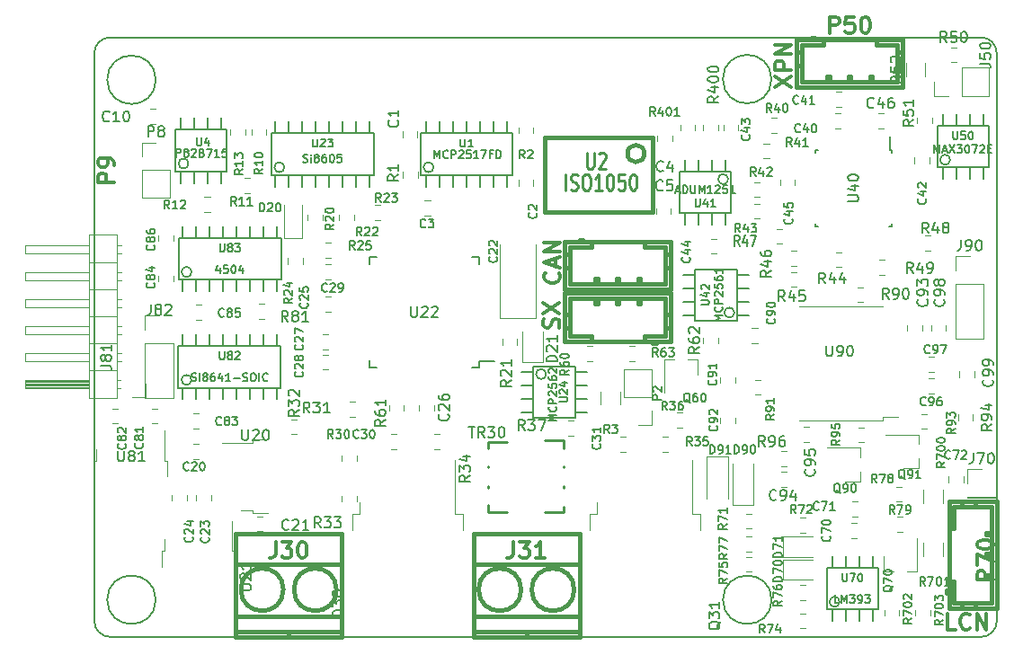
<source format=gto>
G04 #@! TF.GenerationSoftware,KiCad,Pcbnew,5.1.2-f72e74a~84~ubuntu18.04.1*
G04 #@! TF.CreationDate,2019-06-26T16:44:13+02:00*
G04 #@! TF.ProjectId,AIOR,41494f52-2e6b-4696-9361-645f70636258,V1.2*
G04 #@! TF.SameCoordinates,Original*
G04 #@! TF.FileFunction,Legend,Top*
G04 #@! TF.FilePolarity,Positive*
%FSLAX46Y46*%
G04 Gerber Fmt 4.6, Leading zero omitted, Abs format (unit mm)*
G04 Created by KiCad (PCBNEW 5.1.2-f72e74a~84~ubuntu18.04.1) date 2019-06-26 16:44:13*
%MOMM*%
%LPD*%
G04 APERTURE LIST*
%ADD10C,0.150000*%
%ADD11C,0.120000*%
%ADD12C,0.127000*%
%ADD13C,0.381000*%
%ADD14C,0.254000*%
%ADD15C,0.149860*%
%ADD16C,0.285750*%
%ADD17C,0.287020*%
%ADD18C,0.304800*%
%ADD19C,0.300000*%
G04 APERTURE END LIST*
D10*
X129500000Y-71500000D02*
X211500000Y-71500000D01*
X128000000Y-126500000D02*
X128000000Y-73000000D01*
X211500000Y-128000000D02*
X129500000Y-128000000D01*
X213000000Y-73000000D02*
X213000000Y-126500000D01*
X129500000Y-71500000D02*
G75*
G03X128000000Y-73000000I0J-1500000D01*
G01*
X128000000Y-126500000D02*
G75*
G03X129500000Y-128000000I1500000J0D01*
G01*
X211500000Y-128000000D02*
G75*
G03X213000000Y-126500000I0J1500000D01*
G01*
X213000000Y-73000000D02*
G75*
G03X211500000Y-71500000I-1500000J0D01*
G01*
D11*
X148083200Y-88181548D02*
X148083200Y-88704052D01*
X149503200Y-88181548D02*
X149503200Y-88704052D01*
X128214200Y-111398200D02*
X128214200Y-110298200D01*
X127944200Y-111398200D02*
X128214200Y-111398200D01*
X127944200Y-112898200D02*
X127944200Y-111398200D01*
X134574200Y-111398200D02*
X134574200Y-108568200D01*
X134844200Y-111398200D02*
X134574200Y-111398200D01*
X134844200Y-112898200D02*
X134844200Y-111398200D01*
X142868800Y-116057600D02*
X141768800Y-116057600D01*
X142868800Y-116327600D02*
X142868800Y-116057600D01*
X144368800Y-116327600D02*
X142868800Y-116327600D01*
X142868800Y-109697600D02*
X140038800Y-109697600D01*
X142868800Y-109427600D02*
X142868800Y-109697600D01*
X144368800Y-109427600D02*
X142868800Y-109427600D01*
X134615000Y-119881800D02*
X134615000Y-118781800D01*
X134345000Y-119881800D02*
X134615000Y-119881800D01*
X134345000Y-121381800D02*
X134345000Y-119881800D01*
X140975000Y-119881800D02*
X140975000Y-117051800D01*
X141245000Y-119881800D02*
X140975000Y-119881800D01*
X141245000Y-121381800D02*
X141245000Y-119881800D01*
X177510000Y-106089564D02*
X177510000Y-104885436D01*
X175690000Y-106089564D02*
X175690000Y-104885436D01*
X206269000Y-75151064D02*
X206269000Y-73946936D01*
X204449000Y-75151064D02*
X204449000Y-73946936D01*
X206100000Y-114155136D02*
X206100000Y-115359264D01*
X207920000Y-114155136D02*
X207920000Y-115359264D01*
X206100000Y-119158936D02*
X206100000Y-120363064D01*
X207920000Y-119158936D02*
X207920000Y-120363064D01*
X191561252Y-81490000D02*
X191038748Y-81490000D01*
X191561252Y-82910000D02*
X191038748Y-82910000D01*
X205674500Y-112080000D02*
X205674500Y-111150000D01*
X205674500Y-108920000D02*
X205674500Y-109850000D01*
X205674500Y-108920000D02*
X202514500Y-108920000D01*
X205674500Y-112080000D02*
X204214500Y-112080000D01*
X198321452Y-78665000D02*
X197798948Y-78665000D01*
X198321452Y-80085000D02*
X197798948Y-80085000D01*
D10*
X164242500Y-102584000D02*
X164242500Y-101984000D01*
X153892500Y-102584000D02*
X153892500Y-101914000D01*
X153892500Y-92234000D02*
X153892500Y-92904000D01*
X164242500Y-92234000D02*
X164242500Y-92904000D01*
X164242500Y-102584000D02*
X163572500Y-102584000D01*
X164242500Y-92234000D02*
X163572500Y-92234000D01*
X153892500Y-92234000D02*
X154562500Y-92234000D01*
X153892500Y-102584000D02*
X154562500Y-102584000D01*
X164242500Y-101984000D02*
X165717500Y-101984000D01*
D12*
X159959067Y-83744600D02*
G75*
G03X159959067Y-83744600I-472467J0D01*
G01*
X161798000Y-85573400D02*
X161798000Y-84481200D01*
X163068000Y-85573400D02*
X163068000Y-84481200D01*
X164338000Y-85573400D02*
X164338000Y-84481200D01*
X160528000Y-85573400D02*
X160528000Y-84481200D01*
X159258000Y-84481200D02*
X159258000Y-85573400D01*
X165608000Y-84481200D02*
X165608000Y-85573400D01*
X166878000Y-84481200D02*
X166878000Y-85573400D01*
X166878000Y-79426600D02*
X166878000Y-80518800D01*
X165608000Y-79426600D02*
X165608000Y-80518800D01*
X164338000Y-79426600D02*
X164338000Y-80518800D01*
X159258000Y-80518800D02*
X159258000Y-79426600D01*
X163068000Y-80518800D02*
X163068000Y-79426600D01*
X161798000Y-80518800D02*
X161798000Y-79426600D01*
X160528000Y-80518800D02*
X160528000Y-79426600D01*
X167386000Y-80518800D02*
X158750000Y-80518800D01*
X167386000Y-84481200D02*
X167386000Y-80518800D01*
X158750000Y-84481200D02*
X167386000Y-84481200D01*
X158750000Y-80518800D02*
X158750000Y-84481200D01*
D11*
X181027000Y-80764748D02*
X181027000Y-81287252D01*
X182447000Y-80764748D02*
X182447000Y-81287252D01*
X190138748Y-87174000D02*
X190661252Y-87174000D01*
X190138748Y-88594000D02*
X190661252Y-88594000D01*
D12*
X154326000Y-80518800D02*
X144674000Y-80518800D01*
X154326000Y-84481200D02*
X154326000Y-80518800D01*
X144674000Y-84481200D02*
X154326000Y-84481200D01*
X144674000Y-80518800D02*
X144674000Y-84481200D01*
X145908467Y-83744600D02*
G75*
G03X145908467Y-83744600I-472467J0D01*
G01*
X147595000Y-85573400D02*
X147595000Y-84481200D01*
X148865000Y-85573400D02*
X148865000Y-84481200D01*
X150135000Y-85573400D02*
X150135000Y-84481200D01*
X146325000Y-85573400D02*
X146325000Y-84481200D01*
X145055000Y-84481200D02*
X145055000Y-85573400D01*
X151405000Y-84481200D02*
X151405000Y-85573400D01*
X152675000Y-84481200D02*
X152675000Y-85573400D01*
X153945000Y-84481200D02*
X153945000Y-85573400D01*
X153945000Y-79426600D02*
X153945000Y-80518800D01*
X152675000Y-79426600D02*
X152675000Y-80518800D01*
X151405000Y-79426600D02*
X151405000Y-80518800D01*
X145055000Y-79426600D02*
X145055000Y-80518800D01*
X146325000Y-80518800D02*
X146325000Y-79426600D01*
X150135000Y-80518800D02*
X150135000Y-79426600D01*
X148865000Y-80518800D02*
X148865000Y-79426600D01*
X147595000Y-80518800D02*
X147595000Y-79426600D01*
D11*
X169604000Y-97915000D02*
X169604000Y-90980000D01*
X166184000Y-97915000D02*
X169604000Y-97915000D01*
X166184000Y-90980000D02*
X166184000Y-97915000D01*
D13*
X179814000Y-82455000D02*
G75*
G03X179814000Y-82455000I-800000J0D01*
G01*
X180614000Y-87955000D02*
X180614000Y-80955000D01*
X180614000Y-80955000D02*
X170414000Y-80955000D01*
X170414000Y-80955000D02*
X170414000Y-87955000D01*
X170414000Y-87955000D02*
X180614000Y-87955000D01*
D11*
X132464500Y-81410500D02*
X133794500Y-81410500D01*
X132464500Y-82740500D02*
X132464500Y-81410500D01*
X132464500Y-84010500D02*
X135124500Y-84010500D01*
X135124500Y-84010500D02*
X135124500Y-86610500D01*
X132464500Y-84010500D02*
X132464500Y-86610500D01*
X132464500Y-86610500D02*
X135124500Y-86610500D01*
D10*
X191770000Y-75438000D02*
G75*
G03X191770000Y-75438000I-2286000J0D01*
G01*
X133786000Y-75500000D02*
G75*
G03X133786000Y-75500000I-2286000J0D01*
G01*
X191786000Y-124500000D02*
G75*
G03X191786000Y-124500000I-2286000J0D01*
G01*
X133786000Y-124500000D02*
G75*
G03X133786000Y-124500000I-2286000J0D01*
G01*
D11*
X157024000Y-80383748D02*
X157024000Y-80906252D01*
X158444000Y-80383748D02*
X158444000Y-80906252D01*
X167946000Y-85478252D02*
X167946000Y-84955748D01*
X169366000Y-85478252D02*
X169366000Y-84955748D01*
X159637252Y-86869200D02*
X159114748Y-86869200D01*
X159637252Y-88289200D02*
X159114748Y-88289200D01*
X180900000Y-88145252D02*
X180900000Y-87622748D01*
X182320000Y-88145252D02*
X182320000Y-87622748D01*
X133738252Y-79640500D02*
X133215748Y-79640500D01*
X133738252Y-78220500D02*
X133215748Y-78220500D01*
X137865752Y-111263500D02*
X137343248Y-111263500D01*
X137865752Y-109843500D02*
X137343248Y-109843500D01*
X143299548Y-118058000D02*
X143822052Y-118058000D01*
X143299548Y-116638000D02*
X143822052Y-116638000D01*
X138987600Y-115145452D02*
X138987600Y-114622948D01*
X137567600Y-115145452D02*
X137567600Y-114622948D01*
X135307000Y-115145452D02*
X135307000Y-114622948D01*
X136727000Y-115145452D02*
X136727000Y-114622948D01*
X150264652Y-97357000D02*
X149742148Y-97357000D01*
X150264652Y-95937000D02*
X149742148Y-95937000D01*
X160031500Y-106164748D02*
X160031500Y-106687252D01*
X158611500Y-106164748D02*
X158611500Y-106687252D01*
X149994252Y-99493000D02*
X149471748Y-99493000D01*
X149994252Y-100913000D02*
X149471748Y-100913000D01*
X149994252Y-102818000D02*
X149471748Y-102818000D01*
X149994252Y-101398000D02*
X149471748Y-101398000D01*
X150248252Y-92889000D02*
X149725748Y-92889000D01*
X150248252Y-94309000D02*
X149725748Y-94309000D01*
X156471252Y-110311000D02*
X155948748Y-110311000D01*
X156471252Y-108891000D02*
X155948748Y-108891000D01*
X178061252Y-109145000D02*
X177538748Y-109145000D01*
X178061252Y-110565000D02*
X177538748Y-110565000D01*
X198339452Y-78027600D02*
X197816948Y-78027600D01*
X198339452Y-76607600D02*
X197816948Y-76607600D01*
X205207800Y-82831148D02*
X205207800Y-83353652D01*
X206627800Y-82831148D02*
X206627800Y-83353652D01*
X188670000Y-80271252D02*
X188670000Y-79748748D01*
X187250000Y-80271252D02*
X187250000Y-79748748D01*
X186570252Y-91896000D02*
X186047748Y-91896000D01*
X186570252Y-90476000D02*
X186047748Y-90476000D01*
X194004000Y-85402052D02*
X194004000Y-84879548D01*
X192584000Y-85402052D02*
X192584000Y-84879548D01*
X201795748Y-78665000D02*
X202318252Y-78665000D01*
X201795748Y-80085000D02*
X202318252Y-80085000D01*
X199778252Y-117273000D02*
X199255748Y-117273000D01*
X199778252Y-118693000D02*
X199255748Y-118693000D01*
X199905252Y-116661000D02*
X199382748Y-116661000D01*
X199905252Y-115241000D02*
X199382748Y-115241000D01*
X208459000Y-113418252D02*
X208459000Y-112895748D01*
X209879000Y-113418252D02*
X209879000Y-112895748D01*
X133928752Y-107898000D02*
X133406248Y-107898000D01*
X133928752Y-106478000D02*
X133406248Y-106478000D01*
X129659748Y-107898000D02*
X130182252Y-107898000D01*
X129659748Y-106478000D02*
X130182252Y-106478000D01*
X137292448Y-106960600D02*
X137814952Y-106960600D01*
X137292448Y-108380600D02*
X137814952Y-108380600D01*
X135457000Y-94495252D02*
X135457000Y-93972748D01*
X134037000Y-94495252D02*
X134037000Y-93972748D01*
X137533748Y-98119000D02*
X138056252Y-98119000D01*
X137533748Y-96699000D02*
X138056252Y-96699000D01*
X135457000Y-90162748D02*
X135457000Y-90685252D01*
X134037000Y-90162748D02*
X134037000Y-90685252D01*
X190456452Y-98908800D02*
X189933948Y-98908800D01*
X190456452Y-100328800D02*
X189933948Y-100328800D01*
X186970600Y-103548548D02*
X186970600Y-104071052D01*
X188390600Y-103548548D02*
X188390600Y-104071052D01*
X188390600Y-107374948D02*
X188390600Y-107897452D01*
X186970600Y-107374948D02*
X186970600Y-107897452D01*
X204585500Y-99130752D02*
X204585500Y-98608248D01*
X206005500Y-99130752D02*
X206005500Y-98608248D01*
X192715248Y-112447000D02*
X193237752Y-112447000D01*
X192715248Y-113867000D02*
X193237752Y-113867000D01*
X195333252Y-109612500D02*
X194810748Y-109612500D01*
X195333252Y-108192500D02*
X194810748Y-108192500D01*
X206545548Y-105027800D02*
X207068052Y-105027800D01*
X206545548Y-103607800D02*
X207068052Y-103607800D01*
X206545548Y-103021200D02*
X207068052Y-103021200D01*
X206545548Y-101601200D02*
X207068052Y-101601200D01*
X208228000Y-98608248D02*
X208228000Y-99130752D01*
X206808000Y-98608248D02*
X206808000Y-99130752D01*
X210895000Y-103512252D02*
X210895000Y-102989748D01*
X209475000Y-103512252D02*
X209475000Y-102989748D01*
X145885800Y-90444400D02*
X147585800Y-90444400D01*
X147585800Y-90444400D02*
X147585800Y-87294400D01*
X145885800Y-90444400D02*
X145885800Y-87294400D01*
X170251000Y-102063000D02*
X170251000Y-99203000D01*
X168331000Y-102063000D02*
X170251000Y-102063000D01*
X168331000Y-99203000D02*
X168331000Y-102063000D01*
X195691000Y-120706000D02*
X192831000Y-120706000D01*
X192831000Y-120706000D02*
X192831000Y-122626000D01*
X192831000Y-122626000D02*
X195691000Y-122626000D01*
X195691000Y-118547000D02*
X192831000Y-118547000D01*
X192831000Y-118547000D02*
X192831000Y-120467000D01*
X192831000Y-120467000D02*
X195691000Y-120467000D01*
X188103000Y-115534000D02*
X190103000Y-115534000D01*
X190103000Y-115534000D02*
X190103000Y-111634000D01*
X188103000Y-115534000D02*
X188103000Y-111634000D01*
X187690000Y-111034000D02*
X187690000Y-114934000D01*
X185690000Y-111034000D02*
X185690000Y-114934000D01*
X187690000Y-111034000D02*
X185690000Y-111034000D01*
X212277000Y-77022000D02*
X212277000Y-74362000D01*
X209677000Y-77022000D02*
X212277000Y-77022000D01*
X209677000Y-74362000D02*
X212277000Y-74362000D01*
X209677000Y-77022000D02*
X209677000Y-74362000D01*
X208407000Y-77022000D02*
X207077000Y-77022000D01*
X207077000Y-77022000D02*
X207077000Y-75692000D01*
X210252000Y-114868000D02*
X212912000Y-114868000D01*
X210252000Y-114808000D02*
X210252000Y-114868000D01*
X212912000Y-114808000D02*
X212912000Y-114868000D01*
X210252000Y-114808000D02*
X212912000Y-114808000D01*
X210252000Y-113538000D02*
X210252000Y-112208000D01*
X210252000Y-112208000D02*
X211582000Y-112208000D01*
X130132000Y-105470000D02*
X130132000Y-90110000D01*
X130132000Y-90110000D02*
X127472000Y-90110000D01*
X127472000Y-90110000D02*
X127472000Y-105470000D01*
X127472000Y-105470000D02*
X130132000Y-105470000D01*
X127472000Y-104520000D02*
X121472000Y-104520000D01*
X121472000Y-104520000D02*
X121472000Y-103760000D01*
X121472000Y-103760000D02*
X127472000Y-103760000D01*
X127472000Y-104460000D02*
X121472000Y-104460000D01*
X127472000Y-104340000D02*
X121472000Y-104340000D01*
X127472000Y-104220000D02*
X121472000Y-104220000D01*
X127472000Y-104100000D02*
X121472000Y-104100000D01*
X127472000Y-103980000D02*
X121472000Y-103980000D01*
X127472000Y-103860000D02*
X121472000Y-103860000D01*
X130462000Y-104520000D02*
X130132000Y-104520000D01*
X130462000Y-103760000D02*
X130132000Y-103760000D01*
X130132000Y-102870000D02*
X127472000Y-102870000D01*
X127472000Y-101980000D02*
X121472000Y-101980000D01*
X121472000Y-101980000D02*
X121472000Y-101220000D01*
X121472000Y-101220000D02*
X127472000Y-101220000D01*
X130529071Y-101980000D02*
X130132000Y-101980000D01*
X130529071Y-101220000D02*
X130132000Y-101220000D01*
X130132000Y-100330000D02*
X127472000Y-100330000D01*
X127472000Y-99440000D02*
X121472000Y-99440000D01*
X121472000Y-99440000D02*
X121472000Y-98680000D01*
X121472000Y-98680000D02*
X127472000Y-98680000D01*
X130529071Y-99440000D02*
X130132000Y-99440000D01*
X130529071Y-98680000D02*
X130132000Y-98680000D01*
X130132000Y-97790000D02*
X127472000Y-97790000D01*
X127472000Y-96900000D02*
X121472000Y-96900000D01*
X121472000Y-96900000D02*
X121472000Y-96140000D01*
X121472000Y-96140000D02*
X127472000Y-96140000D01*
X130529071Y-96900000D02*
X130132000Y-96900000D01*
X130529071Y-96140000D02*
X130132000Y-96140000D01*
X130132000Y-95250000D02*
X127472000Y-95250000D01*
X127472000Y-94360000D02*
X121472000Y-94360000D01*
X121472000Y-94360000D02*
X121472000Y-93600000D01*
X121472000Y-93600000D02*
X127472000Y-93600000D01*
X130529071Y-94360000D02*
X130132000Y-94360000D01*
X130529071Y-93600000D02*
X130132000Y-93600000D01*
X130132000Y-92710000D02*
X127472000Y-92710000D01*
X127472000Y-91820000D02*
X121472000Y-91820000D01*
X121472000Y-91820000D02*
X121472000Y-91060000D01*
X121472000Y-91060000D02*
X127472000Y-91060000D01*
X130529071Y-91820000D02*
X130132000Y-91820000D01*
X130529071Y-91060000D02*
X130132000Y-91060000D01*
X132842000Y-104140000D02*
X132842000Y-105410000D01*
X132842000Y-105410000D02*
X131572000Y-105410000D01*
X132782000Y-97730000D02*
X134112000Y-97730000D01*
X132782000Y-99060000D02*
X132782000Y-97730000D01*
X132782000Y-100330000D02*
X135442000Y-100330000D01*
X135442000Y-100330000D02*
X135442000Y-105470000D01*
X132782000Y-100330000D02*
X132782000Y-105470000D01*
X132782000Y-105470000D02*
X135442000Y-105470000D01*
X209109000Y-99882000D02*
X211769000Y-99882000D01*
X209109000Y-94742000D02*
X209109000Y-99882000D01*
X211769000Y-94742000D02*
X211769000Y-99882000D01*
X209109000Y-94742000D02*
X211769000Y-94742000D01*
X209109000Y-93472000D02*
X209109000Y-92142000D01*
X209109000Y-92142000D02*
X210439000Y-92142000D01*
X180527000Y-108010000D02*
X179197000Y-108010000D01*
X180527000Y-106680000D02*
X180527000Y-108010000D01*
X180527000Y-105410000D02*
X177867000Y-105410000D01*
X177867000Y-105410000D02*
X177867000Y-102810000D01*
X180527000Y-105410000D02*
X180527000Y-102810000D01*
X180527000Y-102810000D02*
X177867000Y-102810000D01*
X184841000Y-101856000D02*
X184841000Y-103316000D01*
X181681000Y-101856000D02*
X181681000Y-105016000D01*
X181681000Y-101856000D02*
X182611000Y-101856000D01*
X184841000Y-101856000D02*
X183911000Y-101856000D01*
X202331200Y-121867200D02*
X203261200Y-121867200D01*
X205491200Y-121867200D02*
X204561200Y-121867200D01*
X205491200Y-121867200D02*
X205491200Y-118707200D01*
X202331200Y-121867200D02*
X202331200Y-120407200D01*
X200160000Y-113340000D02*
X198700000Y-113340000D01*
X200160000Y-110180000D02*
X197000000Y-110180000D01*
X200160000Y-110180000D02*
X200160000Y-111110000D01*
X200160000Y-113340000D02*
X200160000Y-112410000D01*
X158507500Y-84716252D02*
X158507500Y-84193748D01*
X157087500Y-84716252D02*
X157087500Y-84193748D01*
X169366000Y-80525252D02*
X169366000Y-80002748D01*
X167946000Y-80525252D02*
X167946000Y-80002748D01*
X142800000Y-80677652D02*
X142800000Y-80155148D01*
X144220000Y-80677652D02*
X144220000Y-80155148D01*
X142653652Y-86155600D02*
X142131148Y-86155600D01*
X142653652Y-84735600D02*
X142131148Y-84735600D01*
X138894452Y-87933600D02*
X138371948Y-87933600D01*
X138894452Y-86513600D02*
X138371948Y-86513600D01*
X142238800Y-80677652D02*
X142238800Y-80155148D01*
X140818800Y-80677652D02*
X140818800Y-80155148D01*
X167842000Y-99941748D02*
X167842000Y-100464252D01*
X166422000Y-99941748D02*
X166422000Y-100464252D01*
X151029600Y-88729452D02*
X151029600Y-88206948D01*
X152449600Y-88729452D02*
X152449600Y-88206948D01*
X154424748Y-88746400D02*
X154947252Y-88746400D01*
X154424748Y-87326400D02*
X154947252Y-87326400D01*
X146229000Y-92321748D02*
X146229000Y-92844252D01*
X147649000Y-92321748D02*
X147649000Y-92844252D01*
X149725748Y-92277000D02*
X150248252Y-92277000D01*
X149725748Y-90857000D02*
X150248252Y-90857000D01*
X152703600Y-110927248D02*
X152703600Y-111449752D01*
X151283600Y-110927248D02*
X151283600Y-111449752D01*
X152585052Y-107288400D02*
X152062548Y-107288400D01*
X152585052Y-105868400D02*
X152062548Y-105868400D01*
X147038852Y-107494000D02*
X146516348Y-107494000D01*
X147038852Y-108914000D02*
X146516348Y-108914000D01*
X152703600Y-115221652D02*
X152703600Y-114699148D01*
X151283600Y-115221652D02*
X151283600Y-114699148D01*
X160012748Y-108891000D02*
X160535252Y-108891000D01*
X160012748Y-110311000D02*
X160535252Y-110311000D01*
X181475748Y-110565000D02*
X181998252Y-110565000D01*
X181475748Y-109145000D02*
X181998252Y-109145000D01*
X183395252Y-106859000D02*
X182872748Y-106859000D01*
X183395252Y-108279000D02*
X182872748Y-108279000D01*
X172585748Y-107621000D02*
X173108252Y-107621000D01*
X172585748Y-109041000D02*
X173108252Y-109041000D01*
X192261252Y-80510000D02*
X191738748Y-80510000D01*
X192261252Y-79090000D02*
X191738748Y-79090000D01*
X190138748Y-86562000D02*
X190661252Y-86562000D01*
X190138748Y-85142000D02*
X190661252Y-85142000D01*
X197858748Y-93166000D02*
X198381252Y-93166000D01*
X197858748Y-91746000D02*
X198381252Y-91746000D01*
X194164852Y-95020200D02*
X193642348Y-95020200D01*
X194164852Y-93600200D02*
X193642348Y-93600200D01*
X194114052Y-91619000D02*
X193591548Y-91619000D01*
X194114052Y-93039000D02*
X193591548Y-93039000D01*
X192761252Y-90956200D02*
X192238748Y-90956200D01*
X192761252Y-89536200D02*
X192238748Y-89536200D01*
X206788652Y-90145800D02*
X206266148Y-90145800D01*
X206788652Y-91565800D02*
X206266148Y-91565800D01*
X202445252Y-92457200D02*
X201922748Y-92457200D01*
X202445252Y-93877200D02*
X201922748Y-93877200D01*
X208653748Y-72442000D02*
X209176252Y-72442000D01*
X208653748Y-73862000D02*
X209176252Y-73862000D01*
X205487200Y-79610852D02*
X205487200Y-79088348D01*
X206907200Y-79610852D02*
X206907200Y-79088348D01*
X174414548Y-100610600D02*
X174937052Y-100610600D01*
X174414548Y-102030600D02*
X174937052Y-102030600D01*
X155754000Y-106687252D02*
X155754000Y-106164748D01*
X157174000Y-106687252D02*
X157174000Y-106164748D01*
X186770080Y-100311852D02*
X186770080Y-99789348D01*
X185350080Y-100311852D02*
X185350080Y-99789348D01*
X178924852Y-102030600D02*
X178402348Y-102030600D01*
X178924852Y-100610600D02*
X178402348Y-100610600D01*
X189349748Y-117804000D02*
X189872252Y-117804000D01*
X189349748Y-116384000D02*
X189872252Y-116384000D01*
X194429748Y-116765000D02*
X194952252Y-116765000D01*
X194429748Y-118185000D02*
X194952252Y-118185000D01*
X194429748Y-127202000D02*
X194952252Y-127202000D01*
X194429748Y-125782000D02*
X194952252Y-125782000D01*
X189349748Y-120448000D02*
X189872252Y-120448000D01*
X189349748Y-121868000D02*
X189872252Y-121868000D01*
X194429748Y-123115000D02*
X194952252Y-123115000D01*
X194429748Y-124535000D02*
X194952252Y-124535000D01*
X189349748Y-118543000D02*
X189872252Y-118543000D01*
X189349748Y-119963000D02*
X189872252Y-119963000D01*
X204070852Y-115264000D02*
X203548348Y-115264000D01*
X204070852Y-113844000D02*
X203548348Y-113844000D01*
X204121652Y-116688800D02*
X203599148Y-116688800D01*
X204121652Y-118108800D02*
X203599148Y-118108800D01*
X143502748Y-96635500D02*
X144025252Y-96635500D01*
X143502748Y-98055500D02*
X144025252Y-98055500D01*
X200413252Y-95048000D02*
X199890748Y-95048000D01*
X200413252Y-96468000D02*
X199890748Y-96468000D01*
X190264148Y-105180200D02*
X190786652Y-105180200D01*
X190264148Y-103760200D02*
X190786652Y-103760200D01*
X206407652Y-106986000D02*
X205885148Y-106986000D01*
X206407652Y-108406000D02*
X205885148Y-108406000D01*
X209348000Y-107576252D02*
X209348000Y-107053748D01*
X210768000Y-107576252D02*
X210768000Y-107053748D01*
X199954248Y-109676000D02*
X200476752Y-109676000D01*
X199954248Y-108256000D02*
X200476752Y-108256000D01*
X192715248Y-110478500D02*
X193237752Y-110478500D01*
X192715248Y-111898500D02*
X193237752Y-111898500D01*
X185319600Y-79748748D02*
X185319600Y-80271252D01*
X186739600Y-79748748D02*
X186739600Y-80271252D01*
X183186000Y-79748748D02*
X183186000Y-80271252D01*
X184606000Y-79748748D02*
X184606000Y-80271252D01*
X202388400Y-125991252D02*
X202388400Y-125468748D01*
X203808400Y-125991252D02*
X203808400Y-125468748D01*
X205347500Y-125468748D02*
X205347500Y-125991252D01*
X206767500Y-125468748D02*
X206767500Y-125991252D01*
D14*
X172212000Y-112014000D02*
X172212000Y-111887000D01*
X165100000Y-112014000D02*
X165100000Y-111887000D01*
X165100000Y-113919000D02*
X165100000Y-113792000D01*
X172212000Y-113919000D02*
X172212000Y-113792000D01*
X170434000Y-116205000D02*
X172212000Y-116205000D01*
X172212000Y-116205000D02*
X172212000Y-115697000D01*
X165100000Y-115570000D02*
X165100000Y-116205000D01*
X165100000Y-116205000D02*
X166878000Y-116205000D01*
X166878000Y-109601000D02*
X165100000Y-109601000D01*
X165100000Y-109601000D02*
X165100000Y-110236000D01*
X172212000Y-110236000D02*
X172212000Y-109474000D01*
X172212000Y-109474000D02*
X170434000Y-109474000D01*
D12*
X136870467Y-83388200D02*
G75*
G03X136870467Y-83388200I-472467J0D01*
G01*
X136169400Y-85217000D02*
X136169400Y-84124800D01*
X137439400Y-85217000D02*
X137439400Y-84124800D01*
X138709400Y-85217000D02*
X138709400Y-84124800D01*
X139979400Y-84124800D02*
X139979400Y-85217000D01*
X139979400Y-79070200D02*
X139979400Y-80162400D01*
X138709400Y-80162400D02*
X138709400Y-79070200D01*
X137439400Y-80162400D02*
X137439400Y-79070200D01*
X136169400Y-80162400D02*
X136169400Y-79070200D01*
X140487400Y-80162400D02*
X135661400Y-80162400D01*
X140487400Y-84124800D02*
X140487400Y-80162400D01*
X135661400Y-84124800D02*
X140487400Y-84124800D01*
X135661400Y-80162400D02*
X135661400Y-84124800D01*
X170550867Y-103225600D02*
G75*
G03X170550867Y-103225600I-472467J0D01*
G01*
X168249600Y-102997000D02*
X169341800Y-102997000D01*
X168249600Y-104267000D02*
X169341800Y-104267000D01*
X168249600Y-105537000D02*
X169341800Y-105537000D01*
X169341800Y-106807000D02*
X168249600Y-106807000D01*
X174396400Y-106807000D02*
X173304200Y-106807000D01*
X173304200Y-105537000D02*
X174396400Y-105537000D01*
X173304200Y-104267000D02*
X174396400Y-104267000D01*
X173304200Y-102997000D02*
X174396400Y-102997000D01*
X173304200Y-107315000D02*
X173304200Y-102489000D01*
X169341800Y-107315000D02*
X173304200Y-107315000D01*
X169341800Y-102489000D02*
X169341800Y-107315000D01*
X173304200Y-102489000D02*
X169341800Y-102489000D01*
D10*
X203142000Y-82100000D02*
X202917000Y-82100000D01*
X203142000Y-89350000D02*
X202842000Y-89350000D01*
X195892000Y-89350000D02*
X196192000Y-89350000D01*
X195892000Y-82100000D02*
X196192000Y-82100000D01*
X203142000Y-82100000D02*
X203142000Y-82400000D01*
X195892000Y-82100000D02*
X195892000Y-82400000D01*
X195892000Y-89350000D02*
X195892000Y-89050000D01*
X203142000Y-89350000D02*
X203142000Y-89050000D01*
X202917000Y-82100000D02*
X202917000Y-80875000D01*
D12*
X187960000Y-88087200D02*
X187960000Y-84124800D01*
X187960000Y-84124800D02*
X183134000Y-84124800D01*
X183134000Y-84124800D02*
X183134000Y-88087200D01*
X183134000Y-88087200D02*
X187960000Y-88087200D01*
X187452000Y-88087200D02*
X187452000Y-89179400D01*
X186182000Y-88087200D02*
X186182000Y-89179400D01*
X184912000Y-88087200D02*
X184912000Y-89179400D01*
X183642000Y-89179400D02*
X183642000Y-88087200D01*
X183642000Y-84124800D02*
X183642000Y-83032600D01*
X184912000Y-83032600D02*
X184912000Y-84124800D01*
X186182000Y-83032600D02*
X186182000Y-84124800D01*
X187452000Y-83032600D02*
X187452000Y-84124800D01*
X187695867Y-84861400D02*
G75*
G03X187695867Y-84861400I-472467J0D01*
G01*
X188280067Y-97434400D02*
G75*
G03X188280067Y-97434400I-472467J0D01*
G01*
X189636400Y-97663000D02*
X188544200Y-97663000D01*
X189636400Y-96393000D02*
X188544200Y-96393000D01*
X189636400Y-95123000D02*
X188544200Y-95123000D01*
X188544200Y-93853000D02*
X189636400Y-93853000D01*
X183489600Y-93853000D02*
X184581800Y-93853000D01*
X184581800Y-95123000D02*
X183489600Y-95123000D01*
X184581800Y-96393000D02*
X183489600Y-96393000D01*
X184581800Y-97663000D02*
X183489600Y-97663000D01*
X184581800Y-93345000D02*
X184581800Y-98171000D01*
X188544200Y-93345000D02*
X184581800Y-93345000D01*
X188544200Y-98171000D02*
X188544200Y-93345000D01*
X184581800Y-98171000D02*
X188544200Y-98171000D01*
X207391000Y-79806800D02*
X207391000Y-83769200D01*
X207391000Y-83769200D02*
X212217000Y-83769200D01*
X212217000Y-83769200D02*
X212217000Y-79806800D01*
X212217000Y-79806800D02*
X207391000Y-79806800D01*
X207899000Y-79806800D02*
X207899000Y-78714600D01*
X209169000Y-79806800D02*
X209169000Y-78714600D01*
X210439000Y-79806800D02*
X210439000Y-78714600D01*
X211709000Y-78714600D02*
X211709000Y-79806800D01*
X211709000Y-83769200D02*
X211709000Y-84861400D01*
X210439000Y-84861400D02*
X210439000Y-83769200D01*
X209169000Y-84861400D02*
X209169000Y-83769200D01*
X207899000Y-84861400D02*
X207899000Y-83769200D01*
X208600067Y-83032600D02*
G75*
G03X208600067Y-83032600I-472467J0D01*
G01*
X196977000Y-121462800D02*
X196977000Y-125425200D01*
X196977000Y-125425200D02*
X201803000Y-125425200D01*
X201803000Y-125425200D02*
X201803000Y-121462800D01*
X201803000Y-121462800D02*
X196977000Y-121462800D01*
X197485000Y-121462800D02*
X197485000Y-120370600D01*
X198755000Y-121462800D02*
X198755000Y-120370600D01*
X200025000Y-121462800D02*
X200025000Y-120370600D01*
X201295000Y-120370600D02*
X201295000Y-121462800D01*
X201295000Y-125425200D02*
X201295000Y-126517400D01*
X200025000Y-126517400D02*
X200025000Y-125425200D01*
X198755000Y-126517400D02*
X198755000Y-125425200D01*
X197485000Y-126517400D02*
X197485000Y-125425200D01*
X198186067Y-124688600D02*
G75*
G03X198186067Y-124688600I-472467J0D01*
G01*
X138836400Y-100558600D02*
X138836400Y-99466400D01*
X140106400Y-100558600D02*
X140106400Y-99466400D01*
X141376400Y-100558600D02*
X141376400Y-99466400D01*
X137566400Y-100558600D02*
X137566400Y-99466400D01*
X136296400Y-99466400D02*
X136296400Y-100558600D01*
X142646400Y-99466400D02*
X142646400Y-100558600D01*
X143916400Y-99466400D02*
X143916400Y-100558600D01*
X145186400Y-99466400D02*
X145186400Y-100558600D01*
X145186400Y-104521000D02*
X145186400Y-105613200D01*
X143916400Y-104521000D02*
X143916400Y-105613200D01*
X142646400Y-104521000D02*
X142646400Y-105613200D01*
X136296400Y-104521000D02*
X136296400Y-105613200D01*
X137566400Y-105613200D02*
X137566400Y-104521000D01*
X141376400Y-105613200D02*
X141376400Y-104521000D01*
X140106400Y-105613200D02*
X140106400Y-104521000D01*
X138836400Y-105613200D02*
X138836400Y-104521000D01*
X137149867Y-103784400D02*
G75*
G03X137149867Y-103784400I-472467J0D01*
G01*
X135915400Y-100558600D02*
X135915400Y-104521000D01*
X135915400Y-104521000D02*
X145567400Y-104521000D01*
X145567400Y-104521000D02*
X145567400Y-100558600D01*
X145567400Y-100558600D02*
X135915400Y-100558600D01*
X145580100Y-90385900D02*
X135928100Y-90385900D01*
X145580100Y-94348300D02*
X145580100Y-90385900D01*
X135928100Y-94348300D02*
X145580100Y-94348300D01*
X135928100Y-90385900D02*
X135928100Y-94348300D01*
X137162567Y-93611700D02*
G75*
G03X137162567Y-93611700I-472467J0D01*
G01*
X138849100Y-95440500D02*
X138849100Y-94348300D01*
X140119100Y-95440500D02*
X140119100Y-94348300D01*
X141389100Y-95440500D02*
X141389100Y-94348300D01*
X137579100Y-95440500D02*
X137579100Y-94348300D01*
X136309100Y-94348300D02*
X136309100Y-95440500D01*
X142659100Y-94348300D02*
X142659100Y-95440500D01*
X143929100Y-94348300D02*
X143929100Y-95440500D01*
X145199100Y-94348300D02*
X145199100Y-95440500D01*
X145199100Y-89293700D02*
X145199100Y-90385900D01*
X143929100Y-89293700D02*
X143929100Y-90385900D01*
X142659100Y-89293700D02*
X142659100Y-90385900D01*
X136309100Y-89293700D02*
X136309100Y-90385900D01*
X137579100Y-90385900D02*
X137579100Y-89293700D01*
X141389100Y-90385900D02*
X141389100Y-89293700D01*
X140119100Y-90385900D02*
X140119100Y-89293700D01*
X138849100Y-90385900D02*
X138849100Y-89293700D01*
D11*
X202260500Y-96835000D02*
X194360500Y-96835000D01*
X202260500Y-107635000D02*
X194360500Y-107635000D01*
X202260500Y-107235000D02*
X203660500Y-107235000D01*
X202260500Y-107635000D02*
X202260500Y-107235000D01*
X162680000Y-117930000D02*
X162680000Y-116430000D01*
X162680000Y-116430000D02*
X161990000Y-116430000D01*
X161990000Y-116430000D02*
X161990000Y-111305000D01*
X152280000Y-117930000D02*
X152280000Y-116430000D01*
X152280000Y-116430000D02*
X152970000Y-116430000D01*
X152970000Y-116430000D02*
X152970000Y-115330000D01*
X175322000Y-116430000D02*
X175322000Y-115330000D01*
X174632000Y-116430000D02*
X175322000Y-116430000D01*
X174632000Y-117930000D02*
X174632000Y-116430000D01*
X184342000Y-116430000D02*
X184342000Y-111305000D01*
X185032000Y-116430000D02*
X184342000Y-116430000D01*
X185032000Y-117930000D02*
X185032000Y-116430000D01*
D13*
X146304000Y-127544000D02*
X146304000Y-128044000D01*
X150804000Y-123544000D02*
G75*
G03X150804000Y-123544000I-2000000J0D01*
G01*
X145804000Y-123544000D02*
G75*
G03X145804000Y-123544000I-2000000J0D01*
G01*
X141304000Y-126044000D02*
X151304000Y-126044000D01*
X141304000Y-121144000D02*
X151304000Y-121144000D01*
X141304000Y-127544000D02*
X151304000Y-127544000D01*
X141304000Y-128044000D02*
X151304000Y-128044000D01*
X151304000Y-128044000D02*
X151304000Y-118244000D01*
X151304000Y-118244000D02*
X141304000Y-118244000D01*
X141304000Y-118244000D02*
X141304000Y-128044000D01*
X163696000Y-118244000D02*
X163696000Y-128044000D01*
X173696000Y-118244000D02*
X163696000Y-118244000D01*
X173696000Y-128044000D02*
X173696000Y-118244000D01*
X163696000Y-128044000D02*
X173696000Y-128044000D01*
X163696000Y-127544000D02*
X173696000Y-127544000D01*
X163696000Y-121144000D02*
X173696000Y-121144000D01*
X163696000Y-126044000D02*
X173696000Y-126044000D01*
X168196000Y-123544000D02*
G75*
G03X168196000Y-123544000I-2000000J0D01*
G01*
X173196000Y-123544000D02*
G75*
G03X173196000Y-123544000I-2000000J0D01*
G01*
X168696000Y-127544000D02*
X168696000Y-128044000D01*
X173690280Y-90556080D02*
X173690280Y-90756740D01*
X173990000Y-90556080D02*
X173690280Y-90556080D01*
X173990000Y-90756740D02*
X173990000Y-90556080D01*
X182293260Y-90756740D02*
X182293260Y-95255080D01*
X172290740Y-90756740D02*
X172290740Y-95255080D01*
X179793900Y-91257120D02*
X179793900Y-90756740D01*
X181792880Y-91257120D02*
X179793900Y-91257120D01*
X181792880Y-94757240D02*
X181792880Y-91257120D01*
X172791120Y-91257120D02*
X172791120Y-94757240D01*
X174790100Y-91257120D02*
X172791120Y-91257120D01*
X174790100Y-90756740D02*
X174790100Y-91257120D01*
X172791120Y-91955620D02*
X172290740Y-91955620D01*
X172791120Y-93256100D02*
X172290740Y-93256100D01*
X181792880Y-93256100D02*
X182293260Y-93256100D01*
X182293260Y-91955620D02*
X181792880Y-91955620D01*
X179390040Y-94256860D02*
X179390040Y-94757240D01*
X179191920Y-94256860D02*
X179390040Y-94256860D01*
X179191920Y-94757240D02*
X179191920Y-94256860D01*
X175191420Y-94757240D02*
X175191420Y-94256860D01*
X175191420Y-94256860D02*
X175389540Y-94256860D01*
X175389540Y-94256860D02*
X175389540Y-94757240D01*
X172290740Y-90756740D02*
X182293260Y-90756740D01*
X181792880Y-94757240D02*
X172791120Y-94757240D01*
X172290740Y-95255080D02*
X182293260Y-95255080D01*
X177192940Y-94757240D02*
X177192940Y-94256860D01*
X177192940Y-94256860D02*
X177391060Y-94256860D01*
X177391060Y-94256860D02*
X177391060Y-94757240D01*
X199235060Y-75206860D02*
X199235060Y-75707240D01*
X199036940Y-75206860D02*
X199235060Y-75206860D01*
X199036940Y-75707240D02*
X199036940Y-75206860D01*
X194134740Y-76205080D02*
X204137260Y-76205080D01*
X203636880Y-75707240D02*
X194635120Y-75707240D01*
X194134740Y-71706740D02*
X204137260Y-71706740D01*
X197233540Y-75206860D02*
X197233540Y-75707240D01*
X197035420Y-75206860D02*
X197233540Y-75206860D01*
X197035420Y-75707240D02*
X197035420Y-75206860D01*
X201035920Y-75707240D02*
X201035920Y-75206860D01*
X201035920Y-75206860D02*
X201234040Y-75206860D01*
X201234040Y-75206860D02*
X201234040Y-75707240D01*
X204137260Y-72905620D02*
X203636880Y-72905620D01*
X203636880Y-74206100D02*
X204137260Y-74206100D01*
X194635120Y-74206100D02*
X194134740Y-74206100D01*
X194635120Y-72905620D02*
X194134740Y-72905620D01*
X196634100Y-71706740D02*
X196634100Y-72207120D01*
X196634100Y-72207120D02*
X194635120Y-72207120D01*
X194635120Y-72207120D02*
X194635120Y-75707240D01*
X203636880Y-75707240D02*
X203636880Y-72207120D01*
X203636880Y-72207120D02*
X201637900Y-72207120D01*
X201637900Y-72207120D02*
X201637900Y-71706740D01*
X194134740Y-71706740D02*
X194134740Y-76205080D01*
X204137260Y-71706740D02*
X204137260Y-76205080D01*
X195834000Y-71706740D02*
X195834000Y-71506080D01*
X195834000Y-71506080D02*
X195534280Y-71506080D01*
X195534280Y-71506080D02*
X195534280Y-71706740D01*
X180893720Y-100324920D02*
X180893720Y-100124260D01*
X180594000Y-100324920D02*
X180893720Y-100324920D01*
X180594000Y-100124260D02*
X180594000Y-100324920D01*
X172290740Y-100124260D02*
X172290740Y-95625920D01*
X182293260Y-100124260D02*
X182293260Y-95625920D01*
X174790100Y-99623880D02*
X174790100Y-100124260D01*
X172791120Y-99623880D02*
X174790100Y-99623880D01*
X172791120Y-96123760D02*
X172791120Y-99623880D01*
X181792880Y-99623880D02*
X181792880Y-96123760D01*
X179793900Y-99623880D02*
X181792880Y-99623880D01*
X179793900Y-100124260D02*
X179793900Y-99623880D01*
X181792880Y-98925380D02*
X182293260Y-98925380D01*
X181792880Y-97624900D02*
X182293260Y-97624900D01*
X172791120Y-97624900D02*
X172290740Y-97624900D01*
X172290740Y-98925380D02*
X172791120Y-98925380D01*
X175193960Y-96624140D02*
X175193960Y-96123760D01*
X175392080Y-96624140D02*
X175193960Y-96624140D01*
X175392080Y-96123760D02*
X175392080Y-96624140D01*
X179392580Y-96123760D02*
X179392580Y-96624140D01*
X179392580Y-96624140D02*
X179194460Y-96624140D01*
X179194460Y-96624140D02*
X179194460Y-96123760D01*
X182293260Y-100124260D02*
X172290740Y-100124260D01*
X172791120Y-96123760D02*
X181792880Y-96123760D01*
X182293260Y-95625920D02*
X172290740Y-95625920D01*
X177391060Y-96123760D02*
X177391060Y-96624140D01*
X177391060Y-96624140D02*
X177192940Y-96624140D01*
X177192940Y-96624140D02*
X177192940Y-96123760D01*
X211985860Y-120169940D02*
X212486240Y-120169940D01*
X211985860Y-120368060D02*
X211985860Y-120169940D01*
X212486240Y-120368060D02*
X211985860Y-120368060D01*
X212984080Y-125270260D02*
X212984080Y-115267740D01*
X212486240Y-115768120D02*
X212486240Y-124769880D01*
X208485740Y-125270260D02*
X208485740Y-115267740D01*
X211985860Y-122171460D02*
X212486240Y-122171460D01*
X211985860Y-122369580D02*
X211985860Y-122171460D01*
X212486240Y-122369580D02*
X211985860Y-122369580D01*
X212486240Y-118369080D02*
X211985860Y-118369080D01*
X211985860Y-118369080D02*
X211985860Y-118170960D01*
X211985860Y-118170960D02*
X212486240Y-118170960D01*
X209684620Y-115267740D02*
X209684620Y-115768120D01*
X210985100Y-115768120D02*
X210985100Y-115267740D01*
X210985100Y-124769880D02*
X210985100Y-125270260D01*
X209684620Y-124769880D02*
X209684620Y-125270260D01*
X208485740Y-122770900D02*
X208986120Y-122770900D01*
X208986120Y-122770900D02*
X208986120Y-124769880D01*
X208986120Y-124769880D02*
X212486240Y-124769880D01*
X212486240Y-115768120D02*
X208986120Y-115768120D01*
X208986120Y-115768120D02*
X208986120Y-117767100D01*
X208986120Y-117767100D02*
X208485740Y-117767100D01*
X208485740Y-125270260D02*
X212984080Y-125270260D01*
X208485740Y-115267740D02*
X212984080Y-115267740D01*
X208485740Y-123571000D02*
X208285080Y-123571000D01*
X208285080Y-123571000D02*
X208285080Y-123870720D01*
X208285080Y-123870720D02*
X208485740Y-123870720D01*
D10*
X150552104Y-89109485D02*
X150171152Y-89376152D01*
X150552104Y-89566628D02*
X149752104Y-89566628D01*
X149752104Y-89261866D01*
X149790200Y-89185676D01*
X149828295Y-89147580D01*
X149904485Y-89109485D01*
X150018771Y-89109485D01*
X150094961Y-89147580D01*
X150133057Y-89185676D01*
X150171152Y-89261866D01*
X150171152Y-89566628D01*
X149828295Y-88804723D02*
X149790200Y-88766628D01*
X149752104Y-88690438D01*
X149752104Y-88499961D01*
X149790200Y-88423771D01*
X149828295Y-88385676D01*
X149904485Y-88347580D01*
X149980676Y-88347580D01*
X150094961Y-88385676D01*
X150552104Y-88842819D01*
X150552104Y-88347580D01*
X149752104Y-87852342D02*
X149752104Y-87776152D01*
X149790200Y-87699961D01*
X149828295Y-87661866D01*
X149904485Y-87623771D01*
X150056866Y-87585676D01*
X150247342Y-87585676D01*
X150399723Y-87623771D01*
X150475914Y-87661866D01*
X150514009Y-87699961D01*
X150552104Y-87776152D01*
X150552104Y-87852342D01*
X150514009Y-87928533D01*
X150475914Y-87966628D01*
X150399723Y-88004723D01*
X150247342Y-88042819D01*
X150056866Y-88042819D01*
X149904485Y-88004723D01*
X149828295Y-87966628D01*
X149790200Y-87928533D01*
X149752104Y-87852342D01*
X130232304Y-110450380D02*
X130232304Y-111259904D01*
X130279923Y-111355142D01*
X130327542Y-111402761D01*
X130422780Y-111450380D01*
X130613257Y-111450380D01*
X130708495Y-111402761D01*
X130756114Y-111355142D01*
X130803733Y-111259904D01*
X130803733Y-110450380D01*
X131422780Y-110878952D02*
X131327542Y-110831333D01*
X131279923Y-110783714D01*
X131232304Y-110688476D01*
X131232304Y-110640857D01*
X131279923Y-110545619D01*
X131327542Y-110498000D01*
X131422780Y-110450380D01*
X131613257Y-110450380D01*
X131708495Y-110498000D01*
X131756114Y-110545619D01*
X131803733Y-110640857D01*
X131803733Y-110688476D01*
X131756114Y-110783714D01*
X131708495Y-110831333D01*
X131613257Y-110878952D01*
X131422780Y-110878952D01*
X131327542Y-110926571D01*
X131279923Y-110974190D01*
X131232304Y-111069428D01*
X131232304Y-111259904D01*
X131279923Y-111355142D01*
X131327542Y-111402761D01*
X131422780Y-111450380D01*
X131613257Y-111450380D01*
X131708495Y-111402761D01*
X131756114Y-111355142D01*
X131803733Y-111259904D01*
X131803733Y-111069428D01*
X131756114Y-110974190D01*
X131708495Y-110926571D01*
X131613257Y-110878952D01*
X132756114Y-111450380D02*
X132184685Y-111450380D01*
X132470400Y-111450380D02*
X132470400Y-110450380D01*
X132375161Y-110593238D01*
X132279923Y-110688476D01*
X132184685Y-110736095D01*
X141916304Y-108469180D02*
X141916304Y-109278704D01*
X141963923Y-109373942D01*
X142011542Y-109421561D01*
X142106780Y-109469180D01*
X142297257Y-109469180D01*
X142392495Y-109421561D01*
X142440114Y-109373942D01*
X142487733Y-109278704D01*
X142487733Y-108469180D01*
X142916304Y-108564419D02*
X142963923Y-108516800D01*
X143059161Y-108469180D01*
X143297257Y-108469180D01*
X143392495Y-108516800D01*
X143440114Y-108564419D01*
X143487733Y-108659657D01*
X143487733Y-108754895D01*
X143440114Y-108897752D01*
X142868685Y-109469180D01*
X143487733Y-109469180D01*
X144106780Y-108469180D02*
X144202019Y-108469180D01*
X144297257Y-108516800D01*
X144344876Y-108564419D01*
X144392495Y-108659657D01*
X144440114Y-108850133D01*
X144440114Y-109088228D01*
X144392495Y-109278704D01*
X144344876Y-109373942D01*
X144297257Y-109421561D01*
X144202019Y-109469180D01*
X144106780Y-109469180D01*
X144011542Y-109421561D01*
X143963923Y-109373942D01*
X143916304Y-109278704D01*
X143868685Y-109088228D01*
X143868685Y-108850133D01*
X143916304Y-108659657D01*
X143963923Y-108564419D01*
X144011542Y-108516800D01*
X144106780Y-108469180D01*
X141747380Y-123589895D02*
X142556904Y-123589895D01*
X142652142Y-123542276D01*
X142699761Y-123494657D01*
X142747380Y-123399419D01*
X142747380Y-123208942D01*
X142699761Y-123113704D01*
X142652142Y-123066085D01*
X142556904Y-123018466D01*
X141747380Y-123018466D01*
X141842619Y-122589895D02*
X141795000Y-122542276D01*
X141747380Y-122447038D01*
X141747380Y-122208942D01*
X141795000Y-122113704D01*
X141842619Y-122066085D01*
X141937857Y-122018466D01*
X142033095Y-122018466D01*
X142175952Y-122066085D01*
X142747380Y-122637514D01*
X142747380Y-122018466D01*
X142747380Y-121066085D02*
X142747380Y-121637514D01*
X142747380Y-121351800D02*
X141747380Y-121351800D01*
X141890238Y-121447038D01*
X141985476Y-121542276D01*
X142033095Y-121637514D01*
X176498266Y-108794504D02*
X176231600Y-108413552D01*
X176041123Y-108794504D02*
X176041123Y-107994504D01*
X176345885Y-107994504D01*
X176422076Y-108032600D01*
X176460171Y-108070695D01*
X176498266Y-108146885D01*
X176498266Y-108261171D01*
X176460171Y-108337361D01*
X176422076Y-108375457D01*
X176345885Y-108413552D01*
X176041123Y-108413552D01*
X176764933Y-107994504D02*
X177260171Y-107994504D01*
X176993504Y-108299266D01*
X177107790Y-108299266D01*
X177183980Y-108337361D01*
X177222076Y-108375457D01*
X177260171Y-108451647D01*
X177260171Y-108642123D01*
X177222076Y-108718314D01*
X177183980Y-108756409D01*
X177107790Y-108794504D01*
X176879219Y-108794504D01*
X176803028Y-108756409D01*
X176764933Y-108718314D01*
X203991380Y-75191857D02*
X203515190Y-75525190D01*
X203991380Y-75763285D02*
X202991380Y-75763285D01*
X202991380Y-75382333D01*
X203039000Y-75287095D01*
X203086619Y-75239476D01*
X203181857Y-75191857D01*
X203324714Y-75191857D01*
X203419952Y-75239476D01*
X203467571Y-75287095D01*
X203515190Y-75382333D01*
X203515190Y-75763285D01*
X202991380Y-74287095D02*
X202991380Y-74763285D01*
X203467571Y-74810904D01*
X203419952Y-74763285D01*
X203372333Y-74668047D01*
X203372333Y-74429952D01*
X203419952Y-74334714D01*
X203467571Y-74287095D01*
X203562809Y-74239476D01*
X203800904Y-74239476D01*
X203896142Y-74287095D01*
X203943761Y-74334714D01*
X203991380Y-74429952D01*
X203991380Y-74668047D01*
X203943761Y-74763285D01*
X203896142Y-74810904D01*
X203086619Y-73858523D02*
X203039000Y-73810904D01*
X202991380Y-73715666D01*
X202991380Y-73477571D01*
X203039000Y-73382333D01*
X203086619Y-73334714D01*
X203181857Y-73287095D01*
X203277095Y-73287095D01*
X203419952Y-73334714D01*
X203991380Y-73906142D01*
X203991380Y-73287095D01*
X208133904Y-111537638D02*
X207752952Y-111804304D01*
X208133904Y-111994780D02*
X207333904Y-111994780D01*
X207333904Y-111690019D01*
X207372000Y-111613828D01*
X207410095Y-111575733D01*
X207486285Y-111537638D01*
X207600571Y-111537638D01*
X207676761Y-111575733D01*
X207714857Y-111613828D01*
X207752952Y-111690019D01*
X207752952Y-111994780D01*
X207333904Y-111270971D02*
X207333904Y-110737638D01*
X208133904Y-111080495D01*
X207333904Y-110280495D02*
X207333904Y-110204304D01*
X207372000Y-110128114D01*
X207410095Y-110090019D01*
X207486285Y-110051923D01*
X207638666Y-110013828D01*
X207829142Y-110013828D01*
X207981523Y-110051923D01*
X208057714Y-110090019D01*
X208095809Y-110128114D01*
X208133904Y-110204304D01*
X208133904Y-110280495D01*
X208095809Y-110356685D01*
X208057714Y-110394780D01*
X207981523Y-110432876D01*
X207829142Y-110470971D01*
X207638666Y-110470971D01*
X207486285Y-110432876D01*
X207410095Y-110394780D01*
X207372000Y-110356685D01*
X207333904Y-110280495D01*
X207333904Y-109518590D02*
X207333904Y-109442400D01*
X207372000Y-109366209D01*
X207410095Y-109328114D01*
X207486285Y-109290019D01*
X207638666Y-109251923D01*
X207829142Y-109251923D01*
X207981523Y-109290019D01*
X208057714Y-109328114D01*
X208095809Y-109366209D01*
X208133904Y-109442400D01*
X208133904Y-109518590D01*
X208095809Y-109594780D01*
X208057714Y-109632876D01*
X207981523Y-109670971D01*
X207829142Y-109709066D01*
X207638666Y-109709066D01*
X207486285Y-109670971D01*
X207410095Y-109632876D01*
X207372000Y-109594780D01*
X207333904Y-109518590D01*
X206241761Y-123170904D02*
X205975095Y-122789952D01*
X205784619Y-123170904D02*
X205784619Y-122370904D01*
X206089380Y-122370904D01*
X206165571Y-122409000D01*
X206203666Y-122447095D01*
X206241761Y-122523285D01*
X206241761Y-122637571D01*
X206203666Y-122713761D01*
X206165571Y-122751857D01*
X206089380Y-122789952D01*
X205784619Y-122789952D01*
X206508428Y-122370904D02*
X207041761Y-122370904D01*
X206698904Y-123170904D01*
X207498904Y-122370904D02*
X207575095Y-122370904D01*
X207651285Y-122409000D01*
X207689380Y-122447095D01*
X207727476Y-122523285D01*
X207765571Y-122675666D01*
X207765571Y-122866142D01*
X207727476Y-123018523D01*
X207689380Y-123094714D01*
X207651285Y-123132809D01*
X207575095Y-123170904D01*
X207498904Y-123170904D01*
X207422714Y-123132809D01*
X207384619Y-123094714D01*
X207346523Y-123018523D01*
X207308428Y-122866142D01*
X207308428Y-122675666D01*
X207346523Y-122523285D01*
X207384619Y-122447095D01*
X207422714Y-122409000D01*
X207498904Y-122370904D01*
X208527476Y-123170904D02*
X208070333Y-123170904D01*
X208298904Y-123170904D02*
X208298904Y-122370904D01*
X208222714Y-122485190D01*
X208146523Y-122561380D01*
X208070333Y-122599476D01*
X193685714Y-81761904D02*
X193419047Y-81380952D01*
X193228571Y-81761904D02*
X193228571Y-80961904D01*
X193533333Y-80961904D01*
X193609523Y-81000000D01*
X193647619Y-81038095D01*
X193685714Y-81114285D01*
X193685714Y-81228571D01*
X193647619Y-81304761D01*
X193609523Y-81342857D01*
X193533333Y-81380952D01*
X193228571Y-81380952D01*
X194371428Y-81228571D02*
X194371428Y-81761904D01*
X194180952Y-80923809D02*
X193990476Y-81495238D01*
X194485714Y-81495238D01*
X195209523Y-81761904D02*
X194752380Y-81761904D01*
X194980952Y-81761904D02*
X194980952Y-80961904D01*
X194904761Y-81076190D01*
X194828571Y-81152380D01*
X194752380Y-81190476D01*
X204342857Y-113138095D02*
X204266666Y-113100000D01*
X204190476Y-113023809D01*
X204076190Y-112909523D01*
X204000000Y-112871428D01*
X203923809Y-112871428D01*
X203961904Y-113061904D02*
X203885714Y-113023809D01*
X203809523Y-112947619D01*
X203771428Y-112795238D01*
X203771428Y-112528571D01*
X203809523Y-112376190D01*
X203885714Y-112300000D01*
X203961904Y-112261904D01*
X204114285Y-112261904D01*
X204190476Y-112300000D01*
X204266666Y-112376190D01*
X204304761Y-112528571D01*
X204304761Y-112795238D01*
X204266666Y-112947619D01*
X204190476Y-113023809D01*
X204114285Y-113061904D01*
X203961904Y-113061904D01*
X204685714Y-113061904D02*
X204838095Y-113061904D01*
X204914285Y-113023809D01*
X204952380Y-112985714D01*
X205028571Y-112871428D01*
X205066666Y-112719047D01*
X205066666Y-112414285D01*
X205028571Y-112338095D01*
X204990476Y-112300000D01*
X204914285Y-112261904D01*
X204761904Y-112261904D01*
X204685714Y-112300000D01*
X204647619Y-112338095D01*
X204609523Y-112414285D01*
X204609523Y-112604761D01*
X204647619Y-112680952D01*
X204685714Y-112719047D01*
X204761904Y-112757142D01*
X204914285Y-112757142D01*
X204990476Y-112719047D01*
X205028571Y-112680952D01*
X205066666Y-112604761D01*
X205828571Y-113061904D02*
X205371428Y-113061904D01*
X205600000Y-113061904D02*
X205600000Y-112261904D01*
X205523809Y-112376190D01*
X205447619Y-112452380D01*
X205371428Y-112490476D01*
X194485714Y-80385714D02*
X194447619Y-80423809D01*
X194333333Y-80461904D01*
X194257142Y-80461904D01*
X194142857Y-80423809D01*
X194066666Y-80347619D01*
X194028571Y-80271428D01*
X193990476Y-80119047D01*
X193990476Y-80004761D01*
X194028571Y-79852380D01*
X194066666Y-79776190D01*
X194142857Y-79700000D01*
X194257142Y-79661904D01*
X194333333Y-79661904D01*
X194447619Y-79700000D01*
X194485714Y-79738095D01*
X195171428Y-79928571D02*
X195171428Y-80461904D01*
X194980952Y-79623809D02*
X194790476Y-80195238D01*
X195285714Y-80195238D01*
X195742857Y-79661904D02*
X195819047Y-79661904D01*
X195895238Y-79700000D01*
X195933333Y-79738095D01*
X195971428Y-79814285D01*
X196009523Y-79966666D01*
X196009523Y-80157142D01*
X195971428Y-80309523D01*
X195933333Y-80385714D01*
X195895238Y-80423809D01*
X195819047Y-80461904D01*
X195742857Y-80461904D01*
X195666666Y-80423809D01*
X195628571Y-80385714D01*
X195590476Y-80309523D01*
X195552380Y-80157142D01*
X195552380Y-79966666D01*
X195590476Y-79814285D01*
X195628571Y-79738095D01*
X195666666Y-79700000D01*
X195742857Y-79661904D01*
X157829404Y-96861380D02*
X157829404Y-97670904D01*
X157877023Y-97766142D01*
X157924642Y-97813761D01*
X158019880Y-97861380D01*
X158210357Y-97861380D01*
X158305595Y-97813761D01*
X158353214Y-97766142D01*
X158400833Y-97670904D01*
X158400833Y-96861380D01*
X158829404Y-96956619D02*
X158877023Y-96909000D01*
X158972261Y-96861380D01*
X159210357Y-96861380D01*
X159305595Y-96909000D01*
X159353214Y-96956619D01*
X159400833Y-97051857D01*
X159400833Y-97147095D01*
X159353214Y-97289952D01*
X158781785Y-97861380D01*
X159400833Y-97861380D01*
X159781785Y-96956619D02*
X159829404Y-96909000D01*
X159924642Y-96861380D01*
X160162738Y-96861380D01*
X160257976Y-96909000D01*
X160305595Y-96956619D01*
X160353214Y-97051857D01*
X160353214Y-97147095D01*
X160305595Y-97289952D01*
X159734166Y-97861380D01*
X160353214Y-97861380D01*
D15*
X162497104Y-81073669D02*
X162497104Y-81680245D01*
X162532785Y-81751607D01*
X162568466Y-81787288D01*
X162639828Y-81822969D01*
X162782552Y-81822969D01*
X162853914Y-81787288D01*
X162889595Y-81751607D01*
X162925276Y-81680245D01*
X162925276Y-81073669D01*
X163674576Y-81822969D02*
X163246404Y-81822969D01*
X163460490Y-81822969D02*
X163460490Y-81073669D01*
X163389128Y-81180711D01*
X163317766Y-81252073D01*
X163246404Y-81287754D01*
X160022116Y-82888969D02*
X160022116Y-82139669D01*
X160271883Y-82674883D01*
X160521650Y-82139669D01*
X160521650Y-82888969D01*
X161306630Y-82817607D02*
X161270950Y-82853288D01*
X161163907Y-82888969D01*
X161092545Y-82888969D01*
X160985502Y-82853288D01*
X160914140Y-82781926D01*
X160878459Y-82710564D01*
X160842778Y-82567840D01*
X160842778Y-82460797D01*
X160878459Y-82318073D01*
X160914140Y-82246711D01*
X160985502Y-82175350D01*
X161092545Y-82139669D01*
X161163907Y-82139669D01*
X161270950Y-82175350D01*
X161306630Y-82211030D01*
X161627759Y-82888969D02*
X161627759Y-82139669D01*
X161913207Y-82139669D01*
X161984569Y-82175350D01*
X162020250Y-82211030D01*
X162055930Y-82282392D01*
X162055930Y-82389435D01*
X162020250Y-82460797D01*
X161984569Y-82496478D01*
X161913207Y-82532159D01*
X161627759Y-82532159D01*
X162341378Y-82211030D02*
X162377059Y-82175350D01*
X162448421Y-82139669D01*
X162626826Y-82139669D01*
X162698188Y-82175350D01*
X162733869Y-82211030D01*
X162769550Y-82282392D01*
X162769550Y-82353754D01*
X162733869Y-82460797D01*
X162305697Y-82888969D01*
X162769550Y-82888969D01*
X163447488Y-82139669D02*
X163090678Y-82139669D01*
X163054997Y-82496478D01*
X163090678Y-82460797D01*
X163162040Y-82425116D01*
X163340445Y-82425116D01*
X163411807Y-82460797D01*
X163447488Y-82496478D01*
X163483169Y-82567840D01*
X163483169Y-82746245D01*
X163447488Y-82817607D01*
X163411807Y-82853288D01*
X163340445Y-82888969D01*
X163162040Y-82888969D01*
X163090678Y-82853288D01*
X163054997Y-82817607D01*
X164196788Y-82888969D02*
X163768616Y-82888969D01*
X163982702Y-82888969D02*
X163982702Y-82139669D01*
X163911340Y-82246711D01*
X163839978Y-82318073D01*
X163768616Y-82353754D01*
X164446554Y-82139669D02*
X164946088Y-82139669D01*
X164624959Y-82888969D01*
X165481302Y-82496478D02*
X165231535Y-82496478D01*
X165231535Y-82888969D02*
X165231535Y-82139669D01*
X165588345Y-82139669D01*
X165873792Y-82888969D02*
X165873792Y-82139669D01*
X166052197Y-82139669D01*
X166159240Y-82175350D01*
X166230602Y-82246711D01*
X166266283Y-82318073D01*
X166301964Y-82460797D01*
X166301964Y-82567840D01*
X166266283Y-82710564D01*
X166230602Y-82781926D01*
X166159240Y-82853288D01*
X166052197Y-82888969D01*
X165873792Y-82888969D01*
D10*
X181570333Y-84050142D02*
X181522714Y-84097761D01*
X181379857Y-84145380D01*
X181284619Y-84145380D01*
X181141761Y-84097761D01*
X181046523Y-84002523D01*
X180998904Y-83907285D01*
X180951285Y-83716809D01*
X180951285Y-83573952D01*
X180998904Y-83383476D01*
X181046523Y-83288238D01*
X181141761Y-83193000D01*
X181284619Y-83145380D01*
X181379857Y-83145380D01*
X181522714Y-83193000D01*
X181570333Y-83240619D01*
X182427476Y-83478714D02*
X182427476Y-84145380D01*
X182189380Y-83097761D02*
X181951285Y-83812047D01*
X182570333Y-83812047D01*
X188834914Y-89861904D02*
X188568247Y-89480952D01*
X188377771Y-89861904D02*
X188377771Y-89061904D01*
X188682533Y-89061904D01*
X188758723Y-89100000D01*
X188796819Y-89138095D01*
X188834914Y-89214285D01*
X188834914Y-89328571D01*
X188796819Y-89404761D01*
X188758723Y-89442857D01*
X188682533Y-89480952D01*
X188377771Y-89480952D01*
X189520628Y-89328571D02*
X189520628Y-89861904D01*
X189330152Y-89023809D02*
X189139676Y-89595238D01*
X189634914Y-89595238D01*
X189863485Y-89061904D02*
X190358723Y-89061904D01*
X190092057Y-89366666D01*
X190206342Y-89366666D01*
X190282533Y-89404761D01*
X190320628Y-89442857D01*
X190358723Y-89519047D01*
X190358723Y-89709523D01*
X190320628Y-89785714D01*
X190282533Y-89823809D01*
X190206342Y-89861904D01*
X189977771Y-89861904D01*
X189901580Y-89823809D01*
X189863485Y-89785714D01*
D15*
X148572295Y-81073669D02*
X148572295Y-81680245D01*
X148607976Y-81751607D01*
X148643657Y-81787288D01*
X148715019Y-81822969D01*
X148857742Y-81822969D01*
X148929104Y-81787288D01*
X148964785Y-81751607D01*
X149000466Y-81680245D01*
X149000466Y-81073669D01*
X149321595Y-81145030D02*
X149357276Y-81109350D01*
X149428638Y-81073669D01*
X149607042Y-81073669D01*
X149678404Y-81109350D01*
X149714085Y-81145030D01*
X149749766Y-81216392D01*
X149749766Y-81287754D01*
X149714085Y-81394797D01*
X149285914Y-81822969D01*
X149749766Y-81822969D01*
X149999533Y-81073669D02*
X150463385Y-81073669D01*
X150213619Y-81359116D01*
X150320661Y-81359116D01*
X150392023Y-81394797D01*
X150427704Y-81430478D01*
X150463385Y-81501840D01*
X150463385Y-81680245D01*
X150427704Y-81751607D01*
X150392023Y-81787288D01*
X150320661Y-81822969D01*
X150106576Y-81822969D01*
X150035214Y-81787288D01*
X149999533Y-81751607D01*
X147659271Y-83234288D02*
X147766314Y-83269969D01*
X147944719Y-83269969D01*
X148016080Y-83234288D01*
X148051761Y-83198607D01*
X148087442Y-83127245D01*
X148087442Y-83055883D01*
X148051761Y-82984521D01*
X148016080Y-82948840D01*
X147944719Y-82913159D01*
X147801995Y-82877478D01*
X147730633Y-82841797D01*
X147694952Y-82806116D01*
X147659271Y-82734754D01*
X147659271Y-82663392D01*
X147694952Y-82592030D01*
X147730633Y-82556350D01*
X147801995Y-82520669D01*
X147980400Y-82520669D01*
X148087442Y-82556350D01*
X148408571Y-83269969D02*
X148408571Y-82770435D01*
X148408571Y-82520669D02*
X148372890Y-82556350D01*
X148408571Y-82592030D01*
X148444252Y-82556350D01*
X148408571Y-82520669D01*
X148408571Y-82592030D01*
X148872423Y-82841797D02*
X148801061Y-82806116D01*
X148765380Y-82770435D01*
X148729700Y-82699073D01*
X148729700Y-82663392D01*
X148765380Y-82592030D01*
X148801061Y-82556350D01*
X148872423Y-82520669D01*
X149015147Y-82520669D01*
X149086509Y-82556350D01*
X149122190Y-82592030D01*
X149157871Y-82663392D01*
X149157871Y-82699073D01*
X149122190Y-82770435D01*
X149086509Y-82806116D01*
X149015147Y-82841797D01*
X148872423Y-82841797D01*
X148801061Y-82877478D01*
X148765380Y-82913159D01*
X148729700Y-82984521D01*
X148729700Y-83127245D01*
X148765380Y-83198607D01*
X148801061Y-83234288D01*
X148872423Y-83269969D01*
X149015147Y-83269969D01*
X149086509Y-83234288D01*
X149122190Y-83198607D01*
X149157871Y-83127245D01*
X149157871Y-82984521D01*
X149122190Y-82913159D01*
X149086509Y-82877478D01*
X149015147Y-82841797D01*
X149800128Y-82520669D02*
X149657404Y-82520669D01*
X149586042Y-82556350D01*
X149550361Y-82592030D01*
X149479000Y-82699073D01*
X149443319Y-82841797D01*
X149443319Y-83127245D01*
X149479000Y-83198607D01*
X149514680Y-83234288D01*
X149586042Y-83269969D01*
X149728766Y-83269969D01*
X149800128Y-83234288D01*
X149835809Y-83198607D01*
X149871490Y-83127245D01*
X149871490Y-82948840D01*
X149835809Y-82877478D01*
X149800128Y-82841797D01*
X149728766Y-82806116D01*
X149586042Y-82806116D01*
X149514680Y-82841797D01*
X149479000Y-82877478D01*
X149443319Y-82948840D01*
X150335342Y-82520669D02*
X150406704Y-82520669D01*
X150478066Y-82556350D01*
X150513747Y-82592030D01*
X150549428Y-82663392D01*
X150585109Y-82806116D01*
X150585109Y-82984521D01*
X150549428Y-83127245D01*
X150513747Y-83198607D01*
X150478066Y-83234288D01*
X150406704Y-83269969D01*
X150335342Y-83269969D01*
X150263980Y-83234288D01*
X150228300Y-83198607D01*
X150192619Y-83127245D01*
X150156938Y-82984521D01*
X150156938Y-82806116D01*
X150192619Y-82663392D01*
X150228300Y-82592030D01*
X150263980Y-82556350D01*
X150335342Y-82520669D01*
X151263047Y-82520669D02*
X150906238Y-82520669D01*
X150870557Y-82877478D01*
X150906238Y-82841797D01*
X150977600Y-82806116D01*
X151156004Y-82806116D01*
X151227366Y-82841797D01*
X151263047Y-82877478D01*
X151298728Y-82948840D01*
X151298728Y-83127245D01*
X151263047Y-83198607D01*
X151227366Y-83234288D01*
X151156004Y-83269969D01*
X150977600Y-83269969D01*
X150906238Y-83234288D01*
X150870557Y-83198607D01*
D10*
X165893714Y-92182885D02*
X165931809Y-92220980D01*
X165969904Y-92335266D01*
X165969904Y-92411457D01*
X165931809Y-92525742D01*
X165855619Y-92601933D01*
X165779428Y-92640028D01*
X165627047Y-92678123D01*
X165512761Y-92678123D01*
X165360380Y-92640028D01*
X165284190Y-92601933D01*
X165208000Y-92525742D01*
X165169904Y-92411457D01*
X165169904Y-92335266D01*
X165208000Y-92220980D01*
X165246095Y-92182885D01*
X165246095Y-91878123D02*
X165208000Y-91840028D01*
X165169904Y-91763838D01*
X165169904Y-91573361D01*
X165208000Y-91497171D01*
X165246095Y-91459076D01*
X165322285Y-91420980D01*
X165398476Y-91420980D01*
X165512761Y-91459076D01*
X165969904Y-91916219D01*
X165969904Y-91420980D01*
X165246095Y-91116219D02*
X165208000Y-91078123D01*
X165169904Y-91001933D01*
X165169904Y-90811457D01*
X165208000Y-90735266D01*
X165246095Y-90697171D01*
X165322285Y-90659076D01*
X165398476Y-90659076D01*
X165512761Y-90697171D01*
X165969904Y-91154314D01*
X165969904Y-90659076D01*
D16*
X174389142Y-82350428D02*
X174389142Y-83584142D01*
X174443571Y-83729285D01*
X174498000Y-83801857D01*
X174606857Y-83874428D01*
X174824571Y-83874428D01*
X174933428Y-83801857D01*
X174987857Y-83729285D01*
X175042285Y-83584142D01*
X175042285Y-82350428D01*
X175532142Y-82495571D02*
X175586571Y-82423000D01*
X175695428Y-82350428D01*
X175967571Y-82350428D01*
X176076428Y-82423000D01*
X176130857Y-82495571D01*
X176185285Y-82640714D01*
X176185285Y-82785857D01*
X176130857Y-83003571D01*
X175477714Y-83874428D01*
X176185285Y-83874428D01*
D17*
D16*
X172384357Y-85906428D02*
X172384357Y-84382428D01*
X172874214Y-85833857D02*
X173037500Y-85906428D01*
X173309642Y-85906428D01*
X173418500Y-85833857D01*
X173472928Y-85761285D01*
X173527357Y-85616142D01*
X173527357Y-85471000D01*
X173472928Y-85325857D01*
X173418500Y-85253285D01*
X173309642Y-85180714D01*
X173091928Y-85108142D01*
X172983071Y-85035571D01*
X172928642Y-84963000D01*
X172874214Y-84817857D01*
X172874214Y-84672714D01*
X172928642Y-84527571D01*
X172983071Y-84455000D01*
X173091928Y-84382428D01*
X173364071Y-84382428D01*
X173527357Y-84455000D01*
X174234928Y-84382428D02*
X174452642Y-84382428D01*
X174561500Y-84455000D01*
X174670357Y-84600142D01*
X174724785Y-84890428D01*
X174724785Y-85398428D01*
X174670357Y-85688714D01*
X174561500Y-85833857D01*
X174452642Y-85906428D01*
X174234928Y-85906428D01*
X174126071Y-85833857D01*
X174017214Y-85688714D01*
X173962785Y-85398428D01*
X173962785Y-84890428D01*
X174017214Y-84600142D01*
X174126071Y-84455000D01*
X174234928Y-84382428D01*
X175813357Y-85906428D02*
X175160214Y-85906428D01*
X175486785Y-85906428D02*
X175486785Y-84382428D01*
X175377928Y-84600142D01*
X175269071Y-84745285D01*
X175160214Y-84817857D01*
X176520928Y-84382428D02*
X176629785Y-84382428D01*
X176738642Y-84455000D01*
X176793071Y-84527571D01*
X176847500Y-84672714D01*
X176901928Y-84963000D01*
X176901928Y-85325857D01*
X176847500Y-85616142D01*
X176793071Y-85761285D01*
X176738642Y-85833857D01*
X176629785Y-85906428D01*
X176520928Y-85906428D01*
X176412071Y-85833857D01*
X176357642Y-85761285D01*
X176303214Y-85616142D01*
X176248785Y-85325857D01*
X176248785Y-84963000D01*
X176303214Y-84672714D01*
X176357642Y-84527571D01*
X176412071Y-84455000D01*
X176520928Y-84382428D01*
X177936071Y-84382428D02*
X177391785Y-84382428D01*
X177337357Y-85108142D01*
X177391785Y-85035571D01*
X177500642Y-84963000D01*
X177772785Y-84963000D01*
X177881642Y-85035571D01*
X177936071Y-85108142D01*
X177990500Y-85253285D01*
X177990500Y-85616142D01*
X177936071Y-85761285D01*
X177881642Y-85833857D01*
X177772785Y-85906428D01*
X177500642Y-85906428D01*
X177391785Y-85833857D01*
X177337357Y-85761285D01*
X178698071Y-84382428D02*
X178806928Y-84382428D01*
X178915785Y-84455000D01*
X178970214Y-84527571D01*
X179024642Y-84672714D01*
X179079071Y-84963000D01*
X179079071Y-85325857D01*
X179024642Y-85616142D01*
X178970214Y-85761285D01*
X178915785Y-85833857D01*
X178806928Y-85906428D01*
X178698071Y-85906428D01*
X178589214Y-85833857D01*
X178534785Y-85761285D01*
X178480357Y-85616142D01*
X178425928Y-85325857D01*
X178425928Y-84963000D01*
X178480357Y-84672714D01*
X178534785Y-84527571D01*
X178589214Y-84455000D01*
X178698071Y-84382428D01*
D18*
X129873828Y-85173457D02*
X128349828Y-85173457D01*
X128349828Y-84592885D01*
X128422400Y-84447742D01*
X128494971Y-84375171D01*
X128640114Y-84302600D01*
X128857828Y-84302600D01*
X129002971Y-84375171D01*
X129075542Y-84447742D01*
X129148114Y-84592885D01*
X129148114Y-85173457D01*
X129873828Y-83576885D02*
X129873828Y-83286600D01*
X129801257Y-83141457D01*
X129728685Y-83068885D01*
X129510971Y-82923742D01*
X129220685Y-82851171D01*
X128640114Y-82851171D01*
X128494971Y-82923742D01*
X128422400Y-82996314D01*
X128349828Y-83141457D01*
X128349828Y-83431742D01*
X128422400Y-83576885D01*
X128494971Y-83649457D01*
X128640114Y-83722028D01*
X129002971Y-83722028D01*
X129148114Y-83649457D01*
X129220685Y-83576885D01*
X129293257Y-83431742D01*
X129293257Y-83141457D01*
X129220685Y-82996314D01*
X129148114Y-82923742D01*
X129002971Y-82851171D01*
D10*
X133056404Y-80862880D02*
X133056404Y-79862880D01*
X133437357Y-79862880D01*
X133532595Y-79910500D01*
X133580214Y-79958119D01*
X133627833Y-80053357D01*
X133627833Y-80196214D01*
X133580214Y-80291452D01*
X133532595Y-80339071D01*
X133437357Y-80386690D01*
X133056404Y-80386690D01*
X134199261Y-80291452D02*
X134104023Y-80243833D01*
X134056404Y-80196214D01*
X134008785Y-80100976D01*
X134008785Y-80053357D01*
X134056404Y-79958119D01*
X134104023Y-79910500D01*
X134199261Y-79862880D01*
X134389738Y-79862880D01*
X134484976Y-79910500D01*
X134532595Y-79958119D01*
X134580214Y-80053357D01*
X134580214Y-80100976D01*
X134532595Y-80196214D01*
X134484976Y-80243833D01*
X134389738Y-80291452D01*
X134199261Y-80291452D01*
X134104023Y-80339071D01*
X134056404Y-80386690D01*
X134008785Y-80481928D01*
X134008785Y-80672404D01*
X134056404Y-80767642D01*
X134104023Y-80815261D01*
X134199261Y-80862880D01*
X134389738Y-80862880D01*
X134484976Y-80815261D01*
X134532595Y-80767642D01*
X134580214Y-80672404D01*
X134580214Y-80481928D01*
X134532595Y-80386690D01*
X134484976Y-80339071D01*
X134389738Y-80291452D01*
X156567142Y-79313066D02*
X156614761Y-79360685D01*
X156662380Y-79503542D01*
X156662380Y-79598780D01*
X156614761Y-79741638D01*
X156519523Y-79836876D01*
X156424285Y-79884495D01*
X156233809Y-79932114D01*
X156090952Y-79932114D01*
X155900476Y-79884495D01*
X155805238Y-79836876D01*
X155710000Y-79741638D01*
X155662380Y-79598780D01*
X155662380Y-79503542D01*
X155710000Y-79360685D01*
X155757619Y-79313066D01*
X156662380Y-78360685D02*
X156662380Y-78932114D01*
X156662380Y-78646400D02*
X155662380Y-78646400D01*
X155805238Y-78741638D01*
X155900476Y-78836876D01*
X155948095Y-78932114D01*
X169627514Y-88042733D02*
X169665609Y-88080828D01*
X169703704Y-88195114D01*
X169703704Y-88271304D01*
X169665609Y-88385590D01*
X169589419Y-88461780D01*
X169513228Y-88499876D01*
X169360847Y-88537971D01*
X169246561Y-88537971D01*
X169094180Y-88499876D01*
X169017990Y-88461780D01*
X168941800Y-88385590D01*
X168903704Y-88271304D01*
X168903704Y-88195114D01*
X168941800Y-88080828D01*
X168979895Y-88042733D01*
X168979895Y-87737971D02*
X168941800Y-87699876D01*
X168903704Y-87623685D01*
X168903704Y-87433209D01*
X168941800Y-87357019D01*
X168979895Y-87318923D01*
X169056085Y-87280828D01*
X169132276Y-87280828D01*
X169246561Y-87318923D01*
X169703704Y-87776066D01*
X169703704Y-87280828D01*
X159200866Y-89338114D02*
X159162771Y-89376209D01*
X159048485Y-89414304D01*
X158972295Y-89414304D01*
X158858009Y-89376209D01*
X158781819Y-89300019D01*
X158743723Y-89223828D01*
X158705628Y-89071447D01*
X158705628Y-88957161D01*
X158743723Y-88804780D01*
X158781819Y-88728590D01*
X158858009Y-88652400D01*
X158972295Y-88614304D01*
X159048485Y-88614304D01*
X159162771Y-88652400D01*
X159200866Y-88690495D01*
X159467533Y-88614304D02*
X159962771Y-88614304D01*
X159696104Y-88919066D01*
X159810390Y-88919066D01*
X159886580Y-88957161D01*
X159924676Y-88995257D01*
X159962771Y-89071447D01*
X159962771Y-89261923D01*
X159924676Y-89338114D01*
X159886580Y-89376209D01*
X159810390Y-89414304D01*
X159581819Y-89414304D01*
X159505628Y-89376209D01*
X159467533Y-89338114D01*
X181533333Y-85857142D02*
X181485714Y-85904761D01*
X181342857Y-85952380D01*
X181247619Y-85952380D01*
X181104761Y-85904761D01*
X181009523Y-85809523D01*
X180961904Y-85714285D01*
X180914285Y-85523809D01*
X180914285Y-85380952D01*
X180961904Y-85190476D01*
X181009523Y-85095238D01*
X181104761Y-85000000D01*
X181247619Y-84952380D01*
X181342857Y-84952380D01*
X181485714Y-85000000D01*
X181533333Y-85047619D01*
X182438095Y-84952380D02*
X181961904Y-84952380D01*
X181914285Y-85428571D01*
X181961904Y-85380952D01*
X182057142Y-85333333D01*
X182295238Y-85333333D01*
X182390476Y-85380952D01*
X182438095Y-85428571D01*
X182485714Y-85523809D01*
X182485714Y-85761904D01*
X182438095Y-85857142D01*
X182390476Y-85904761D01*
X182295238Y-85952380D01*
X182057142Y-85952380D01*
X181961904Y-85904761D01*
X181914285Y-85857142D01*
X129405142Y-79351142D02*
X129357523Y-79398761D01*
X129214666Y-79446380D01*
X129119428Y-79446380D01*
X128976571Y-79398761D01*
X128881333Y-79303523D01*
X128833714Y-79208285D01*
X128786095Y-79017809D01*
X128786095Y-78874952D01*
X128833714Y-78684476D01*
X128881333Y-78589238D01*
X128976571Y-78494000D01*
X129119428Y-78446380D01*
X129214666Y-78446380D01*
X129357523Y-78494000D01*
X129405142Y-78541619D01*
X130357523Y-79446380D02*
X129786095Y-79446380D01*
X130071809Y-79446380D02*
X130071809Y-78446380D01*
X129976571Y-78589238D01*
X129881333Y-78684476D01*
X129786095Y-78732095D01*
X130976571Y-78446380D02*
X131071809Y-78446380D01*
X131167047Y-78494000D01*
X131214666Y-78541619D01*
X131262285Y-78636857D01*
X131309904Y-78827333D01*
X131309904Y-79065428D01*
X131262285Y-79255904D01*
X131214666Y-79351142D01*
X131167047Y-79398761D01*
X131071809Y-79446380D01*
X130976571Y-79446380D01*
X130881333Y-79398761D01*
X130833714Y-79351142D01*
X130786095Y-79255904D01*
X130738476Y-79065428D01*
X130738476Y-78827333D01*
X130786095Y-78636857D01*
X130833714Y-78541619D01*
X130881333Y-78494000D01*
X130976571Y-78446380D01*
X136874314Y-112248914D02*
X136836219Y-112287009D01*
X136721933Y-112325104D01*
X136645742Y-112325104D01*
X136531457Y-112287009D01*
X136455266Y-112210819D01*
X136417171Y-112134628D01*
X136379076Y-111982247D01*
X136379076Y-111867961D01*
X136417171Y-111715580D01*
X136455266Y-111639390D01*
X136531457Y-111563200D01*
X136645742Y-111525104D01*
X136721933Y-111525104D01*
X136836219Y-111563200D01*
X136874314Y-111601295D01*
X137179076Y-111601295D02*
X137217171Y-111563200D01*
X137293361Y-111525104D01*
X137483838Y-111525104D01*
X137560028Y-111563200D01*
X137598123Y-111601295D01*
X137636219Y-111677485D01*
X137636219Y-111753676D01*
X137598123Y-111867961D01*
X137140980Y-112325104D01*
X137636219Y-112325104D01*
X138131457Y-111525104D02*
X138207647Y-111525104D01*
X138283838Y-111563200D01*
X138321933Y-111601295D01*
X138360028Y-111677485D01*
X138398123Y-111829866D01*
X138398123Y-112020342D01*
X138360028Y-112172723D01*
X138321933Y-112248914D01*
X138283838Y-112287009D01*
X138207647Y-112325104D01*
X138131457Y-112325104D01*
X138055266Y-112287009D01*
X138017171Y-112248914D01*
X137979076Y-112172723D01*
X137940980Y-112020342D01*
X137940980Y-111829866D01*
X137979076Y-111677485D01*
X138017171Y-111601295D01*
X138055266Y-111563200D01*
X138131457Y-111525104D01*
X146283442Y-117832142D02*
X146235823Y-117879761D01*
X146092966Y-117927380D01*
X145997728Y-117927380D01*
X145854871Y-117879761D01*
X145759633Y-117784523D01*
X145712014Y-117689285D01*
X145664395Y-117498809D01*
X145664395Y-117355952D01*
X145712014Y-117165476D01*
X145759633Y-117070238D01*
X145854871Y-116975000D01*
X145997728Y-116927380D01*
X146092966Y-116927380D01*
X146235823Y-116975000D01*
X146283442Y-117022619D01*
X146664395Y-117022619D02*
X146712014Y-116975000D01*
X146807252Y-116927380D01*
X147045347Y-116927380D01*
X147140585Y-116975000D01*
X147188204Y-117022619D01*
X147235823Y-117117857D01*
X147235823Y-117213095D01*
X147188204Y-117355952D01*
X146616776Y-117927380D01*
X147235823Y-117927380D01*
X148188204Y-117927380D02*
X147616776Y-117927380D01*
X147902490Y-117927380D02*
X147902490Y-116927380D01*
X147807252Y-117070238D01*
X147712014Y-117165476D01*
X147616776Y-117213095D01*
X138741114Y-118598885D02*
X138779209Y-118636980D01*
X138817304Y-118751266D01*
X138817304Y-118827457D01*
X138779209Y-118941742D01*
X138703019Y-119017933D01*
X138626828Y-119056028D01*
X138474447Y-119094123D01*
X138360161Y-119094123D01*
X138207780Y-119056028D01*
X138131590Y-119017933D01*
X138055400Y-118941742D01*
X138017304Y-118827457D01*
X138017304Y-118751266D01*
X138055400Y-118636980D01*
X138093495Y-118598885D01*
X138093495Y-118294123D02*
X138055400Y-118256028D01*
X138017304Y-118179838D01*
X138017304Y-117989361D01*
X138055400Y-117913171D01*
X138093495Y-117875076D01*
X138169685Y-117836980D01*
X138245876Y-117836980D01*
X138360161Y-117875076D01*
X138817304Y-118332219D01*
X138817304Y-117836980D01*
X138017304Y-117570314D02*
X138017304Y-117075076D01*
X138322066Y-117341742D01*
X138322066Y-117227457D01*
X138360161Y-117151266D01*
X138398257Y-117113171D01*
X138474447Y-117075076D01*
X138664923Y-117075076D01*
X138741114Y-117113171D01*
X138779209Y-117151266D01*
X138817304Y-117227457D01*
X138817304Y-117456028D01*
X138779209Y-117532219D01*
X138741114Y-117570314D01*
X137217114Y-118573485D02*
X137255209Y-118611580D01*
X137293304Y-118725866D01*
X137293304Y-118802057D01*
X137255209Y-118916342D01*
X137179019Y-118992533D01*
X137102828Y-119030628D01*
X136950447Y-119068723D01*
X136836161Y-119068723D01*
X136683780Y-119030628D01*
X136607590Y-118992533D01*
X136531400Y-118916342D01*
X136493304Y-118802057D01*
X136493304Y-118725866D01*
X136531400Y-118611580D01*
X136569495Y-118573485D01*
X136569495Y-118268723D02*
X136531400Y-118230628D01*
X136493304Y-118154438D01*
X136493304Y-117963961D01*
X136531400Y-117887771D01*
X136569495Y-117849676D01*
X136645685Y-117811580D01*
X136721876Y-117811580D01*
X136836161Y-117849676D01*
X137293304Y-118306819D01*
X137293304Y-117811580D01*
X136759971Y-117125866D02*
X137293304Y-117125866D01*
X136455209Y-117316342D02*
X137026638Y-117506819D01*
X137026638Y-117011580D01*
X148062914Y-96551685D02*
X148101009Y-96589780D01*
X148139104Y-96704066D01*
X148139104Y-96780257D01*
X148101009Y-96894542D01*
X148024819Y-96970733D01*
X147948628Y-97008828D01*
X147796247Y-97046923D01*
X147681961Y-97046923D01*
X147529580Y-97008828D01*
X147453390Y-96970733D01*
X147377200Y-96894542D01*
X147339104Y-96780257D01*
X147339104Y-96704066D01*
X147377200Y-96589780D01*
X147415295Y-96551685D01*
X147415295Y-96246923D02*
X147377200Y-96208828D01*
X147339104Y-96132638D01*
X147339104Y-95942161D01*
X147377200Y-95865971D01*
X147415295Y-95827876D01*
X147491485Y-95789780D01*
X147567676Y-95789780D01*
X147681961Y-95827876D01*
X148139104Y-96285019D01*
X148139104Y-95789780D01*
X147339104Y-95065971D02*
X147339104Y-95446923D01*
X147720057Y-95485019D01*
X147681961Y-95446923D01*
X147643866Y-95370733D01*
X147643866Y-95180257D01*
X147681961Y-95104066D01*
X147720057Y-95065971D01*
X147796247Y-95027876D01*
X147986723Y-95027876D01*
X148062914Y-95065971D01*
X148101009Y-95104066D01*
X148139104Y-95180257D01*
X148139104Y-95370733D01*
X148101009Y-95446923D01*
X148062914Y-95485019D01*
X161316942Y-107018057D02*
X161364561Y-107065676D01*
X161412180Y-107208533D01*
X161412180Y-107303771D01*
X161364561Y-107446628D01*
X161269323Y-107541866D01*
X161174085Y-107589485D01*
X160983609Y-107637104D01*
X160840752Y-107637104D01*
X160650276Y-107589485D01*
X160555038Y-107541866D01*
X160459800Y-107446628D01*
X160412180Y-107303771D01*
X160412180Y-107208533D01*
X160459800Y-107065676D01*
X160507419Y-107018057D01*
X160507419Y-106637104D02*
X160459800Y-106589485D01*
X160412180Y-106494247D01*
X160412180Y-106256152D01*
X160459800Y-106160914D01*
X160507419Y-106113295D01*
X160602657Y-106065676D01*
X160697895Y-106065676D01*
X160840752Y-106113295D01*
X161412180Y-106684723D01*
X161412180Y-106065676D01*
X160412180Y-105208533D02*
X160412180Y-105399009D01*
X160459800Y-105494247D01*
X160507419Y-105541866D01*
X160650276Y-105637104D01*
X160840752Y-105684723D01*
X161221704Y-105684723D01*
X161316942Y-105637104D01*
X161364561Y-105589485D01*
X161412180Y-105494247D01*
X161412180Y-105303771D01*
X161364561Y-105208533D01*
X161316942Y-105160914D01*
X161221704Y-105113295D01*
X160983609Y-105113295D01*
X160888371Y-105160914D01*
X160840752Y-105208533D01*
X160793133Y-105303771D01*
X160793133Y-105494247D01*
X160840752Y-105589485D01*
X160888371Y-105637104D01*
X160983609Y-105684723D01*
X147605714Y-100463285D02*
X147643809Y-100501380D01*
X147681904Y-100615666D01*
X147681904Y-100691857D01*
X147643809Y-100806142D01*
X147567619Y-100882333D01*
X147491428Y-100920428D01*
X147339047Y-100958523D01*
X147224761Y-100958523D01*
X147072380Y-100920428D01*
X146996190Y-100882333D01*
X146920000Y-100806142D01*
X146881904Y-100691857D01*
X146881904Y-100615666D01*
X146920000Y-100501380D01*
X146958095Y-100463285D01*
X146958095Y-100158523D02*
X146920000Y-100120428D01*
X146881904Y-100044238D01*
X146881904Y-99853761D01*
X146920000Y-99777571D01*
X146958095Y-99739476D01*
X147034285Y-99701380D01*
X147110476Y-99701380D01*
X147224761Y-99739476D01*
X147681904Y-100196619D01*
X147681904Y-99701380D01*
X146881904Y-99434714D02*
X146881904Y-98901380D01*
X147681904Y-99244238D01*
X147605714Y-103003285D02*
X147643809Y-103041380D01*
X147681904Y-103155666D01*
X147681904Y-103231857D01*
X147643809Y-103346142D01*
X147567619Y-103422333D01*
X147491428Y-103460428D01*
X147339047Y-103498523D01*
X147224761Y-103498523D01*
X147072380Y-103460428D01*
X146996190Y-103422333D01*
X146920000Y-103346142D01*
X146881904Y-103231857D01*
X146881904Y-103155666D01*
X146920000Y-103041380D01*
X146958095Y-103003285D01*
X146958095Y-102698523D02*
X146920000Y-102660428D01*
X146881904Y-102584238D01*
X146881904Y-102393761D01*
X146920000Y-102317571D01*
X146958095Y-102279476D01*
X147034285Y-102241380D01*
X147110476Y-102241380D01*
X147224761Y-102279476D01*
X147681904Y-102736619D01*
X147681904Y-102241380D01*
X147224761Y-101784238D02*
X147186666Y-101860428D01*
X147148571Y-101898523D01*
X147072380Y-101936619D01*
X147034285Y-101936619D01*
X146958095Y-101898523D01*
X146920000Y-101860428D01*
X146881904Y-101784238D01*
X146881904Y-101631857D01*
X146920000Y-101555666D01*
X146958095Y-101517571D01*
X147034285Y-101479476D01*
X147072380Y-101479476D01*
X147148571Y-101517571D01*
X147186666Y-101555666D01*
X147224761Y-101631857D01*
X147224761Y-101784238D01*
X147262857Y-101860428D01*
X147300952Y-101898523D01*
X147377142Y-101936619D01*
X147529523Y-101936619D01*
X147605714Y-101898523D01*
X147643809Y-101860428D01*
X147681904Y-101784238D01*
X147681904Y-101631857D01*
X147643809Y-101555666D01*
X147605714Y-101517571D01*
X147529523Y-101479476D01*
X147377142Y-101479476D01*
X147300952Y-101517571D01*
X147262857Y-101555666D01*
X147224761Y-101631857D01*
X149917214Y-95408714D02*
X149879119Y-95446809D01*
X149764833Y-95484904D01*
X149688642Y-95484904D01*
X149574357Y-95446809D01*
X149498166Y-95370619D01*
X149460071Y-95294428D01*
X149421976Y-95142047D01*
X149421976Y-95027761D01*
X149460071Y-94875380D01*
X149498166Y-94799190D01*
X149574357Y-94723000D01*
X149688642Y-94684904D01*
X149764833Y-94684904D01*
X149879119Y-94723000D01*
X149917214Y-94761095D01*
X150221976Y-94761095D02*
X150260071Y-94723000D01*
X150336261Y-94684904D01*
X150526738Y-94684904D01*
X150602928Y-94723000D01*
X150641023Y-94761095D01*
X150679119Y-94837285D01*
X150679119Y-94913476D01*
X150641023Y-95027761D01*
X150183880Y-95484904D01*
X150679119Y-95484904D01*
X151060071Y-95484904D02*
X151212452Y-95484904D01*
X151288642Y-95446809D01*
X151326738Y-95408714D01*
X151402928Y-95294428D01*
X151441023Y-95142047D01*
X151441023Y-94837285D01*
X151402928Y-94761095D01*
X151364833Y-94723000D01*
X151288642Y-94684904D01*
X151136261Y-94684904D01*
X151060071Y-94723000D01*
X151021976Y-94761095D01*
X150983880Y-94837285D01*
X150983880Y-95027761D01*
X151021976Y-95103952D01*
X151060071Y-95142047D01*
X151136261Y-95180142D01*
X151288642Y-95180142D01*
X151364833Y-95142047D01*
X151402928Y-95103952D01*
X151441023Y-95027761D01*
X152885714Y-109185714D02*
X152847619Y-109223809D01*
X152733333Y-109261904D01*
X152657142Y-109261904D01*
X152542857Y-109223809D01*
X152466666Y-109147619D01*
X152428571Y-109071428D01*
X152390476Y-108919047D01*
X152390476Y-108804761D01*
X152428571Y-108652380D01*
X152466666Y-108576190D01*
X152542857Y-108500000D01*
X152657142Y-108461904D01*
X152733333Y-108461904D01*
X152847619Y-108500000D01*
X152885714Y-108538095D01*
X153152380Y-108461904D02*
X153647619Y-108461904D01*
X153380952Y-108766666D01*
X153495238Y-108766666D01*
X153571428Y-108804761D01*
X153609523Y-108842857D01*
X153647619Y-108919047D01*
X153647619Y-109109523D01*
X153609523Y-109185714D01*
X153571428Y-109223809D01*
X153495238Y-109261904D01*
X153266666Y-109261904D01*
X153190476Y-109223809D01*
X153152380Y-109185714D01*
X154142857Y-108461904D02*
X154219047Y-108461904D01*
X154295238Y-108500000D01*
X154333333Y-108538095D01*
X154371428Y-108614285D01*
X154409523Y-108766666D01*
X154409523Y-108957142D01*
X154371428Y-109109523D01*
X154333333Y-109185714D01*
X154295238Y-109223809D01*
X154219047Y-109261904D01*
X154142857Y-109261904D01*
X154066666Y-109223809D01*
X154028571Y-109185714D01*
X153990476Y-109109523D01*
X153952380Y-108957142D01*
X153952380Y-108766666D01*
X153990476Y-108614285D01*
X154028571Y-108538095D01*
X154066666Y-108500000D01*
X154142857Y-108461904D01*
X175596514Y-109785085D02*
X175634609Y-109823180D01*
X175672704Y-109937466D01*
X175672704Y-110013657D01*
X175634609Y-110127942D01*
X175558419Y-110204133D01*
X175482228Y-110242228D01*
X175329847Y-110280323D01*
X175215561Y-110280323D01*
X175063180Y-110242228D01*
X174986990Y-110204133D01*
X174910800Y-110127942D01*
X174872704Y-110013657D01*
X174872704Y-109937466D01*
X174910800Y-109823180D01*
X174948895Y-109785085D01*
X174872704Y-109518419D02*
X174872704Y-109023180D01*
X175177466Y-109289847D01*
X175177466Y-109175561D01*
X175215561Y-109099371D01*
X175253657Y-109061276D01*
X175329847Y-109023180D01*
X175520323Y-109023180D01*
X175596514Y-109061276D01*
X175634609Y-109099371D01*
X175672704Y-109175561D01*
X175672704Y-109404133D01*
X175634609Y-109480323D01*
X175596514Y-109518419D01*
X175672704Y-108261276D02*
X175672704Y-108718419D01*
X175672704Y-108489847D02*
X174872704Y-108489847D01*
X174986990Y-108566038D01*
X175063180Y-108642228D01*
X175101276Y-108718419D01*
X194303714Y-77704914D02*
X194265619Y-77743009D01*
X194151333Y-77781104D01*
X194075142Y-77781104D01*
X193960857Y-77743009D01*
X193884666Y-77666819D01*
X193846571Y-77590628D01*
X193808476Y-77438247D01*
X193808476Y-77323961D01*
X193846571Y-77171580D01*
X193884666Y-77095390D01*
X193960857Y-77019200D01*
X194075142Y-76981104D01*
X194151333Y-76981104D01*
X194265619Y-77019200D01*
X194303714Y-77057295D01*
X194989428Y-77247771D02*
X194989428Y-77781104D01*
X194798952Y-76943009D02*
X194608476Y-77514438D01*
X195103714Y-77514438D01*
X195827523Y-77781104D02*
X195370380Y-77781104D01*
X195598952Y-77781104D02*
X195598952Y-76981104D01*
X195522761Y-77095390D01*
X195446571Y-77171580D01*
X195370380Y-77209676D01*
X206285714Y-86714285D02*
X206323809Y-86752380D01*
X206361904Y-86866666D01*
X206361904Y-86942857D01*
X206323809Y-87057142D01*
X206247619Y-87133333D01*
X206171428Y-87171428D01*
X206019047Y-87209523D01*
X205904761Y-87209523D01*
X205752380Y-87171428D01*
X205676190Y-87133333D01*
X205600000Y-87057142D01*
X205561904Y-86942857D01*
X205561904Y-86866666D01*
X205600000Y-86752380D01*
X205638095Y-86714285D01*
X205828571Y-86028571D02*
X206361904Y-86028571D01*
X205523809Y-86219047D02*
X206095238Y-86409523D01*
X206095238Y-85914285D01*
X205638095Y-85647619D02*
X205600000Y-85609523D01*
X205561904Y-85533333D01*
X205561904Y-85342857D01*
X205600000Y-85266666D01*
X205638095Y-85228571D01*
X205714285Y-85190476D01*
X205790476Y-85190476D01*
X205904761Y-85228571D01*
X206361904Y-85685714D01*
X206361904Y-85190476D01*
X189685714Y-80714285D02*
X189723809Y-80752380D01*
X189761904Y-80866666D01*
X189761904Y-80942857D01*
X189723809Y-81057142D01*
X189647619Y-81133333D01*
X189571428Y-81171428D01*
X189419047Y-81209523D01*
X189304761Y-81209523D01*
X189152380Y-81171428D01*
X189076190Y-81133333D01*
X189000000Y-81057142D01*
X188961904Y-80942857D01*
X188961904Y-80866666D01*
X189000000Y-80752380D01*
X189038095Y-80714285D01*
X189228571Y-80028571D02*
X189761904Y-80028571D01*
X188923809Y-80219047D02*
X189495238Y-80409523D01*
X189495238Y-79914285D01*
X188961904Y-79685714D02*
X188961904Y-79190476D01*
X189266666Y-79457142D01*
X189266666Y-79342857D01*
X189304761Y-79266666D01*
X189342857Y-79228571D01*
X189419047Y-79190476D01*
X189609523Y-79190476D01*
X189685714Y-79228571D01*
X189723809Y-79266666D01*
X189761904Y-79342857D01*
X189761904Y-79571428D01*
X189723809Y-79647619D01*
X189685714Y-79685714D01*
X184054714Y-92208285D02*
X184092809Y-92246380D01*
X184130904Y-92360666D01*
X184130904Y-92436857D01*
X184092809Y-92551142D01*
X184016619Y-92627333D01*
X183940428Y-92665428D01*
X183788047Y-92703523D01*
X183673761Y-92703523D01*
X183521380Y-92665428D01*
X183445190Y-92627333D01*
X183369000Y-92551142D01*
X183330904Y-92436857D01*
X183330904Y-92360666D01*
X183369000Y-92246380D01*
X183407095Y-92208285D01*
X183597571Y-91522571D02*
X184130904Y-91522571D01*
X183292809Y-91713047D02*
X183864238Y-91903523D01*
X183864238Y-91408285D01*
X183597571Y-90760666D02*
X184130904Y-90760666D01*
X183292809Y-90951142D02*
X183864238Y-91141619D01*
X183864238Y-90646380D01*
X193681314Y-88601485D02*
X193719409Y-88639580D01*
X193757504Y-88753866D01*
X193757504Y-88830057D01*
X193719409Y-88944342D01*
X193643219Y-89020533D01*
X193567028Y-89058628D01*
X193414647Y-89096723D01*
X193300361Y-89096723D01*
X193147980Y-89058628D01*
X193071790Y-89020533D01*
X192995600Y-88944342D01*
X192957504Y-88830057D01*
X192957504Y-88753866D01*
X192995600Y-88639580D01*
X193033695Y-88601485D01*
X193224171Y-87915771D02*
X193757504Y-87915771D01*
X192919409Y-88106247D02*
X193490838Y-88296723D01*
X193490838Y-87801485D01*
X192957504Y-87115771D02*
X192957504Y-87496723D01*
X193338457Y-87534819D01*
X193300361Y-87496723D01*
X193262266Y-87420533D01*
X193262266Y-87230057D01*
X193300361Y-87153866D01*
X193338457Y-87115771D01*
X193414647Y-87077676D01*
X193605123Y-87077676D01*
X193681314Y-87115771D01*
X193719409Y-87153866D01*
X193757504Y-87230057D01*
X193757504Y-87420533D01*
X193719409Y-87496723D01*
X193681314Y-87534819D01*
X201414142Y-78082142D02*
X201366523Y-78129761D01*
X201223666Y-78177380D01*
X201128428Y-78177380D01*
X200985571Y-78129761D01*
X200890333Y-78034523D01*
X200842714Y-77939285D01*
X200795095Y-77748809D01*
X200795095Y-77605952D01*
X200842714Y-77415476D01*
X200890333Y-77320238D01*
X200985571Y-77225000D01*
X201128428Y-77177380D01*
X201223666Y-77177380D01*
X201366523Y-77225000D01*
X201414142Y-77272619D01*
X202271285Y-77510714D02*
X202271285Y-78177380D01*
X202033190Y-77129761D02*
X201795095Y-77844047D01*
X202414142Y-77844047D01*
X203223666Y-77177380D02*
X203033190Y-77177380D01*
X202937952Y-77225000D01*
X202890333Y-77272619D01*
X202795095Y-77415476D01*
X202747476Y-77605952D01*
X202747476Y-77986904D01*
X202795095Y-78082142D01*
X202842714Y-78129761D01*
X202937952Y-78177380D01*
X203128428Y-78177380D01*
X203223666Y-78129761D01*
X203271285Y-78082142D01*
X203318904Y-77986904D01*
X203318904Y-77748809D01*
X203271285Y-77653571D01*
X203223666Y-77605952D01*
X203128428Y-77558333D01*
X202937952Y-77558333D01*
X202842714Y-77605952D01*
X202795095Y-77653571D01*
X202747476Y-77748809D01*
X197262714Y-118497285D02*
X197300809Y-118535380D01*
X197338904Y-118649666D01*
X197338904Y-118725857D01*
X197300809Y-118840142D01*
X197224619Y-118916333D01*
X197148428Y-118954428D01*
X196996047Y-118992523D01*
X196881761Y-118992523D01*
X196729380Y-118954428D01*
X196653190Y-118916333D01*
X196577000Y-118840142D01*
X196538904Y-118725857D01*
X196538904Y-118649666D01*
X196577000Y-118535380D01*
X196615095Y-118497285D01*
X196538904Y-118230619D02*
X196538904Y-117697285D01*
X197338904Y-118040142D01*
X196538904Y-117240142D02*
X196538904Y-117163952D01*
X196577000Y-117087761D01*
X196615095Y-117049666D01*
X196691285Y-117011571D01*
X196843666Y-116973476D01*
X197034142Y-116973476D01*
X197186523Y-117011571D01*
X197262714Y-117049666D01*
X197300809Y-117087761D01*
X197338904Y-117163952D01*
X197338904Y-117240142D01*
X197300809Y-117316333D01*
X197262714Y-117354428D01*
X197186523Y-117392523D01*
X197034142Y-117430619D01*
X196843666Y-117430619D01*
X196691285Y-117392523D01*
X196615095Y-117354428D01*
X196577000Y-117316333D01*
X196538904Y-117240142D01*
X196208714Y-115982714D02*
X196170619Y-116020809D01*
X196056333Y-116058904D01*
X195980142Y-116058904D01*
X195865857Y-116020809D01*
X195789666Y-115944619D01*
X195751571Y-115868428D01*
X195713476Y-115716047D01*
X195713476Y-115601761D01*
X195751571Y-115449380D01*
X195789666Y-115373190D01*
X195865857Y-115297000D01*
X195980142Y-115258904D01*
X196056333Y-115258904D01*
X196170619Y-115297000D01*
X196208714Y-115335095D01*
X196475380Y-115258904D02*
X197008714Y-115258904D01*
X196665857Y-116058904D01*
X197732523Y-116058904D02*
X197275380Y-116058904D01*
X197503952Y-116058904D02*
X197503952Y-115258904D01*
X197427761Y-115373190D01*
X197351571Y-115449380D01*
X197275380Y-115487476D01*
X208629314Y-111156714D02*
X208591219Y-111194809D01*
X208476933Y-111232904D01*
X208400742Y-111232904D01*
X208286457Y-111194809D01*
X208210266Y-111118619D01*
X208172171Y-111042428D01*
X208134076Y-110890047D01*
X208134076Y-110775761D01*
X208172171Y-110623380D01*
X208210266Y-110547190D01*
X208286457Y-110471000D01*
X208400742Y-110432904D01*
X208476933Y-110432904D01*
X208591219Y-110471000D01*
X208629314Y-110509095D01*
X208895980Y-110432904D02*
X209429314Y-110432904D01*
X209086457Y-111232904D01*
X209695980Y-110509095D02*
X209734076Y-110471000D01*
X209810266Y-110432904D01*
X210000742Y-110432904D01*
X210076933Y-110471000D01*
X210115028Y-110509095D01*
X210153123Y-110585285D01*
X210153123Y-110661476D01*
X210115028Y-110775761D01*
X209657885Y-111232904D01*
X210153123Y-111232904D01*
X132543514Y-109734285D02*
X132581609Y-109772380D01*
X132619704Y-109886666D01*
X132619704Y-109962857D01*
X132581609Y-110077142D01*
X132505419Y-110153333D01*
X132429228Y-110191428D01*
X132276847Y-110229523D01*
X132162561Y-110229523D01*
X132010180Y-110191428D01*
X131933990Y-110153333D01*
X131857800Y-110077142D01*
X131819704Y-109962857D01*
X131819704Y-109886666D01*
X131857800Y-109772380D01*
X131895895Y-109734285D01*
X132162561Y-109277142D02*
X132124466Y-109353333D01*
X132086371Y-109391428D01*
X132010180Y-109429523D01*
X131972085Y-109429523D01*
X131895895Y-109391428D01*
X131857800Y-109353333D01*
X131819704Y-109277142D01*
X131819704Y-109124761D01*
X131857800Y-109048571D01*
X131895895Y-109010476D01*
X131972085Y-108972380D01*
X132010180Y-108972380D01*
X132086371Y-109010476D01*
X132124466Y-109048571D01*
X132162561Y-109124761D01*
X132162561Y-109277142D01*
X132200657Y-109353333D01*
X132238752Y-109391428D01*
X132314942Y-109429523D01*
X132467323Y-109429523D01*
X132543514Y-109391428D01*
X132581609Y-109353333D01*
X132619704Y-109277142D01*
X132619704Y-109124761D01*
X132581609Y-109048571D01*
X132543514Y-109010476D01*
X132467323Y-108972380D01*
X132314942Y-108972380D01*
X132238752Y-109010476D01*
X132200657Y-109048571D01*
X132162561Y-109124761D01*
X132619704Y-108210476D02*
X132619704Y-108667619D01*
X132619704Y-108439047D02*
X131819704Y-108439047D01*
X131933990Y-108515238D01*
X132010180Y-108591428D01*
X132048276Y-108667619D01*
X130917914Y-109785085D02*
X130956009Y-109823180D01*
X130994104Y-109937466D01*
X130994104Y-110013657D01*
X130956009Y-110127942D01*
X130879819Y-110204133D01*
X130803628Y-110242228D01*
X130651247Y-110280323D01*
X130536961Y-110280323D01*
X130384580Y-110242228D01*
X130308390Y-110204133D01*
X130232200Y-110127942D01*
X130194104Y-110013657D01*
X130194104Y-109937466D01*
X130232200Y-109823180D01*
X130270295Y-109785085D01*
X130536961Y-109327942D02*
X130498866Y-109404133D01*
X130460771Y-109442228D01*
X130384580Y-109480323D01*
X130346485Y-109480323D01*
X130270295Y-109442228D01*
X130232200Y-109404133D01*
X130194104Y-109327942D01*
X130194104Y-109175561D01*
X130232200Y-109099371D01*
X130270295Y-109061276D01*
X130346485Y-109023180D01*
X130384580Y-109023180D01*
X130460771Y-109061276D01*
X130498866Y-109099371D01*
X130536961Y-109175561D01*
X130536961Y-109327942D01*
X130575057Y-109404133D01*
X130613152Y-109442228D01*
X130689342Y-109480323D01*
X130841723Y-109480323D01*
X130917914Y-109442228D01*
X130956009Y-109404133D01*
X130994104Y-109327942D01*
X130994104Y-109175561D01*
X130956009Y-109099371D01*
X130917914Y-109061276D01*
X130841723Y-109023180D01*
X130689342Y-109023180D01*
X130613152Y-109061276D01*
X130575057Y-109099371D01*
X130536961Y-109175561D01*
X130270295Y-108718419D02*
X130232200Y-108680323D01*
X130194104Y-108604133D01*
X130194104Y-108413657D01*
X130232200Y-108337466D01*
X130270295Y-108299371D01*
X130346485Y-108261276D01*
X130422676Y-108261276D01*
X130536961Y-108299371D01*
X130994104Y-108756514D01*
X130994104Y-108261276D01*
X139947714Y-107981714D02*
X139909619Y-108019809D01*
X139795333Y-108057904D01*
X139719142Y-108057904D01*
X139604857Y-108019809D01*
X139528666Y-107943619D01*
X139490571Y-107867428D01*
X139452476Y-107715047D01*
X139452476Y-107600761D01*
X139490571Y-107448380D01*
X139528666Y-107372190D01*
X139604857Y-107296000D01*
X139719142Y-107257904D01*
X139795333Y-107257904D01*
X139909619Y-107296000D01*
X139947714Y-107334095D01*
X140404857Y-107600761D02*
X140328666Y-107562666D01*
X140290571Y-107524571D01*
X140252476Y-107448380D01*
X140252476Y-107410285D01*
X140290571Y-107334095D01*
X140328666Y-107296000D01*
X140404857Y-107257904D01*
X140557238Y-107257904D01*
X140633428Y-107296000D01*
X140671523Y-107334095D01*
X140709619Y-107410285D01*
X140709619Y-107448380D01*
X140671523Y-107524571D01*
X140633428Y-107562666D01*
X140557238Y-107600761D01*
X140404857Y-107600761D01*
X140328666Y-107638857D01*
X140290571Y-107676952D01*
X140252476Y-107753142D01*
X140252476Y-107905523D01*
X140290571Y-107981714D01*
X140328666Y-108019809D01*
X140404857Y-108057904D01*
X140557238Y-108057904D01*
X140633428Y-108019809D01*
X140671523Y-107981714D01*
X140709619Y-107905523D01*
X140709619Y-107753142D01*
X140671523Y-107676952D01*
X140633428Y-107638857D01*
X140557238Y-107600761D01*
X140976285Y-107257904D02*
X141471523Y-107257904D01*
X141204857Y-107562666D01*
X141319142Y-107562666D01*
X141395333Y-107600761D01*
X141433428Y-107638857D01*
X141471523Y-107715047D01*
X141471523Y-107905523D01*
X141433428Y-107981714D01*
X141395333Y-108019809D01*
X141319142Y-108057904D01*
X141090571Y-108057904D01*
X141014380Y-108019809D01*
X140976285Y-107981714D01*
X133635714Y-94621285D02*
X133673809Y-94659380D01*
X133711904Y-94773666D01*
X133711904Y-94849857D01*
X133673809Y-94964142D01*
X133597619Y-95040333D01*
X133521428Y-95078428D01*
X133369047Y-95116523D01*
X133254761Y-95116523D01*
X133102380Y-95078428D01*
X133026190Y-95040333D01*
X132950000Y-94964142D01*
X132911904Y-94849857D01*
X132911904Y-94773666D01*
X132950000Y-94659380D01*
X132988095Y-94621285D01*
X133254761Y-94164142D02*
X133216666Y-94240333D01*
X133178571Y-94278428D01*
X133102380Y-94316523D01*
X133064285Y-94316523D01*
X132988095Y-94278428D01*
X132950000Y-94240333D01*
X132911904Y-94164142D01*
X132911904Y-94011761D01*
X132950000Y-93935571D01*
X132988095Y-93897476D01*
X133064285Y-93859380D01*
X133102380Y-93859380D01*
X133178571Y-93897476D01*
X133216666Y-93935571D01*
X133254761Y-94011761D01*
X133254761Y-94164142D01*
X133292857Y-94240333D01*
X133330952Y-94278428D01*
X133407142Y-94316523D01*
X133559523Y-94316523D01*
X133635714Y-94278428D01*
X133673809Y-94240333D01*
X133711904Y-94164142D01*
X133711904Y-94011761D01*
X133673809Y-93935571D01*
X133635714Y-93897476D01*
X133559523Y-93859380D01*
X133407142Y-93859380D01*
X133330952Y-93897476D01*
X133292857Y-93935571D01*
X133254761Y-94011761D01*
X133178571Y-93173666D02*
X133711904Y-93173666D01*
X132873809Y-93364142D02*
X133445238Y-93554619D01*
X133445238Y-93059380D01*
X140201714Y-97758214D02*
X140163619Y-97796309D01*
X140049333Y-97834404D01*
X139973142Y-97834404D01*
X139858857Y-97796309D01*
X139782666Y-97720119D01*
X139744571Y-97643928D01*
X139706476Y-97491547D01*
X139706476Y-97377261D01*
X139744571Y-97224880D01*
X139782666Y-97148690D01*
X139858857Y-97072500D01*
X139973142Y-97034404D01*
X140049333Y-97034404D01*
X140163619Y-97072500D01*
X140201714Y-97110595D01*
X140658857Y-97377261D02*
X140582666Y-97339166D01*
X140544571Y-97301071D01*
X140506476Y-97224880D01*
X140506476Y-97186785D01*
X140544571Y-97110595D01*
X140582666Y-97072500D01*
X140658857Y-97034404D01*
X140811238Y-97034404D01*
X140887428Y-97072500D01*
X140925523Y-97110595D01*
X140963619Y-97186785D01*
X140963619Y-97224880D01*
X140925523Y-97301071D01*
X140887428Y-97339166D01*
X140811238Y-97377261D01*
X140658857Y-97377261D01*
X140582666Y-97415357D01*
X140544571Y-97453452D01*
X140506476Y-97529642D01*
X140506476Y-97682023D01*
X140544571Y-97758214D01*
X140582666Y-97796309D01*
X140658857Y-97834404D01*
X140811238Y-97834404D01*
X140887428Y-97796309D01*
X140925523Y-97758214D01*
X140963619Y-97682023D01*
X140963619Y-97529642D01*
X140925523Y-97453452D01*
X140887428Y-97415357D01*
X140811238Y-97377261D01*
X141687428Y-97034404D02*
X141306476Y-97034404D01*
X141268380Y-97415357D01*
X141306476Y-97377261D01*
X141382666Y-97339166D01*
X141573142Y-97339166D01*
X141649333Y-97377261D01*
X141687428Y-97415357D01*
X141725523Y-97491547D01*
X141725523Y-97682023D01*
X141687428Y-97758214D01*
X141649333Y-97796309D01*
X141573142Y-97834404D01*
X141382666Y-97834404D01*
X141306476Y-97796309D01*
X141268380Y-97758214D01*
X133635714Y-91065285D02*
X133673809Y-91103380D01*
X133711904Y-91217666D01*
X133711904Y-91293857D01*
X133673809Y-91408142D01*
X133597619Y-91484333D01*
X133521428Y-91522428D01*
X133369047Y-91560523D01*
X133254761Y-91560523D01*
X133102380Y-91522428D01*
X133026190Y-91484333D01*
X132950000Y-91408142D01*
X132911904Y-91293857D01*
X132911904Y-91217666D01*
X132950000Y-91103380D01*
X132988095Y-91065285D01*
X133254761Y-90608142D02*
X133216666Y-90684333D01*
X133178571Y-90722428D01*
X133102380Y-90760523D01*
X133064285Y-90760523D01*
X132988095Y-90722428D01*
X132950000Y-90684333D01*
X132911904Y-90608142D01*
X132911904Y-90455761D01*
X132950000Y-90379571D01*
X132988095Y-90341476D01*
X133064285Y-90303380D01*
X133102380Y-90303380D01*
X133178571Y-90341476D01*
X133216666Y-90379571D01*
X133254761Y-90455761D01*
X133254761Y-90608142D01*
X133292857Y-90684333D01*
X133330952Y-90722428D01*
X133407142Y-90760523D01*
X133559523Y-90760523D01*
X133635714Y-90722428D01*
X133673809Y-90684333D01*
X133711904Y-90608142D01*
X133711904Y-90455761D01*
X133673809Y-90379571D01*
X133635714Y-90341476D01*
X133559523Y-90303380D01*
X133407142Y-90303380D01*
X133330952Y-90341476D01*
X133292857Y-90379571D01*
X133254761Y-90455761D01*
X132911904Y-89617666D02*
X132911904Y-89770047D01*
X132950000Y-89846238D01*
X132988095Y-89884333D01*
X133102380Y-89960523D01*
X133254761Y-89998619D01*
X133559523Y-89998619D01*
X133635714Y-89960523D01*
X133673809Y-89922428D01*
X133711904Y-89846238D01*
X133711904Y-89693857D01*
X133673809Y-89617666D01*
X133635714Y-89579571D01*
X133559523Y-89541476D01*
X133369047Y-89541476D01*
X133292857Y-89579571D01*
X133254761Y-89617666D01*
X133216666Y-89693857D01*
X133216666Y-89846238D01*
X133254761Y-89922428D01*
X133292857Y-89960523D01*
X133369047Y-89998619D01*
X192055714Y-97999485D02*
X192093809Y-98037580D01*
X192131904Y-98151866D01*
X192131904Y-98228057D01*
X192093809Y-98342342D01*
X192017619Y-98418533D01*
X191941428Y-98456628D01*
X191789047Y-98494723D01*
X191674761Y-98494723D01*
X191522380Y-98456628D01*
X191446190Y-98418533D01*
X191370000Y-98342342D01*
X191331904Y-98228057D01*
X191331904Y-98151866D01*
X191370000Y-98037580D01*
X191408095Y-97999485D01*
X192131904Y-97618533D02*
X192131904Y-97466152D01*
X192093809Y-97389961D01*
X192055714Y-97351866D01*
X191941428Y-97275676D01*
X191789047Y-97237580D01*
X191484285Y-97237580D01*
X191408095Y-97275676D01*
X191370000Y-97313771D01*
X191331904Y-97389961D01*
X191331904Y-97542342D01*
X191370000Y-97618533D01*
X191408095Y-97656628D01*
X191484285Y-97694723D01*
X191674761Y-97694723D01*
X191750952Y-97656628D01*
X191789047Y-97618533D01*
X191827142Y-97542342D01*
X191827142Y-97389961D01*
X191789047Y-97313771D01*
X191750952Y-97275676D01*
X191674761Y-97237580D01*
X191331904Y-96742342D02*
X191331904Y-96666152D01*
X191370000Y-96589961D01*
X191408095Y-96551866D01*
X191484285Y-96513771D01*
X191636666Y-96475676D01*
X191827142Y-96475676D01*
X191979523Y-96513771D01*
X192055714Y-96551866D01*
X192093809Y-96589961D01*
X192131904Y-96666152D01*
X192131904Y-96742342D01*
X192093809Y-96818533D01*
X192055714Y-96856628D01*
X191979523Y-96894723D01*
X191827142Y-96932819D01*
X191636666Y-96932819D01*
X191484285Y-96894723D01*
X191408095Y-96856628D01*
X191370000Y-96818533D01*
X191331904Y-96742342D01*
X186518514Y-103765285D02*
X186556609Y-103803380D01*
X186594704Y-103917666D01*
X186594704Y-103993857D01*
X186556609Y-104108142D01*
X186480419Y-104184333D01*
X186404228Y-104222428D01*
X186251847Y-104260523D01*
X186137561Y-104260523D01*
X185985180Y-104222428D01*
X185908990Y-104184333D01*
X185832800Y-104108142D01*
X185794704Y-103993857D01*
X185794704Y-103917666D01*
X185832800Y-103803380D01*
X185870895Y-103765285D01*
X186594704Y-103384333D02*
X186594704Y-103231952D01*
X186556609Y-103155761D01*
X186518514Y-103117666D01*
X186404228Y-103041476D01*
X186251847Y-103003380D01*
X185947085Y-103003380D01*
X185870895Y-103041476D01*
X185832800Y-103079571D01*
X185794704Y-103155761D01*
X185794704Y-103308142D01*
X185832800Y-103384333D01*
X185870895Y-103422428D01*
X185947085Y-103460523D01*
X186137561Y-103460523D01*
X186213752Y-103422428D01*
X186251847Y-103384333D01*
X186289942Y-103308142D01*
X186289942Y-103155761D01*
X186251847Y-103079571D01*
X186213752Y-103041476D01*
X186137561Y-103003380D01*
X186594704Y-102241476D02*
X186594704Y-102698619D01*
X186594704Y-102470047D02*
X185794704Y-102470047D01*
X185908990Y-102546238D01*
X185985180Y-102622428D01*
X186023276Y-102698619D01*
X186620114Y-108083285D02*
X186658209Y-108121380D01*
X186696304Y-108235666D01*
X186696304Y-108311857D01*
X186658209Y-108426142D01*
X186582019Y-108502333D01*
X186505828Y-108540428D01*
X186353447Y-108578523D01*
X186239161Y-108578523D01*
X186086780Y-108540428D01*
X186010590Y-108502333D01*
X185934400Y-108426142D01*
X185896304Y-108311857D01*
X185896304Y-108235666D01*
X185934400Y-108121380D01*
X185972495Y-108083285D01*
X186696304Y-107702333D02*
X186696304Y-107549952D01*
X186658209Y-107473761D01*
X186620114Y-107435666D01*
X186505828Y-107359476D01*
X186353447Y-107321380D01*
X186048685Y-107321380D01*
X185972495Y-107359476D01*
X185934400Y-107397571D01*
X185896304Y-107473761D01*
X185896304Y-107626142D01*
X185934400Y-107702333D01*
X185972495Y-107740428D01*
X186048685Y-107778523D01*
X186239161Y-107778523D01*
X186315352Y-107740428D01*
X186353447Y-107702333D01*
X186391542Y-107626142D01*
X186391542Y-107473761D01*
X186353447Y-107397571D01*
X186315352Y-107359476D01*
X186239161Y-107321380D01*
X185972495Y-107016619D02*
X185934400Y-106978523D01*
X185896304Y-106902333D01*
X185896304Y-106711857D01*
X185934400Y-106635666D01*
X185972495Y-106597571D01*
X186048685Y-106559476D01*
X186124876Y-106559476D01*
X186239161Y-106597571D01*
X186696304Y-107054714D01*
X186696304Y-106559476D01*
X206414642Y-96210357D02*
X206462261Y-96257976D01*
X206509880Y-96400833D01*
X206509880Y-96496071D01*
X206462261Y-96638928D01*
X206367023Y-96734166D01*
X206271785Y-96781785D01*
X206081309Y-96829404D01*
X205938452Y-96829404D01*
X205747976Y-96781785D01*
X205652738Y-96734166D01*
X205557500Y-96638928D01*
X205509880Y-96496071D01*
X205509880Y-96400833D01*
X205557500Y-96257976D01*
X205605119Y-96210357D01*
X206509880Y-95734166D02*
X206509880Y-95543690D01*
X206462261Y-95448452D01*
X206414642Y-95400833D01*
X206271785Y-95305595D01*
X206081309Y-95257976D01*
X205700357Y-95257976D01*
X205605119Y-95305595D01*
X205557500Y-95353214D01*
X205509880Y-95448452D01*
X205509880Y-95638928D01*
X205557500Y-95734166D01*
X205605119Y-95781785D01*
X205700357Y-95829404D01*
X205938452Y-95829404D01*
X206033690Y-95781785D01*
X206081309Y-95734166D01*
X206128928Y-95638928D01*
X206128928Y-95448452D01*
X206081309Y-95353214D01*
X206033690Y-95305595D01*
X205938452Y-95257976D01*
X205509880Y-94924642D02*
X205509880Y-94305595D01*
X205890833Y-94638928D01*
X205890833Y-94496071D01*
X205938452Y-94400833D01*
X205986071Y-94353214D01*
X206081309Y-94305595D01*
X206319404Y-94305595D01*
X206414642Y-94353214D01*
X206462261Y-94400833D01*
X206509880Y-94496071D01*
X206509880Y-94781785D01*
X206462261Y-94877023D01*
X206414642Y-94924642D01*
X192206642Y-115038142D02*
X192159023Y-115085761D01*
X192016166Y-115133380D01*
X191920928Y-115133380D01*
X191778071Y-115085761D01*
X191682833Y-114990523D01*
X191635214Y-114895285D01*
X191587595Y-114704809D01*
X191587595Y-114561952D01*
X191635214Y-114371476D01*
X191682833Y-114276238D01*
X191778071Y-114181000D01*
X191920928Y-114133380D01*
X192016166Y-114133380D01*
X192159023Y-114181000D01*
X192206642Y-114228619D01*
X192682833Y-115133380D02*
X192873309Y-115133380D01*
X192968547Y-115085761D01*
X193016166Y-115038142D01*
X193111404Y-114895285D01*
X193159023Y-114704809D01*
X193159023Y-114323857D01*
X193111404Y-114228619D01*
X193063785Y-114181000D01*
X192968547Y-114133380D01*
X192778071Y-114133380D01*
X192682833Y-114181000D01*
X192635214Y-114228619D01*
X192587595Y-114323857D01*
X192587595Y-114561952D01*
X192635214Y-114657190D01*
X192682833Y-114704809D01*
X192778071Y-114752428D01*
X192968547Y-114752428D01*
X193063785Y-114704809D01*
X193111404Y-114657190D01*
X193159023Y-114561952D01*
X194016166Y-114466714D02*
X194016166Y-115133380D01*
X193778071Y-114085761D02*
X193539976Y-114800047D01*
X194159023Y-114800047D01*
X195810142Y-112212357D02*
X195857761Y-112259976D01*
X195905380Y-112402833D01*
X195905380Y-112498071D01*
X195857761Y-112640928D01*
X195762523Y-112736166D01*
X195667285Y-112783785D01*
X195476809Y-112831404D01*
X195333952Y-112831404D01*
X195143476Y-112783785D01*
X195048238Y-112736166D01*
X194953000Y-112640928D01*
X194905380Y-112498071D01*
X194905380Y-112402833D01*
X194953000Y-112259976D01*
X195000619Y-112212357D01*
X195905380Y-111736166D02*
X195905380Y-111545690D01*
X195857761Y-111450452D01*
X195810142Y-111402833D01*
X195667285Y-111307595D01*
X195476809Y-111259976D01*
X195095857Y-111259976D01*
X195000619Y-111307595D01*
X194953000Y-111355214D01*
X194905380Y-111450452D01*
X194905380Y-111640928D01*
X194953000Y-111736166D01*
X195000619Y-111783785D01*
X195095857Y-111831404D01*
X195333952Y-111831404D01*
X195429190Y-111783785D01*
X195476809Y-111736166D01*
X195524428Y-111640928D01*
X195524428Y-111450452D01*
X195476809Y-111355214D01*
X195429190Y-111307595D01*
X195333952Y-111259976D01*
X194905380Y-110355214D02*
X194905380Y-110831404D01*
X195381571Y-110879023D01*
X195333952Y-110831404D01*
X195286333Y-110736166D01*
X195286333Y-110498071D01*
X195333952Y-110402833D01*
X195381571Y-110355214D01*
X195476809Y-110307595D01*
X195714904Y-110307595D01*
X195810142Y-110355214D01*
X195857761Y-110402833D01*
X195905380Y-110498071D01*
X195905380Y-110736166D01*
X195857761Y-110831404D01*
X195810142Y-110879023D01*
X206292514Y-106127514D02*
X206254419Y-106165609D01*
X206140133Y-106203704D01*
X206063942Y-106203704D01*
X205949657Y-106165609D01*
X205873466Y-106089419D01*
X205835371Y-106013228D01*
X205797276Y-105860847D01*
X205797276Y-105746561D01*
X205835371Y-105594180D01*
X205873466Y-105517990D01*
X205949657Y-105441800D01*
X206063942Y-105403704D01*
X206140133Y-105403704D01*
X206254419Y-105441800D01*
X206292514Y-105479895D01*
X206673466Y-106203704D02*
X206825847Y-106203704D01*
X206902038Y-106165609D01*
X206940133Y-106127514D01*
X207016323Y-106013228D01*
X207054419Y-105860847D01*
X207054419Y-105556085D01*
X207016323Y-105479895D01*
X206978228Y-105441800D01*
X206902038Y-105403704D01*
X206749657Y-105403704D01*
X206673466Y-105441800D01*
X206635371Y-105479895D01*
X206597276Y-105556085D01*
X206597276Y-105746561D01*
X206635371Y-105822752D01*
X206673466Y-105860847D01*
X206749657Y-105898942D01*
X206902038Y-105898942D01*
X206978228Y-105860847D01*
X207016323Y-105822752D01*
X207054419Y-105746561D01*
X207740133Y-105403704D02*
X207587752Y-105403704D01*
X207511561Y-105441800D01*
X207473466Y-105479895D01*
X207397276Y-105594180D01*
X207359180Y-105746561D01*
X207359180Y-106051323D01*
X207397276Y-106127514D01*
X207435371Y-106165609D01*
X207511561Y-106203704D01*
X207663942Y-106203704D01*
X207740133Y-106165609D01*
X207778228Y-106127514D01*
X207816323Y-106051323D01*
X207816323Y-105860847D01*
X207778228Y-105784657D01*
X207740133Y-105746561D01*
X207663942Y-105708466D01*
X207511561Y-105708466D01*
X207435371Y-105746561D01*
X207397276Y-105784657D01*
X207359180Y-105860847D01*
X206673514Y-101199914D02*
X206635419Y-101238009D01*
X206521133Y-101276104D01*
X206444942Y-101276104D01*
X206330657Y-101238009D01*
X206254466Y-101161819D01*
X206216371Y-101085628D01*
X206178276Y-100933247D01*
X206178276Y-100818961D01*
X206216371Y-100666580D01*
X206254466Y-100590390D01*
X206330657Y-100514200D01*
X206444942Y-100476104D01*
X206521133Y-100476104D01*
X206635419Y-100514200D01*
X206673514Y-100552295D01*
X207054466Y-101276104D02*
X207206847Y-101276104D01*
X207283038Y-101238009D01*
X207321133Y-101199914D01*
X207397323Y-101085628D01*
X207435419Y-100933247D01*
X207435419Y-100628485D01*
X207397323Y-100552295D01*
X207359228Y-100514200D01*
X207283038Y-100476104D01*
X207130657Y-100476104D01*
X207054466Y-100514200D01*
X207016371Y-100552295D01*
X206978276Y-100628485D01*
X206978276Y-100818961D01*
X207016371Y-100895152D01*
X207054466Y-100933247D01*
X207130657Y-100971342D01*
X207283038Y-100971342D01*
X207359228Y-100933247D01*
X207397323Y-100895152D01*
X207435419Y-100818961D01*
X207702085Y-100476104D02*
X208235419Y-100476104D01*
X207892561Y-101276104D01*
X208002142Y-96210357D02*
X208049761Y-96257976D01*
X208097380Y-96400833D01*
X208097380Y-96496071D01*
X208049761Y-96638928D01*
X207954523Y-96734166D01*
X207859285Y-96781785D01*
X207668809Y-96829404D01*
X207525952Y-96829404D01*
X207335476Y-96781785D01*
X207240238Y-96734166D01*
X207145000Y-96638928D01*
X207097380Y-96496071D01*
X207097380Y-96400833D01*
X207145000Y-96257976D01*
X207192619Y-96210357D01*
X208097380Y-95734166D02*
X208097380Y-95543690D01*
X208049761Y-95448452D01*
X208002142Y-95400833D01*
X207859285Y-95305595D01*
X207668809Y-95257976D01*
X207287857Y-95257976D01*
X207192619Y-95305595D01*
X207145000Y-95353214D01*
X207097380Y-95448452D01*
X207097380Y-95638928D01*
X207145000Y-95734166D01*
X207192619Y-95781785D01*
X207287857Y-95829404D01*
X207525952Y-95829404D01*
X207621190Y-95781785D01*
X207668809Y-95734166D01*
X207716428Y-95638928D01*
X207716428Y-95448452D01*
X207668809Y-95353214D01*
X207621190Y-95305595D01*
X207525952Y-95257976D01*
X207525952Y-94686547D02*
X207478333Y-94781785D01*
X207430714Y-94829404D01*
X207335476Y-94877023D01*
X207287857Y-94877023D01*
X207192619Y-94829404D01*
X207145000Y-94781785D01*
X207097380Y-94686547D01*
X207097380Y-94496071D01*
X207145000Y-94400833D01*
X207192619Y-94353214D01*
X207287857Y-94305595D01*
X207335476Y-94305595D01*
X207430714Y-94353214D01*
X207478333Y-94400833D01*
X207525952Y-94496071D01*
X207525952Y-94686547D01*
X207573571Y-94781785D01*
X207621190Y-94829404D01*
X207716428Y-94877023D01*
X207906904Y-94877023D01*
X208002142Y-94829404D01*
X208049761Y-94781785D01*
X208097380Y-94686547D01*
X208097380Y-94496071D01*
X208049761Y-94400833D01*
X208002142Y-94353214D01*
X207906904Y-94305595D01*
X207716428Y-94305595D01*
X207621190Y-94353214D01*
X207573571Y-94400833D01*
X207525952Y-94496071D01*
X212574142Y-103766857D02*
X212621761Y-103814476D01*
X212669380Y-103957333D01*
X212669380Y-104052571D01*
X212621761Y-104195428D01*
X212526523Y-104290666D01*
X212431285Y-104338285D01*
X212240809Y-104385904D01*
X212097952Y-104385904D01*
X211907476Y-104338285D01*
X211812238Y-104290666D01*
X211717000Y-104195428D01*
X211669380Y-104052571D01*
X211669380Y-103957333D01*
X211717000Y-103814476D01*
X211764619Y-103766857D01*
X212669380Y-103290666D02*
X212669380Y-103100190D01*
X212621761Y-103004952D01*
X212574142Y-102957333D01*
X212431285Y-102862095D01*
X212240809Y-102814476D01*
X211859857Y-102814476D01*
X211764619Y-102862095D01*
X211717000Y-102909714D01*
X211669380Y-103004952D01*
X211669380Y-103195428D01*
X211717000Y-103290666D01*
X211764619Y-103338285D01*
X211859857Y-103385904D01*
X212097952Y-103385904D01*
X212193190Y-103338285D01*
X212240809Y-103290666D01*
X212288428Y-103195428D01*
X212288428Y-103004952D01*
X212240809Y-102909714D01*
X212193190Y-102862095D01*
X212097952Y-102814476D01*
X212669380Y-102338285D02*
X212669380Y-102147809D01*
X212621761Y-102052571D01*
X212574142Y-102004952D01*
X212431285Y-101909714D01*
X212240809Y-101862095D01*
X211859857Y-101862095D01*
X211764619Y-101909714D01*
X211717000Y-101957333D01*
X211669380Y-102052571D01*
X211669380Y-102243047D01*
X211717000Y-102338285D01*
X211764619Y-102385904D01*
X211859857Y-102433523D01*
X212097952Y-102433523D01*
X212193190Y-102385904D01*
X212240809Y-102338285D01*
X212288428Y-102243047D01*
X212288428Y-102052571D01*
X212240809Y-101957333D01*
X212193190Y-101909714D01*
X212097952Y-101862095D01*
X143579971Y-87915704D02*
X143579971Y-87115704D01*
X143770447Y-87115704D01*
X143884733Y-87153800D01*
X143960923Y-87229990D01*
X143999019Y-87306180D01*
X144037114Y-87458561D01*
X144037114Y-87572847D01*
X143999019Y-87725228D01*
X143960923Y-87801419D01*
X143884733Y-87877609D01*
X143770447Y-87915704D01*
X143579971Y-87915704D01*
X144341876Y-87191895D02*
X144379971Y-87153800D01*
X144456161Y-87115704D01*
X144646638Y-87115704D01*
X144722828Y-87153800D01*
X144760923Y-87191895D01*
X144799019Y-87268085D01*
X144799019Y-87344276D01*
X144760923Y-87458561D01*
X144303780Y-87915704D01*
X144799019Y-87915704D01*
X145294257Y-87115704D02*
X145370447Y-87115704D01*
X145446638Y-87153800D01*
X145484733Y-87191895D01*
X145522828Y-87268085D01*
X145560923Y-87420466D01*
X145560923Y-87610942D01*
X145522828Y-87763323D01*
X145484733Y-87839514D01*
X145446638Y-87877609D01*
X145370447Y-87915704D01*
X145294257Y-87915704D01*
X145218066Y-87877609D01*
X145179971Y-87839514D01*
X145141876Y-87763323D01*
X145103780Y-87610942D01*
X145103780Y-87420466D01*
X145141876Y-87268085D01*
X145179971Y-87191895D01*
X145218066Y-87153800D01*
X145294257Y-87115704D01*
X171584880Y-102052285D02*
X170584880Y-102052285D01*
X170584880Y-101814190D01*
X170632500Y-101671333D01*
X170727738Y-101576095D01*
X170822976Y-101528476D01*
X171013452Y-101480857D01*
X171156309Y-101480857D01*
X171346785Y-101528476D01*
X171442023Y-101576095D01*
X171537261Y-101671333D01*
X171584880Y-101814190D01*
X171584880Y-102052285D01*
X170680119Y-101099904D02*
X170632500Y-101052285D01*
X170584880Y-100957047D01*
X170584880Y-100718952D01*
X170632500Y-100623714D01*
X170680119Y-100576095D01*
X170775357Y-100528476D01*
X170870595Y-100528476D01*
X171013452Y-100576095D01*
X171584880Y-101147523D01*
X171584880Y-100528476D01*
X171584880Y-99576095D02*
X171584880Y-100147523D01*
X171584880Y-99861809D02*
X170584880Y-99861809D01*
X170727738Y-99957047D01*
X170822976Y-100052285D01*
X170870595Y-100147523D01*
X192766904Y-122764428D02*
X191966904Y-122764428D01*
X191966904Y-122573952D01*
X192005000Y-122459666D01*
X192081190Y-122383476D01*
X192157380Y-122345380D01*
X192309761Y-122307285D01*
X192424047Y-122307285D01*
X192576428Y-122345380D01*
X192652619Y-122383476D01*
X192728809Y-122459666D01*
X192766904Y-122573952D01*
X192766904Y-122764428D01*
X191966904Y-122040619D02*
X191966904Y-121507285D01*
X192766904Y-121850142D01*
X191966904Y-121050142D02*
X191966904Y-120973952D01*
X192005000Y-120897761D01*
X192043095Y-120859666D01*
X192119285Y-120821571D01*
X192271666Y-120783476D01*
X192462142Y-120783476D01*
X192614523Y-120821571D01*
X192690714Y-120859666D01*
X192728809Y-120897761D01*
X192766904Y-120973952D01*
X192766904Y-121050142D01*
X192728809Y-121126333D01*
X192690714Y-121164428D01*
X192614523Y-121202523D01*
X192462142Y-121240619D01*
X192271666Y-121240619D01*
X192119285Y-121202523D01*
X192043095Y-121164428D01*
X192005000Y-121126333D01*
X191966904Y-121050142D01*
X192766904Y-120478428D02*
X191966904Y-120478428D01*
X191966904Y-120287952D01*
X192005000Y-120173666D01*
X192081190Y-120097476D01*
X192157380Y-120059380D01*
X192309761Y-120021285D01*
X192424047Y-120021285D01*
X192576428Y-120059380D01*
X192652619Y-120097476D01*
X192728809Y-120173666D01*
X192766904Y-120287952D01*
X192766904Y-120478428D01*
X191966904Y-119754619D02*
X191966904Y-119221285D01*
X192766904Y-119564142D01*
X192766904Y-118497476D02*
X192766904Y-118954619D01*
X192766904Y-118726047D02*
X191966904Y-118726047D01*
X192081190Y-118802238D01*
X192157380Y-118878428D01*
X192195476Y-118954619D01*
X188258571Y-110724904D02*
X188258571Y-109924904D01*
X188449047Y-109924904D01*
X188563333Y-109963000D01*
X188639523Y-110039190D01*
X188677619Y-110115380D01*
X188715714Y-110267761D01*
X188715714Y-110382047D01*
X188677619Y-110534428D01*
X188639523Y-110610619D01*
X188563333Y-110686809D01*
X188449047Y-110724904D01*
X188258571Y-110724904D01*
X189096666Y-110724904D02*
X189249047Y-110724904D01*
X189325238Y-110686809D01*
X189363333Y-110648714D01*
X189439523Y-110534428D01*
X189477619Y-110382047D01*
X189477619Y-110077285D01*
X189439523Y-110001095D01*
X189401428Y-109963000D01*
X189325238Y-109924904D01*
X189172857Y-109924904D01*
X189096666Y-109963000D01*
X189058571Y-110001095D01*
X189020476Y-110077285D01*
X189020476Y-110267761D01*
X189058571Y-110343952D01*
X189096666Y-110382047D01*
X189172857Y-110420142D01*
X189325238Y-110420142D01*
X189401428Y-110382047D01*
X189439523Y-110343952D01*
X189477619Y-110267761D01*
X189972857Y-109924904D02*
X190049047Y-109924904D01*
X190125238Y-109963000D01*
X190163333Y-110001095D01*
X190201428Y-110077285D01*
X190239523Y-110229666D01*
X190239523Y-110420142D01*
X190201428Y-110572523D01*
X190163333Y-110648714D01*
X190125238Y-110686809D01*
X190049047Y-110724904D01*
X189972857Y-110724904D01*
X189896666Y-110686809D01*
X189858571Y-110648714D01*
X189820476Y-110572523D01*
X189782380Y-110420142D01*
X189782380Y-110229666D01*
X189820476Y-110077285D01*
X189858571Y-110001095D01*
X189896666Y-109963000D01*
X189972857Y-109924904D01*
X185972571Y-110724904D02*
X185972571Y-109924904D01*
X186163047Y-109924904D01*
X186277333Y-109963000D01*
X186353523Y-110039190D01*
X186391619Y-110115380D01*
X186429714Y-110267761D01*
X186429714Y-110382047D01*
X186391619Y-110534428D01*
X186353523Y-110610619D01*
X186277333Y-110686809D01*
X186163047Y-110724904D01*
X185972571Y-110724904D01*
X186810666Y-110724904D02*
X186963047Y-110724904D01*
X187039238Y-110686809D01*
X187077333Y-110648714D01*
X187153523Y-110534428D01*
X187191619Y-110382047D01*
X187191619Y-110077285D01*
X187153523Y-110001095D01*
X187115428Y-109963000D01*
X187039238Y-109924904D01*
X186886857Y-109924904D01*
X186810666Y-109963000D01*
X186772571Y-110001095D01*
X186734476Y-110077285D01*
X186734476Y-110267761D01*
X186772571Y-110343952D01*
X186810666Y-110382047D01*
X186886857Y-110420142D01*
X187039238Y-110420142D01*
X187115428Y-110382047D01*
X187153523Y-110343952D01*
X187191619Y-110267761D01*
X187953523Y-110724904D02*
X187496380Y-110724904D01*
X187724952Y-110724904D02*
X187724952Y-109924904D01*
X187648761Y-110039190D01*
X187572571Y-110115380D01*
X187496380Y-110153476D01*
X211415380Y-73961523D02*
X212129666Y-73961523D01*
X212272523Y-74009142D01*
X212367761Y-74104380D01*
X212415380Y-74247238D01*
X212415380Y-74342476D01*
X211415380Y-73009142D02*
X211415380Y-73485333D01*
X211891571Y-73532952D01*
X211843952Y-73485333D01*
X211796333Y-73390095D01*
X211796333Y-73152000D01*
X211843952Y-73056761D01*
X211891571Y-73009142D01*
X211986809Y-72961523D01*
X212224904Y-72961523D01*
X212320142Y-73009142D01*
X212367761Y-73056761D01*
X212415380Y-73152000D01*
X212415380Y-73390095D01*
X212367761Y-73485333D01*
X212320142Y-73532952D01*
X211415380Y-72342476D02*
X211415380Y-72247238D01*
X211463000Y-72152000D01*
X211510619Y-72104380D01*
X211605857Y-72056761D01*
X211796333Y-72009142D01*
X212034428Y-72009142D01*
X212224904Y-72056761D01*
X212320142Y-72104380D01*
X212367761Y-72152000D01*
X212415380Y-72247238D01*
X212415380Y-72342476D01*
X212367761Y-72437714D01*
X212320142Y-72485333D01*
X212224904Y-72532952D01*
X212034428Y-72580571D01*
X211796333Y-72580571D01*
X211605857Y-72532952D01*
X211510619Y-72485333D01*
X211463000Y-72437714D01*
X211415380Y-72342476D01*
X210772476Y-110660380D02*
X210772476Y-111374666D01*
X210724857Y-111517523D01*
X210629619Y-111612761D01*
X210486761Y-111660380D01*
X210391523Y-111660380D01*
X211153428Y-110660380D02*
X211820095Y-110660380D01*
X211391523Y-111660380D01*
X212391523Y-110660380D02*
X212486761Y-110660380D01*
X212582000Y-110708000D01*
X212629619Y-110755619D01*
X212677238Y-110850857D01*
X212724857Y-111041333D01*
X212724857Y-111279428D01*
X212677238Y-111469904D01*
X212629619Y-111565142D01*
X212582000Y-111612761D01*
X212486761Y-111660380D01*
X212391523Y-111660380D01*
X212296285Y-111612761D01*
X212248666Y-111565142D01*
X212201047Y-111469904D01*
X212153428Y-111279428D01*
X212153428Y-111041333D01*
X212201047Y-110850857D01*
X212248666Y-110755619D01*
X212296285Y-110708000D01*
X212391523Y-110660380D01*
X128611380Y-102409523D02*
X129325666Y-102409523D01*
X129468523Y-102457142D01*
X129563761Y-102552380D01*
X129611380Y-102695238D01*
X129611380Y-102790476D01*
X129039952Y-101790476D02*
X128992333Y-101885714D01*
X128944714Y-101933333D01*
X128849476Y-101980952D01*
X128801857Y-101980952D01*
X128706619Y-101933333D01*
X128659000Y-101885714D01*
X128611380Y-101790476D01*
X128611380Y-101600000D01*
X128659000Y-101504761D01*
X128706619Y-101457142D01*
X128801857Y-101409523D01*
X128849476Y-101409523D01*
X128944714Y-101457142D01*
X128992333Y-101504761D01*
X129039952Y-101600000D01*
X129039952Y-101790476D01*
X129087571Y-101885714D01*
X129135190Y-101933333D01*
X129230428Y-101980952D01*
X129420904Y-101980952D01*
X129516142Y-101933333D01*
X129563761Y-101885714D01*
X129611380Y-101790476D01*
X129611380Y-101600000D01*
X129563761Y-101504761D01*
X129516142Y-101457142D01*
X129420904Y-101409523D01*
X129230428Y-101409523D01*
X129135190Y-101457142D01*
X129087571Y-101504761D01*
X129039952Y-101600000D01*
X129611380Y-100457142D02*
X129611380Y-101028571D01*
X129611380Y-100742857D02*
X128611380Y-100742857D01*
X128754238Y-100838095D01*
X128849476Y-100933333D01*
X128897095Y-101028571D01*
X133302476Y-96670880D02*
X133302476Y-97385166D01*
X133254857Y-97528023D01*
X133159619Y-97623261D01*
X133016761Y-97670880D01*
X132921523Y-97670880D01*
X133921523Y-97099452D02*
X133826285Y-97051833D01*
X133778666Y-97004214D01*
X133731047Y-96908976D01*
X133731047Y-96861357D01*
X133778666Y-96766119D01*
X133826285Y-96718500D01*
X133921523Y-96670880D01*
X134112000Y-96670880D01*
X134207238Y-96718500D01*
X134254857Y-96766119D01*
X134302476Y-96861357D01*
X134302476Y-96908976D01*
X134254857Y-97004214D01*
X134207238Y-97051833D01*
X134112000Y-97099452D01*
X133921523Y-97099452D01*
X133826285Y-97147071D01*
X133778666Y-97194690D01*
X133731047Y-97289928D01*
X133731047Y-97480404D01*
X133778666Y-97575642D01*
X133826285Y-97623261D01*
X133921523Y-97670880D01*
X134112000Y-97670880D01*
X134207238Y-97623261D01*
X134254857Y-97575642D01*
X134302476Y-97480404D01*
X134302476Y-97289928D01*
X134254857Y-97194690D01*
X134207238Y-97147071D01*
X134112000Y-97099452D01*
X134683428Y-96766119D02*
X134731047Y-96718500D01*
X134826285Y-96670880D01*
X135064380Y-96670880D01*
X135159619Y-96718500D01*
X135207238Y-96766119D01*
X135254857Y-96861357D01*
X135254857Y-96956595D01*
X135207238Y-97099452D01*
X134635809Y-97670880D01*
X135254857Y-97670880D01*
X209629476Y-90594380D02*
X209629476Y-91308666D01*
X209581857Y-91451523D01*
X209486619Y-91546761D01*
X209343761Y-91594380D01*
X209248523Y-91594380D01*
X210153285Y-91594380D02*
X210343761Y-91594380D01*
X210439000Y-91546761D01*
X210486619Y-91499142D01*
X210581857Y-91356285D01*
X210629476Y-91165809D01*
X210629476Y-90784857D01*
X210581857Y-90689619D01*
X210534238Y-90642000D01*
X210439000Y-90594380D01*
X210248523Y-90594380D01*
X210153285Y-90642000D01*
X210105666Y-90689619D01*
X210058047Y-90784857D01*
X210058047Y-91022952D01*
X210105666Y-91118190D01*
X210153285Y-91165809D01*
X210248523Y-91213428D01*
X210439000Y-91213428D01*
X210534238Y-91165809D01*
X210581857Y-91118190D01*
X210629476Y-91022952D01*
X211248523Y-90594380D02*
X211343761Y-90594380D01*
X211439000Y-90642000D01*
X211486619Y-90689619D01*
X211534238Y-90784857D01*
X211581857Y-90975333D01*
X211581857Y-91213428D01*
X211534238Y-91403904D01*
X211486619Y-91499142D01*
X211439000Y-91546761D01*
X211343761Y-91594380D01*
X211248523Y-91594380D01*
X211153285Y-91546761D01*
X211105666Y-91499142D01*
X211058047Y-91403904D01*
X211010428Y-91213428D01*
X211010428Y-90975333D01*
X211058047Y-90784857D01*
X211105666Y-90689619D01*
X211153285Y-90642000D01*
X211248523Y-90594380D01*
X181413104Y-105644876D02*
X180613104Y-105644876D01*
X180613104Y-105340114D01*
X180651200Y-105263923D01*
X180689295Y-105225828D01*
X180765485Y-105187733D01*
X180879771Y-105187733D01*
X180955961Y-105225828D01*
X180994057Y-105263923D01*
X181032152Y-105340114D01*
X181032152Y-105644876D01*
X180689295Y-104882971D02*
X180651200Y-104844876D01*
X180613104Y-104768685D01*
X180613104Y-104578209D01*
X180651200Y-104502019D01*
X180689295Y-104463923D01*
X180765485Y-104425828D01*
X180841676Y-104425828D01*
X180955961Y-104463923D01*
X181413104Y-104921066D01*
X181413104Y-104425828D01*
X184099257Y-105924295D02*
X184023066Y-105886200D01*
X183946876Y-105810009D01*
X183832590Y-105695723D01*
X183756400Y-105657628D01*
X183680209Y-105657628D01*
X183718304Y-105848104D02*
X183642114Y-105810009D01*
X183565923Y-105733819D01*
X183527828Y-105581438D01*
X183527828Y-105314771D01*
X183565923Y-105162390D01*
X183642114Y-105086200D01*
X183718304Y-105048104D01*
X183870685Y-105048104D01*
X183946876Y-105086200D01*
X184023066Y-105162390D01*
X184061161Y-105314771D01*
X184061161Y-105581438D01*
X184023066Y-105733819D01*
X183946876Y-105810009D01*
X183870685Y-105848104D01*
X183718304Y-105848104D01*
X184746876Y-105048104D02*
X184594495Y-105048104D01*
X184518304Y-105086200D01*
X184480209Y-105124295D01*
X184404019Y-105238580D01*
X184365923Y-105390961D01*
X184365923Y-105695723D01*
X184404019Y-105771914D01*
X184442114Y-105810009D01*
X184518304Y-105848104D01*
X184670685Y-105848104D01*
X184746876Y-105810009D01*
X184784971Y-105771914D01*
X184823066Y-105695723D01*
X184823066Y-105505247D01*
X184784971Y-105429057D01*
X184746876Y-105390961D01*
X184670685Y-105352866D01*
X184518304Y-105352866D01*
X184442114Y-105390961D01*
X184404019Y-105429057D01*
X184365923Y-105505247D01*
X185318304Y-105048104D02*
X185394495Y-105048104D01*
X185470685Y-105086200D01*
X185508780Y-105124295D01*
X185546876Y-105200485D01*
X185584971Y-105352866D01*
X185584971Y-105543342D01*
X185546876Y-105695723D01*
X185508780Y-105771914D01*
X185470685Y-105810009D01*
X185394495Y-105848104D01*
X185318304Y-105848104D01*
X185242114Y-105810009D01*
X185204019Y-105771914D01*
X185165923Y-105695723D01*
X185127828Y-105543342D01*
X185127828Y-105352866D01*
X185165923Y-105200485D01*
X185204019Y-105124295D01*
X185242114Y-105086200D01*
X185318304Y-105048104D01*
X203206295Y-123164542D02*
X203168200Y-123240733D01*
X203092009Y-123316923D01*
X202977723Y-123431209D01*
X202939628Y-123507400D01*
X202939628Y-123583590D01*
X203130104Y-123545495D02*
X203092009Y-123621685D01*
X203015819Y-123697876D01*
X202863438Y-123735971D01*
X202596771Y-123735971D01*
X202444390Y-123697876D01*
X202368200Y-123621685D01*
X202330104Y-123545495D01*
X202330104Y-123393114D01*
X202368200Y-123316923D01*
X202444390Y-123240733D01*
X202596771Y-123202638D01*
X202863438Y-123202638D01*
X203015819Y-123240733D01*
X203092009Y-123316923D01*
X203130104Y-123393114D01*
X203130104Y-123545495D01*
X202330104Y-122935971D02*
X202330104Y-122402638D01*
X203130104Y-122745495D01*
X202330104Y-121945495D02*
X202330104Y-121869304D01*
X202368200Y-121793114D01*
X202406295Y-121755019D01*
X202482485Y-121716923D01*
X202634866Y-121678828D01*
X202825342Y-121678828D01*
X202977723Y-121716923D01*
X203053914Y-121755019D01*
X203092009Y-121793114D01*
X203130104Y-121869304D01*
X203130104Y-121945495D01*
X203092009Y-122021685D01*
X203053914Y-122059780D01*
X202977723Y-122097876D01*
X202825342Y-122135971D01*
X202634866Y-122135971D01*
X202482485Y-122097876D01*
X202406295Y-122059780D01*
X202368200Y-122021685D01*
X202330104Y-121945495D01*
X198242857Y-114438095D02*
X198166666Y-114400000D01*
X198090476Y-114323809D01*
X197976190Y-114209523D01*
X197900000Y-114171428D01*
X197823809Y-114171428D01*
X197861904Y-114361904D02*
X197785714Y-114323809D01*
X197709523Y-114247619D01*
X197671428Y-114095238D01*
X197671428Y-113828571D01*
X197709523Y-113676190D01*
X197785714Y-113600000D01*
X197861904Y-113561904D01*
X198014285Y-113561904D01*
X198090476Y-113600000D01*
X198166666Y-113676190D01*
X198204761Y-113828571D01*
X198204761Y-114095238D01*
X198166666Y-114247619D01*
X198090476Y-114323809D01*
X198014285Y-114361904D01*
X197861904Y-114361904D01*
X198585714Y-114361904D02*
X198738095Y-114361904D01*
X198814285Y-114323809D01*
X198852380Y-114285714D01*
X198928571Y-114171428D01*
X198966666Y-114019047D01*
X198966666Y-113714285D01*
X198928571Y-113638095D01*
X198890476Y-113600000D01*
X198814285Y-113561904D01*
X198661904Y-113561904D01*
X198585714Y-113600000D01*
X198547619Y-113638095D01*
X198509523Y-113714285D01*
X198509523Y-113904761D01*
X198547619Y-113980952D01*
X198585714Y-114019047D01*
X198661904Y-114057142D01*
X198814285Y-114057142D01*
X198890476Y-114019047D01*
X198928571Y-113980952D01*
X198966666Y-113904761D01*
X199461904Y-113561904D02*
X199538095Y-113561904D01*
X199614285Y-113600000D01*
X199652380Y-113638095D01*
X199690476Y-113714285D01*
X199728571Y-113866666D01*
X199728571Y-114057142D01*
X199690476Y-114209523D01*
X199652380Y-114285714D01*
X199614285Y-114323809D01*
X199538095Y-114361904D01*
X199461904Y-114361904D01*
X199385714Y-114323809D01*
X199347619Y-114285714D01*
X199309523Y-114209523D01*
X199271428Y-114057142D01*
X199271428Y-113866666D01*
X199309523Y-113714285D01*
X199347619Y-113638095D01*
X199385714Y-113600000D01*
X199461904Y-113561904D01*
X156636980Y-84448946D02*
X156160790Y-84782280D01*
X156636980Y-85020375D02*
X155636980Y-85020375D01*
X155636980Y-84639422D01*
X155684600Y-84544184D01*
X155732219Y-84496565D01*
X155827457Y-84448946D01*
X155970314Y-84448946D01*
X156065552Y-84496565D01*
X156113171Y-84544184D01*
X156160790Y-84639422D01*
X156160790Y-85020375D01*
X156636980Y-83496565D02*
X156636980Y-84067994D01*
X156636980Y-83782280D02*
X155636980Y-83782280D01*
X155779838Y-83877518D01*
X155875076Y-83972756D01*
X155922695Y-84067994D01*
X168522666Y-82911904D02*
X168256000Y-82530952D01*
X168065523Y-82911904D02*
X168065523Y-82111904D01*
X168370285Y-82111904D01*
X168446476Y-82150000D01*
X168484571Y-82188095D01*
X168522666Y-82264285D01*
X168522666Y-82378571D01*
X168484571Y-82454761D01*
X168446476Y-82492857D01*
X168370285Y-82530952D01*
X168065523Y-82530952D01*
X168827428Y-82188095D02*
X168865523Y-82150000D01*
X168941714Y-82111904D01*
X169132190Y-82111904D01*
X169208380Y-82150000D01*
X169246476Y-82188095D01*
X169284571Y-82264285D01*
X169284571Y-82340476D01*
X169246476Y-82454761D01*
X168789333Y-82911904D01*
X169284571Y-82911904D01*
X143871904Y-83877085D02*
X143490952Y-84143752D01*
X143871904Y-84334228D02*
X143071904Y-84334228D01*
X143071904Y-84029466D01*
X143110000Y-83953276D01*
X143148095Y-83915180D01*
X143224285Y-83877085D01*
X143338571Y-83877085D01*
X143414761Y-83915180D01*
X143452857Y-83953276D01*
X143490952Y-84029466D01*
X143490952Y-84334228D01*
X143871904Y-83115180D02*
X143871904Y-83572323D01*
X143871904Y-83343752D02*
X143071904Y-83343752D01*
X143186190Y-83419942D01*
X143262380Y-83496133D01*
X143300476Y-83572323D01*
X143071904Y-82619942D02*
X143071904Y-82543752D01*
X143110000Y-82467561D01*
X143148095Y-82429466D01*
X143224285Y-82391371D01*
X143376666Y-82353276D01*
X143567142Y-82353276D01*
X143719523Y-82391371D01*
X143795714Y-82429466D01*
X143833809Y-82467561D01*
X143871904Y-82543752D01*
X143871904Y-82619942D01*
X143833809Y-82696133D01*
X143795714Y-82734228D01*
X143719523Y-82772323D01*
X143567142Y-82810419D01*
X143376666Y-82810419D01*
X143224285Y-82772323D01*
X143148095Y-82734228D01*
X143110000Y-82696133D01*
X143071904Y-82619942D01*
X141370114Y-87331504D02*
X141103447Y-86950552D01*
X140912971Y-87331504D02*
X140912971Y-86531504D01*
X141217733Y-86531504D01*
X141293923Y-86569600D01*
X141332019Y-86607695D01*
X141370114Y-86683885D01*
X141370114Y-86798171D01*
X141332019Y-86874361D01*
X141293923Y-86912457D01*
X141217733Y-86950552D01*
X140912971Y-86950552D01*
X142132019Y-87331504D02*
X141674876Y-87331504D01*
X141903447Y-87331504D02*
X141903447Y-86531504D01*
X141827257Y-86645790D01*
X141751066Y-86721980D01*
X141674876Y-86760076D01*
X142893923Y-87331504D02*
X142436780Y-87331504D01*
X142665352Y-87331504D02*
X142665352Y-86531504D01*
X142589161Y-86645790D01*
X142512971Y-86721980D01*
X142436780Y-86760076D01*
X135070914Y-87636304D02*
X134804247Y-87255352D01*
X134613771Y-87636304D02*
X134613771Y-86836304D01*
X134918533Y-86836304D01*
X134994723Y-86874400D01*
X135032819Y-86912495D01*
X135070914Y-86988685D01*
X135070914Y-87102971D01*
X135032819Y-87179161D01*
X134994723Y-87217257D01*
X134918533Y-87255352D01*
X134613771Y-87255352D01*
X135832819Y-87636304D02*
X135375676Y-87636304D01*
X135604247Y-87636304D02*
X135604247Y-86836304D01*
X135528057Y-86950590D01*
X135451866Y-87026780D01*
X135375676Y-87064876D01*
X136137580Y-86912495D02*
X136175676Y-86874400D01*
X136251866Y-86836304D01*
X136442342Y-86836304D01*
X136518533Y-86874400D01*
X136556628Y-86912495D01*
X136594723Y-86988685D01*
X136594723Y-87064876D01*
X136556628Y-87179161D01*
X136099485Y-87636304D01*
X136594723Y-87636304D01*
X141992304Y-83927885D02*
X141611352Y-84194552D01*
X141992304Y-84385028D02*
X141192304Y-84385028D01*
X141192304Y-84080266D01*
X141230400Y-84004076D01*
X141268495Y-83965980D01*
X141344685Y-83927885D01*
X141458971Y-83927885D01*
X141535161Y-83965980D01*
X141573257Y-84004076D01*
X141611352Y-84080266D01*
X141611352Y-84385028D01*
X141992304Y-83165980D02*
X141992304Y-83623123D01*
X141992304Y-83394552D02*
X141192304Y-83394552D01*
X141306590Y-83470742D01*
X141382780Y-83546933D01*
X141420876Y-83623123D01*
X141192304Y-82899314D02*
X141192304Y-82404076D01*
X141497066Y-82670742D01*
X141497066Y-82556457D01*
X141535161Y-82480266D01*
X141573257Y-82442171D01*
X141649447Y-82404076D01*
X141839923Y-82404076D01*
X141916114Y-82442171D01*
X141954209Y-82480266D01*
X141992304Y-82556457D01*
X141992304Y-82785028D01*
X141954209Y-82861219D01*
X141916114Y-82899314D01*
X167254180Y-103792257D02*
X166777990Y-104125590D01*
X167254180Y-104363685D02*
X166254180Y-104363685D01*
X166254180Y-103982733D01*
X166301800Y-103887495D01*
X166349419Y-103839876D01*
X166444657Y-103792257D01*
X166587514Y-103792257D01*
X166682752Y-103839876D01*
X166730371Y-103887495D01*
X166777990Y-103982733D01*
X166777990Y-104363685D01*
X166349419Y-103411304D02*
X166301800Y-103363685D01*
X166254180Y-103268447D01*
X166254180Y-103030352D01*
X166301800Y-102935114D01*
X166349419Y-102887495D01*
X166444657Y-102839876D01*
X166539895Y-102839876D01*
X166682752Y-102887495D01*
X167254180Y-103458923D01*
X167254180Y-102839876D01*
X167254180Y-101887495D02*
X167254180Y-102458923D01*
X167254180Y-102173209D02*
X166254180Y-102173209D01*
X166397038Y-102268447D01*
X166492276Y-102363685D01*
X166539895Y-102458923D01*
X153181114Y-90201704D02*
X152914447Y-89820752D01*
X152723971Y-90201704D02*
X152723971Y-89401704D01*
X153028733Y-89401704D01*
X153104923Y-89439800D01*
X153143019Y-89477895D01*
X153181114Y-89554085D01*
X153181114Y-89668371D01*
X153143019Y-89744561D01*
X153104923Y-89782657D01*
X153028733Y-89820752D01*
X152723971Y-89820752D01*
X153485876Y-89477895D02*
X153523971Y-89439800D01*
X153600161Y-89401704D01*
X153790638Y-89401704D01*
X153866828Y-89439800D01*
X153904923Y-89477895D01*
X153943019Y-89554085D01*
X153943019Y-89630276D01*
X153904923Y-89744561D01*
X153447780Y-90201704D01*
X153943019Y-90201704D01*
X154247780Y-89477895D02*
X154285876Y-89439800D01*
X154362066Y-89401704D01*
X154552542Y-89401704D01*
X154628733Y-89439800D01*
X154666828Y-89477895D01*
X154704923Y-89554085D01*
X154704923Y-89630276D01*
X154666828Y-89744561D01*
X154209685Y-90201704D01*
X154704923Y-90201704D01*
X154984514Y-87001304D02*
X154717847Y-86620352D01*
X154527371Y-87001304D02*
X154527371Y-86201304D01*
X154832133Y-86201304D01*
X154908323Y-86239400D01*
X154946419Y-86277495D01*
X154984514Y-86353685D01*
X154984514Y-86467971D01*
X154946419Y-86544161D01*
X154908323Y-86582257D01*
X154832133Y-86620352D01*
X154527371Y-86620352D01*
X155289276Y-86277495D02*
X155327371Y-86239400D01*
X155403561Y-86201304D01*
X155594038Y-86201304D01*
X155670228Y-86239400D01*
X155708323Y-86277495D01*
X155746419Y-86353685D01*
X155746419Y-86429876D01*
X155708323Y-86544161D01*
X155251180Y-87001304D01*
X155746419Y-87001304D01*
X156013085Y-86201304D02*
X156508323Y-86201304D01*
X156241657Y-86506066D01*
X156355942Y-86506066D01*
X156432133Y-86544161D01*
X156470228Y-86582257D01*
X156508323Y-86658447D01*
X156508323Y-86848923D01*
X156470228Y-86925114D01*
X156432133Y-86963209D01*
X156355942Y-87001304D01*
X156127371Y-87001304D01*
X156051180Y-86963209D01*
X156013085Y-86925114D01*
X146665904Y-96094485D02*
X146284952Y-96361152D01*
X146665904Y-96551628D02*
X145865904Y-96551628D01*
X145865904Y-96246866D01*
X145904000Y-96170676D01*
X145942095Y-96132580D01*
X146018285Y-96094485D01*
X146132571Y-96094485D01*
X146208761Y-96132580D01*
X146246857Y-96170676D01*
X146284952Y-96246866D01*
X146284952Y-96551628D01*
X145942095Y-95789723D02*
X145904000Y-95751628D01*
X145865904Y-95675438D01*
X145865904Y-95484961D01*
X145904000Y-95408771D01*
X145942095Y-95370676D01*
X146018285Y-95332580D01*
X146094476Y-95332580D01*
X146208761Y-95370676D01*
X146665904Y-95827819D01*
X146665904Y-95332580D01*
X146132571Y-94646866D02*
X146665904Y-94646866D01*
X145827809Y-94837342D02*
X146399238Y-95027819D01*
X146399238Y-94532580D01*
X152520714Y-91497104D02*
X152254047Y-91116152D01*
X152063571Y-91497104D02*
X152063571Y-90697104D01*
X152368333Y-90697104D01*
X152444523Y-90735200D01*
X152482619Y-90773295D01*
X152520714Y-90849485D01*
X152520714Y-90963771D01*
X152482619Y-91039961D01*
X152444523Y-91078057D01*
X152368333Y-91116152D01*
X152063571Y-91116152D01*
X152825476Y-90773295D02*
X152863571Y-90735200D01*
X152939761Y-90697104D01*
X153130238Y-90697104D01*
X153206428Y-90735200D01*
X153244523Y-90773295D01*
X153282619Y-90849485D01*
X153282619Y-90925676D01*
X153244523Y-91039961D01*
X152787380Y-91497104D01*
X153282619Y-91497104D01*
X154006428Y-90697104D02*
X153625476Y-90697104D01*
X153587380Y-91078057D01*
X153625476Y-91039961D01*
X153701666Y-91001866D01*
X153892142Y-91001866D01*
X153968333Y-91039961D01*
X154006428Y-91078057D01*
X154044523Y-91154247D01*
X154044523Y-91344723D01*
X154006428Y-91420914D01*
X153968333Y-91459009D01*
X153892142Y-91497104D01*
X153701666Y-91497104D01*
X153625476Y-91459009D01*
X153587380Y-91420914D01*
X150485714Y-109261904D02*
X150219047Y-108880952D01*
X150028571Y-109261904D02*
X150028571Y-108461904D01*
X150333333Y-108461904D01*
X150409523Y-108500000D01*
X150447619Y-108538095D01*
X150485714Y-108614285D01*
X150485714Y-108728571D01*
X150447619Y-108804761D01*
X150409523Y-108842857D01*
X150333333Y-108880952D01*
X150028571Y-108880952D01*
X150752380Y-108461904D02*
X151247619Y-108461904D01*
X150980952Y-108766666D01*
X151095238Y-108766666D01*
X151171428Y-108804761D01*
X151209523Y-108842857D01*
X151247619Y-108919047D01*
X151247619Y-109109523D01*
X151209523Y-109185714D01*
X151171428Y-109223809D01*
X151095238Y-109261904D01*
X150866666Y-109261904D01*
X150790476Y-109223809D01*
X150752380Y-109185714D01*
X151742857Y-108461904D02*
X151819047Y-108461904D01*
X151895238Y-108500000D01*
X151933333Y-108538095D01*
X151971428Y-108614285D01*
X152009523Y-108766666D01*
X152009523Y-108957142D01*
X151971428Y-109109523D01*
X151933333Y-109185714D01*
X151895238Y-109223809D01*
X151819047Y-109261904D01*
X151742857Y-109261904D01*
X151666666Y-109223809D01*
X151628571Y-109185714D01*
X151590476Y-109109523D01*
X151552380Y-108957142D01*
X151552380Y-108766666D01*
X151590476Y-108614285D01*
X151628571Y-108538095D01*
X151666666Y-108500000D01*
X151742857Y-108461904D01*
X148277342Y-106878380D02*
X147944009Y-106402190D01*
X147705914Y-106878380D02*
X147705914Y-105878380D01*
X148086866Y-105878380D01*
X148182104Y-105926000D01*
X148229723Y-105973619D01*
X148277342Y-106068857D01*
X148277342Y-106211714D01*
X148229723Y-106306952D01*
X148182104Y-106354571D01*
X148086866Y-106402190D01*
X147705914Y-106402190D01*
X148610676Y-105878380D02*
X149229723Y-105878380D01*
X148896390Y-106259333D01*
X149039247Y-106259333D01*
X149134485Y-106306952D01*
X149182104Y-106354571D01*
X149229723Y-106449809D01*
X149229723Y-106687904D01*
X149182104Y-106783142D01*
X149134485Y-106830761D01*
X149039247Y-106878380D01*
X148753533Y-106878380D01*
X148658295Y-106830761D01*
X148610676Y-106783142D01*
X150182104Y-106878380D02*
X149610676Y-106878380D01*
X149896390Y-106878380D02*
X149896390Y-105878380D01*
X149801152Y-106021238D01*
X149705914Y-106116476D01*
X149610676Y-106164095D01*
X147289780Y-106611657D02*
X146813590Y-106944990D01*
X147289780Y-107183085D02*
X146289780Y-107183085D01*
X146289780Y-106802133D01*
X146337400Y-106706895D01*
X146385019Y-106659276D01*
X146480257Y-106611657D01*
X146623114Y-106611657D01*
X146718352Y-106659276D01*
X146765971Y-106706895D01*
X146813590Y-106802133D01*
X146813590Y-107183085D01*
X146289780Y-106278323D02*
X146289780Y-105659276D01*
X146670733Y-105992609D01*
X146670733Y-105849752D01*
X146718352Y-105754514D01*
X146765971Y-105706895D01*
X146861209Y-105659276D01*
X147099304Y-105659276D01*
X147194542Y-105706895D01*
X147242161Y-105754514D01*
X147289780Y-105849752D01*
X147289780Y-106135466D01*
X147242161Y-106230704D01*
X147194542Y-106278323D01*
X146385019Y-105278323D02*
X146337400Y-105230704D01*
X146289780Y-105135466D01*
X146289780Y-104897371D01*
X146337400Y-104802133D01*
X146385019Y-104754514D01*
X146480257Y-104706895D01*
X146575495Y-104706895D01*
X146718352Y-104754514D01*
X147289780Y-105325942D01*
X147289780Y-104706895D01*
X149318742Y-117707780D02*
X148985409Y-117231590D01*
X148747314Y-117707780D02*
X148747314Y-116707780D01*
X149128266Y-116707780D01*
X149223504Y-116755400D01*
X149271123Y-116803019D01*
X149318742Y-116898257D01*
X149318742Y-117041114D01*
X149271123Y-117136352D01*
X149223504Y-117183971D01*
X149128266Y-117231590D01*
X148747314Y-117231590D01*
X149652076Y-116707780D02*
X150271123Y-116707780D01*
X149937790Y-117088733D01*
X150080647Y-117088733D01*
X150175885Y-117136352D01*
X150223504Y-117183971D01*
X150271123Y-117279209D01*
X150271123Y-117517304D01*
X150223504Y-117612542D01*
X150175885Y-117660161D01*
X150080647Y-117707780D01*
X149794933Y-117707780D01*
X149699695Y-117660161D01*
X149652076Y-117612542D01*
X150604457Y-116707780D02*
X151223504Y-116707780D01*
X150890171Y-117088733D01*
X151033028Y-117088733D01*
X151128266Y-117136352D01*
X151175885Y-117183971D01*
X151223504Y-117279209D01*
X151223504Y-117517304D01*
X151175885Y-117612542D01*
X151128266Y-117660161D01*
X151033028Y-117707780D01*
X150747314Y-117707780D01*
X150652076Y-117660161D01*
X150604457Y-117612542D01*
X163393380Y-112783857D02*
X162917190Y-113117190D01*
X163393380Y-113355285D02*
X162393380Y-113355285D01*
X162393380Y-112974333D01*
X162441000Y-112879095D01*
X162488619Y-112831476D01*
X162583857Y-112783857D01*
X162726714Y-112783857D01*
X162821952Y-112831476D01*
X162869571Y-112879095D01*
X162917190Y-112974333D01*
X162917190Y-113355285D01*
X162393380Y-112450523D02*
X162393380Y-111831476D01*
X162774333Y-112164809D01*
X162774333Y-112021952D01*
X162821952Y-111926714D01*
X162869571Y-111879095D01*
X162964809Y-111831476D01*
X163202904Y-111831476D01*
X163298142Y-111879095D01*
X163345761Y-111926714D01*
X163393380Y-112021952D01*
X163393380Y-112307666D01*
X163345761Y-112402904D01*
X163298142Y-112450523D01*
X162726714Y-110974333D02*
X163393380Y-110974333D01*
X162345761Y-111212428D02*
X163060047Y-111450523D01*
X163060047Y-110831476D01*
X184270714Y-109962904D02*
X184004047Y-109581952D01*
X183813571Y-109962904D02*
X183813571Y-109162904D01*
X184118333Y-109162904D01*
X184194523Y-109201000D01*
X184232619Y-109239095D01*
X184270714Y-109315285D01*
X184270714Y-109429571D01*
X184232619Y-109505761D01*
X184194523Y-109543857D01*
X184118333Y-109581952D01*
X183813571Y-109581952D01*
X184537380Y-109162904D02*
X185032619Y-109162904D01*
X184765952Y-109467666D01*
X184880238Y-109467666D01*
X184956428Y-109505761D01*
X184994523Y-109543857D01*
X185032619Y-109620047D01*
X185032619Y-109810523D01*
X184994523Y-109886714D01*
X184956428Y-109924809D01*
X184880238Y-109962904D01*
X184651666Y-109962904D01*
X184575476Y-109924809D01*
X184537380Y-109886714D01*
X185756428Y-109162904D02*
X185375476Y-109162904D01*
X185337380Y-109543857D01*
X185375476Y-109505761D01*
X185451666Y-109467666D01*
X185642142Y-109467666D01*
X185718333Y-109505761D01*
X185756428Y-109543857D01*
X185794523Y-109620047D01*
X185794523Y-109810523D01*
X185756428Y-109886714D01*
X185718333Y-109924809D01*
X185642142Y-109962904D01*
X185451666Y-109962904D01*
X185375476Y-109924809D01*
X185337380Y-109886714D01*
X181933914Y-106610104D02*
X181667247Y-106229152D01*
X181476771Y-106610104D02*
X181476771Y-105810104D01*
X181781533Y-105810104D01*
X181857723Y-105848200D01*
X181895819Y-105886295D01*
X181933914Y-105962485D01*
X181933914Y-106076771D01*
X181895819Y-106152961D01*
X181857723Y-106191057D01*
X181781533Y-106229152D01*
X181476771Y-106229152D01*
X182200580Y-105810104D02*
X182695819Y-105810104D01*
X182429152Y-106114866D01*
X182543438Y-106114866D01*
X182619628Y-106152961D01*
X182657723Y-106191057D01*
X182695819Y-106267247D01*
X182695819Y-106457723D01*
X182657723Y-106533914D01*
X182619628Y-106572009D01*
X182543438Y-106610104D01*
X182314866Y-106610104D01*
X182238676Y-106572009D01*
X182200580Y-106533914D01*
X183381533Y-105810104D02*
X183229152Y-105810104D01*
X183152961Y-105848200D01*
X183114866Y-105886295D01*
X183038676Y-106000580D01*
X183000580Y-106152961D01*
X183000580Y-106457723D01*
X183038676Y-106533914D01*
X183076771Y-106572009D01*
X183152961Y-106610104D01*
X183305342Y-106610104D01*
X183381533Y-106572009D01*
X183419628Y-106533914D01*
X183457723Y-106457723D01*
X183457723Y-106267247D01*
X183419628Y-106191057D01*
X183381533Y-106152961D01*
X183305342Y-106114866D01*
X183152961Y-106114866D01*
X183076771Y-106152961D01*
X183038676Y-106191057D01*
X183000580Y-106267247D01*
X168521142Y-108529380D02*
X168187809Y-108053190D01*
X167949714Y-108529380D02*
X167949714Y-107529380D01*
X168330666Y-107529380D01*
X168425904Y-107577000D01*
X168473523Y-107624619D01*
X168521142Y-107719857D01*
X168521142Y-107862714D01*
X168473523Y-107957952D01*
X168425904Y-108005571D01*
X168330666Y-108053190D01*
X167949714Y-108053190D01*
X168854476Y-107529380D02*
X169473523Y-107529380D01*
X169140190Y-107910333D01*
X169283047Y-107910333D01*
X169378285Y-107957952D01*
X169425904Y-108005571D01*
X169473523Y-108100809D01*
X169473523Y-108338904D01*
X169425904Y-108434142D01*
X169378285Y-108481761D01*
X169283047Y-108529380D01*
X168997333Y-108529380D01*
X168902095Y-108481761D01*
X168854476Y-108434142D01*
X169806857Y-107529380D02*
X170473523Y-107529380D01*
X170044952Y-108529380D01*
X191785714Y-78561904D02*
X191519047Y-78180952D01*
X191328571Y-78561904D02*
X191328571Y-77761904D01*
X191633333Y-77761904D01*
X191709523Y-77800000D01*
X191747619Y-77838095D01*
X191785714Y-77914285D01*
X191785714Y-78028571D01*
X191747619Y-78104761D01*
X191709523Y-78142857D01*
X191633333Y-78180952D01*
X191328571Y-78180952D01*
X192471428Y-78028571D02*
X192471428Y-78561904D01*
X192280952Y-77723809D02*
X192090476Y-78295238D01*
X192585714Y-78295238D01*
X193042857Y-77761904D02*
X193119047Y-77761904D01*
X193195238Y-77800000D01*
X193233333Y-77838095D01*
X193271428Y-77914285D01*
X193309523Y-78066666D01*
X193309523Y-78257142D01*
X193271428Y-78409523D01*
X193233333Y-78485714D01*
X193195238Y-78523809D01*
X193119047Y-78561904D01*
X193042857Y-78561904D01*
X192966666Y-78523809D01*
X192928571Y-78485714D01*
X192890476Y-78409523D01*
X192852380Y-78257142D01*
X192852380Y-78066666D01*
X192890476Y-77914285D01*
X192928571Y-77838095D01*
X192966666Y-77800000D01*
X193042857Y-77761904D01*
X190285714Y-84561904D02*
X190019047Y-84180952D01*
X189828571Y-84561904D02*
X189828571Y-83761904D01*
X190133333Y-83761904D01*
X190209523Y-83800000D01*
X190247619Y-83838095D01*
X190285714Y-83914285D01*
X190285714Y-84028571D01*
X190247619Y-84104761D01*
X190209523Y-84142857D01*
X190133333Y-84180952D01*
X189828571Y-84180952D01*
X190971428Y-84028571D02*
X190971428Y-84561904D01*
X190780952Y-83723809D02*
X190590476Y-84295238D01*
X191085714Y-84295238D01*
X191352380Y-83838095D02*
X191390476Y-83800000D01*
X191466666Y-83761904D01*
X191657142Y-83761904D01*
X191733333Y-83800000D01*
X191771428Y-83838095D01*
X191809523Y-83914285D01*
X191809523Y-83990476D01*
X191771428Y-84104761D01*
X191314285Y-84561904D01*
X191809523Y-84561904D01*
X196842142Y-94686380D02*
X196508809Y-94210190D01*
X196270714Y-94686380D02*
X196270714Y-93686380D01*
X196651666Y-93686380D01*
X196746904Y-93734000D01*
X196794523Y-93781619D01*
X196842142Y-93876857D01*
X196842142Y-94019714D01*
X196794523Y-94114952D01*
X196746904Y-94162571D01*
X196651666Y-94210190D01*
X196270714Y-94210190D01*
X197699285Y-94019714D02*
X197699285Y-94686380D01*
X197461190Y-93638761D02*
X197223095Y-94353047D01*
X197842142Y-94353047D01*
X198651666Y-94019714D02*
X198651666Y-94686380D01*
X198413571Y-93638761D02*
X198175476Y-94353047D01*
X198794523Y-94353047D01*
X193032142Y-96362780D02*
X192698809Y-95886590D01*
X192460714Y-96362780D02*
X192460714Y-95362780D01*
X192841666Y-95362780D01*
X192936904Y-95410400D01*
X192984523Y-95458019D01*
X193032142Y-95553257D01*
X193032142Y-95696114D01*
X192984523Y-95791352D01*
X192936904Y-95838971D01*
X192841666Y-95886590D01*
X192460714Y-95886590D01*
X193889285Y-95696114D02*
X193889285Y-96362780D01*
X193651190Y-95315161D02*
X193413095Y-96029447D01*
X194032142Y-96029447D01*
X194889285Y-95362780D02*
X194413095Y-95362780D01*
X194365476Y-95838971D01*
X194413095Y-95791352D01*
X194508333Y-95743733D01*
X194746428Y-95743733D01*
X194841666Y-95791352D01*
X194889285Y-95838971D01*
X194936904Y-95934209D01*
X194936904Y-96172304D01*
X194889285Y-96267542D01*
X194841666Y-96315161D01*
X194746428Y-96362780D01*
X194508333Y-96362780D01*
X194413095Y-96315161D01*
X194365476Y-96267542D01*
X191765180Y-93479857D02*
X191288990Y-93813190D01*
X191765180Y-94051285D02*
X190765180Y-94051285D01*
X190765180Y-93670333D01*
X190812800Y-93575095D01*
X190860419Y-93527476D01*
X190955657Y-93479857D01*
X191098514Y-93479857D01*
X191193752Y-93527476D01*
X191241371Y-93575095D01*
X191288990Y-93670333D01*
X191288990Y-94051285D01*
X191098514Y-92622714D02*
X191765180Y-92622714D01*
X190717561Y-92860809D02*
X191431847Y-93098904D01*
X191431847Y-92479857D01*
X190765180Y-91670333D02*
X190765180Y-91860809D01*
X190812800Y-91956047D01*
X190860419Y-92003666D01*
X191003276Y-92098904D01*
X191193752Y-92146523D01*
X191574704Y-92146523D01*
X191669942Y-92098904D01*
X191717561Y-92051285D01*
X191765180Y-91956047D01*
X191765180Y-91765571D01*
X191717561Y-91670333D01*
X191669942Y-91622714D01*
X191574704Y-91575095D01*
X191336609Y-91575095D01*
X191241371Y-91622714D01*
X191193752Y-91670333D01*
X191146133Y-91765571D01*
X191146133Y-91956047D01*
X191193752Y-92051285D01*
X191241371Y-92098904D01*
X191336609Y-92146523D01*
X188785714Y-91152380D02*
X188519047Y-90676190D01*
X188328571Y-91152380D02*
X188328571Y-90152380D01*
X188633333Y-90152380D01*
X188709523Y-90200000D01*
X188747619Y-90247619D01*
X188785714Y-90342857D01*
X188785714Y-90485714D01*
X188747619Y-90580952D01*
X188709523Y-90628571D01*
X188633333Y-90676190D01*
X188328571Y-90676190D01*
X189471428Y-90485714D02*
X189471428Y-91152380D01*
X189280952Y-90104761D02*
X189090476Y-90819047D01*
X189585714Y-90819047D01*
X189814285Y-90152380D02*
X190347619Y-90152380D01*
X190004761Y-91152380D01*
X206557142Y-89952380D02*
X206223809Y-89476190D01*
X205985714Y-89952380D02*
X205985714Y-88952380D01*
X206366666Y-88952380D01*
X206461904Y-89000000D01*
X206509523Y-89047619D01*
X206557142Y-89142857D01*
X206557142Y-89285714D01*
X206509523Y-89380952D01*
X206461904Y-89428571D01*
X206366666Y-89476190D01*
X205985714Y-89476190D01*
X207414285Y-89285714D02*
X207414285Y-89952380D01*
X207176190Y-88904761D02*
X206938095Y-89619047D01*
X207557142Y-89619047D01*
X208080952Y-89380952D02*
X207985714Y-89333333D01*
X207938095Y-89285714D01*
X207890476Y-89190476D01*
X207890476Y-89142857D01*
X207938095Y-89047619D01*
X207985714Y-89000000D01*
X208080952Y-88952380D01*
X208271428Y-88952380D01*
X208366666Y-89000000D01*
X208414285Y-89047619D01*
X208461904Y-89142857D01*
X208461904Y-89190476D01*
X208414285Y-89285714D01*
X208366666Y-89333333D01*
X208271428Y-89380952D01*
X208080952Y-89380952D01*
X207985714Y-89428571D01*
X207938095Y-89476190D01*
X207890476Y-89571428D01*
X207890476Y-89761904D01*
X207938095Y-89857142D01*
X207985714Y-89904761D01*
X208080952Y-89952380D01*
X208271428Y-89952380D01*
X208366666Y-89904761D01*
X208414285Y-89857142D01*
X208461904Y-89761904D01*
X208461904Y-89571428D01*
X208414285Y-89476190D01*
X208366666Y-89428571D01*
X208271428Y-89380952D01*
X205097142Y-93721180D02*
X204763809Y-93244990D01*
X204525714Y-93721180D02*
X204525714Y-92721180D01*
X204906666Y-92721180D01*
X205001904Y-92768800D01*
X205049523Y-92816419D01*
X205097142Y-92911657D01*
X205097142Y-93054514D01*
X205049523Y-93149752D01*
X205001904Y-93197371D01*
X204906666Y-93244990D01*
X204525714Y-93244990D01*
X205954285Y-93054514D02*
X205954285Y-93721180D01*
X205716190Y-92673561D02*
X205478095Y-93387847D01*
X206097142Y-93387847D01*
X206525714Y-93721180D02*
X206716190Y-93721180D01*
X206811428Y-93673561D01*
X206859047Y-93625942D01*
X206954285Y-93483085D01*
X207001904Y-93292609D01*
X207001904Y-92911657D01*
X206954285Y-92816419D01*
X206906666Y-92768800D01*
X206811428Y-92721180D01*
X206620952Y-92721180D01*
X206525714Y-92768800D01*
X206478095Y-92816419D01*
X206430476Y-92911657D01*
X206430476Y-93149752D01*
X206478095Y-93244990D01*
X206525714Y-93292609D01*
X206620952Y-93340228D01*
X206811428Y-93340228D01*
X206906666Y-93292609D01*
X206954285Y-93244990D01*
X207001904Y-93149752D01*
X208272142Y-71954380D02*
X207938809Y-71478190D01*
X207700714Y-71954380D02*
X207700714Y-70954380D01*
X208081666Y-70954380D01*
X208176904Y-71002000D01*
X208224523Y-71049619D01*
X208272142Y-71144857D01*
X208272142Y-71287714D01*
X208224523Y-71382952D01*
X208176904Y-71430571D01*
X208081666Y-71478190D01*
X207700714Y-71478190D01*
X209176904Y-70954380D02*
X208700714Y-70954380D01*
X208653095Y-71430571D01*
X208700714Y-71382952D01*
X208795952Y-71335333D01*
X209034047Y-71335333D01*
X209129285Y-71382952D01*
X209176904Y-71430571D01*
X209224523Y-71525809D01*
X209224523Y-71763904D01*
X209176904Y-71859142D01*
X209129285Y-71906761D01*
X209034047Y-71954380D01*
X208795952Y-71954380D01*
X208700714Y-71906761D01*
X208653095Y-71859142D01*
X209843571Y-70954380D02*
X209938809Y-70954380D01*
X210034047Y-71002000D01*
X210081666Y-71049619D01*
X210129285Y-71144857D01*
X210176904Y-71335333D01*
X210176904Y-71573428D01*
X210129285Y-71763904D01*
X210081666Y-71859142D01*
X210034047Y-71906761D01*
X209938809Y-71954380D01*
X209843571Y-71954380D01*
X209748333Y-71906761D01*
X209700714Y-71859142D01*
X209653095Y-71763904D01*
X209605476Y-71573428D01*
X209605476Y-71335333D01*
X209653095Y-71144857D01*
X209700714Y-71049619D01*
X209748333Y-71002000D01*
X209843571Y-70954380D01*
X205176380Y-79281257D02*
X204700190Y-79614590D01*
X205176380Y-79852685D02*
X204176380Y-79852685D01*
X204176380Y-79471733D01*
X204224000Y-79376495D01*
X204271619Y-79328876D01*
X204366857Y-79281257D01*
X204509714Y-79281257D01*
X204604952Y-79328876D01*
X204652571Y-79376495D01*
X204700190Y-79471733D01*
X204700190Y-79852685D01*
X204176380Y-78376495D02*
X204176380Y-78852685D01*
X204652571Y-78900304D01*
X204604952Y-78852685D01*
X204557333Y-78757447D01*
X204557333Y-78519352D01*
X204604952Y-78424114D01*
X204652571Y-78376495D01*
X204747809Y-78328876D01*
X204985904Y-78328876D01*
X205081142Y-78376495D01*
X205128761Y-78424114D01*
X205176380Y-78519352D01*
X205176380Y-78757447D01*
X205128761Y-78852685D01*
X205081142Y-78900304D01*
X205176380Y-77376495D02*
X205176380Y-77947923D01*
X205176380Y-77662209D02*
X204176380Y-77662209D01*
X204319238Y-77757447D01*
X204414476Y-77852685D01*
X204462095Y-77947923D01*
X172700904Y-102825485D02*
X172319952Y-103092152D01*
X172700904Y-103282628D02*
X171900904Y-103282628D01*
X171900904Y-102977866D01*
X171939000Y-102901676D01*
X171977095Y-102863580D01*
X172053285Y-102825485D01*
X172167571Y-102825485D01*
X172243761Y-102863580D01*
X172281857Y-102901676D01*
X172319952Y-102977866D01*
X172319952Y-103282628D01*
X171900904Y-102139771D02*
X171900904Y-102292152D01*
X171939000Y-102368342D01*
X171977095Y-102406438D01*
X172091380Y-102482628D01*
X172243761Y-102520723D01*
X172548523Y-102520723D01*
X172624714Y-102482628D01*
X172662809Y-102444533D01*
X172700904Y-102368342D01*
X172700904Y-102215961D01*
X172662809Y-102139771D01*
X172624714Y-102101676D01*
X172548523Y-102063580D01*
X172358047Y-102063580D01*
X172281857Y-102101676D01*
X172243761Y-102139771D01*
X172205666Y-102215961D01*
X172205666Y-102368342D01*
X172243761Y-102444533D01*
X172281857Y-102482628D01*
X172358047Y-102520723D01*
X171900904Y-101568342D02*
X171900904Y-101492152D01*
X171939000Y-101415961D01*
X171977095Y-101377866D01*
X172053285Y-101339771D01*
X172205666Y-101301676D01*
X172396142Y-101301676D01*
X172548523Y-101339771D01*
X172624714Y-101377866D01*
X172662809Y-101415961D01*
X172700904Y-101492152D01*
X172700904Y-101568342D01*
X172662809Y-101644533D01*
X172624714Y-101682628D01*
X172548523Y-101720723D01*
X172396142Y-101758819D01*
X172205666Y-101758819D01*
X172053285Y-101720723D01*
X171977095Y-101682628D01*
X171939000Y-101644533D01*
X171900904Y-101568342D01*
X155443180Y-107526057D02*
X154966990Y-107859390D01*
X155443180Y-108097485D02*
X154443180Y-108097485D01*
X154443180Y-107716533D01*
X154490800Y-107621295D01*
X154538419Y-107573676D01*
X154633657Y-107526057D01*
X154776514Y-107526057D01*
X154871752Y-107573676D01*
X154919371Y-107621295D01*
X154966990Y-107716533D01*
X154966990Y-108097485D01*
X154443180Y-106668914D02*
X154443180Y-106859390D01*
X154490800Y-106954628D01*
X154538419Y-107002247D01*
X154681276Y-107097485D01*
X154871752Y-107145104D01*
X155252704Y-107145104D01*
X155347942Y-107097485D01*
X155395561Y-107049866D01*
X155443180Y-106954628D01*
X155443180Y-106764152D01*
X155395561Y-106668914D01*
X155347942Y-106621295D01*
X155252704Y-106573676D01*
X155014609Y-106573676D01*
X154919371Y-106621295D01*
X154871752Y-106668914D01*
X154824133Y-106764152D01*
X154824133Y-106954628D01*
X154871752Y-107049866D01*
X154919371Y-107097485D01*
X155014609Y-107145104D01*
X155443180Y-105621295D02*
X155443180Y-106192723D01*
X155443180Y-105907009D02*
X154443180Y-105907009D01*
X154586038Y-106002247D01*
X154681276Y-106097485D01*
X154728895Y-106192723D01*
X184988460Y-100693457D02*
X184512270Y-101026790D01*
X184988460Y-101264885D02*
X183988460Y-101264885D01*
X183988460Y-100883933D01*
X184036080Y-100788695D01*
X184083699Y-100741076D01*
X184178937Y-100693457D01*
X184321794Y-100693457D01*
X184417032Y-100741076D01*
X184464651Y-100788695D01*
X184512270Y-100883933D01*
X184512270Y-101264885D01*
X183988460Y-99836314D02*
X183988460Y-100026790D01*
X184036080Y-100122028D01*
X184083699Y-100169647D01*
X184226556Y-100264885D01*
X184417032Y-100312504D01*
X184797984Y-100312504D01*
X184893222Y-100264885D01*
X184940841Y-100217266D01*
X184988460Y-100122028D01*
X184988460Y-99931552D01*
X184940841Y-99836314D01*
X184893222Y-99788695D01*
X184797984Y-99741076D01*
X184559889Y-99741076D01*
X184464651Y-99788695D01*
X184417032Y-99836314D01*
X184369413Y-99931552D01*
X184369413Y-100122028D01*
X184417032Y-100217266D01*
X184464651Y-100264885D01*
X184559889Y-100312504D01*
X184083699Y-99360123D02*
X184036080Y-99312504D01*
X183988460Y-99217266D01*
X183988460Y-98979171D01*
X184036080Y-98883933D01*
X184083699Y-98836314D01*
X184178937Y-98788695D01*
X184274175Y-98788695D01*
X184417032Y-98836314D01*
X184988460Y-99407742D01*
X184988460Y-98788695D01*
X181070314Y-101555504D02*
X180803647Y-101174552D01*
X180613171Y-101555504D02*
X180613171Y-100755504D01*
X180917933Y-100755504D01*
X180994123Y-100793600D01*
X181032219Y-100831695D01*
X181070314Y-100907885D01*
X181070314Y-101022171D01*
X181032219Y-101098361D01*
X180994123Y-101136457D01*
X180917933Y-101174552D01*
X180613171Y-101174552D01*
X181756028Y-100755504D02*
X181603647Y-100755504D01*
X181527457Y-100793600D01*
X181489361Y-100831695D01*
X181413171Y-100945980D01*
X181375076Y-101098361D01*
X181375076Y-101403123D01*
X181413171Y-101479314D01*
X181451266Y-101517409D01*
X181527457Y-101555504D01*
X181679838Y-101555504D01*
X181756028Y-101517409D01*
X181794123Y-101479314D01*
X181832219Y-101403123D01*
X181832219Y-101212647D01*
X181794123Y-101136457D01*
X181756028Y-101098361D01*
X181679838Y-101060266D01*
X181527457Y-101060266D01*
X181451266Y-101098361D01*
X181413171Y-101136457D01*
X181375076Y-101212647D01*
X182098885Y-100755504D02*
X182594123Y-100755504D01*
X182327457Y-101060266D01*
X182441742Y-101060266D01*
X182517933Y-101098361D01*
X182556028Y-101136457D01*
X182594123Y-101212647D01*
X182594123Y-101403123D01*
X182556028Y-101479314D01*
X182517933Y-101517409D01*
X182441742Y-101555504D01*
X182213171Y-101555504D01*
X182136980Y-101517409D01*
X182098885Y-101479314D01*
X187585304Y-117379685D02*
X187204352Y-117646352D01*
X187585304Y-117836828D02*
X186785304Y-117836828D01*
X186785304Y-117532066D01*
X186823400Y-117455876D01*
X186861495Y-117417780D01*
X186937685Y-117379685D01*
X187051971Y-117379685D01*
X187128161Y-117417780D01*
X187166257Y-117455876D01*
X187204352Y-117532066D01*
X187204352Y-117836828D01*
X186785304Y-117113019D02*
X186785304Y-116579685D01*
X187585304Y-116922542D01*
X187585304Y-115855876D02*
X187585304Y-116313019D01*
X187585304Y-116084447D02*
X186785304Y-116084447D01*
X186899590Y-116160638D01*
X186975780Y-116236828D01*
X187013876Y-116313019D01*
X194075114Y-116363704D02*
X193808447Y-115982752D01*
X193617971Y-116363704D02*
X193617971Y-115563704D01*
X193922733Y-115563704D01*
X193998923Y-115601800D01*
X194037019Y-115639895D01*
X194075114Y-115716085D01*
X194075114Y-115830371D01*
X194037019Y-115906561D01*
X193998923Y-115944657D01*
X193922733Y-115982752D01*
X193617971Y-115982752D01*
X194341780Y-115563704D02*
X194875114Y-115563704D01*
X194532257Y-116363704D01*
X195141780Y-115639895D02*
X195179876Y-115601800D01*
X195256066Y-115563704D01*
X195446542Y-115563704D01*
X195522733Y-115601800D01*
X195560828Y-115639895D01*
X195598923Y-115716085D01*
X195598923Y-115792276D01*
X195560828Y-115906561D01*
X195103685Y-116363704D01*
X195598923Y-116363704D01*
X191128714Y-127615904D02*
X190862047Y-127234952D01*
X190671571Y-127615904D02*
X190671571Y-126815904D01*
X190976333Y-126815904D01*
X191052523Y-126854000D01*
X191090619Y-126892095D01*
X191128714Y-126968285D01*
X191128714Y-127082571D01*
X191090619Y-127158761D01*
X191052523Y-127196857D01*
X190976333Y-127234952D01*
X190671571Y-127234952D01*
X191395380Y-126815904D02*
X191928714Y-126815904D01*
X191585857Y-127615904D01*
X192576333Y-127082571D02*
X192576333Y-127615904D01*
X192385857Y-126777809D02*
X192195380Y-127349238D01*
X192690619Y-127349238D01*
X187610704Y-122485085D02*
X187229752Y-122751752D01*
X187610704Y-122942228D02*
X186810704Y-122942228D01*
X186810704Y-122637466D01*
X186848800Y-122561276D01*
X186886895Y-122523180D01*
X186963085Y-122485085D01*
X187077371Y-122485085D01*
X187153561Y-122523180D01*
X187191657Y-122561276D01*
X187229752Y-122637466D01*
X187229752Y-122942228D01*
X186810704Y-122218419D02*
X186810704Y-121685085D01*
X187610704Y-122027942D01*
X186810704Y-120999371D02*
X186810704Y-121380323D01*
X187191657Y-121418419D01*
X187153561Y-121380323D01*
X187115466Y-121304133D01*
X187115466Y-121113657D01*
X187153561Y-121037466D01*
X187191657Y-120999371D01*
X187267847Y-120961276D01*
X187458323Y-120961276D01*
X187534514Y-120999371D01*
X187572609Y-121037466D01*
X187610704Y-121113657D01*
X187610704Y-121304133D01*
X187572609Y-121380323D01*
X187534514Y-121418419D01*
X192766904Y-124593285D02*
X192385952Y-124859952D01*
X192766904Y-125050428D02*
X191966904Y-125050428D01*
X191966904Y-124745666D01*
X192005000Y-124669476D01*
X192043095Y-124631380D01*
X192119285Y-124593285D01*
X192233571Y-124593285D01*
X192309761Y-124631380D01*
X192347857Y-124669476D01*
X192385952Y-124745666D01*
X192385952Y-125050428D01*
X191966904Y-124326619D02*
X191966904Y-123793285D01*
X192766904Y-124136142D01*
X191966904Y-123145666D02*
X191966904Y-123298047D01*
X192005000Y-123374238D01*
X192043095Y-123412333D01*
X192157380Y-123488523D01*
X192309761Y-123526619D01*
X192614523Y-123526619D01*
X192690714Y-123488523D01*
X192728809Y-123450428D01*
X192766904Y-123374238D01*
X192766904Y-123221857D01*
X192728809Y-123145666D01*
X192690714Y-123107571D01*
X192614523Y-123069476D01*
X192424047Y-123069476D01*
X192347857Y-123107571D01*
X192309761Y-123145666D01*
X192271666Y-123221857D01*
X192271666Y-123374238D01*
X192309761Y-123450428D01*
X192347857Y-123488523D01*
X192424047Y-123526619D01*
X187636104Y-120173685D02*
X187255152Y-120440352D01*
X187636104Y-120630828D02*
X186836104Y-120630828D01*
X186836104Y-120326066D01*
X186874200Y-120249876D01*
X186912295Y-120211780D01*
X186988485Y-120173685D01*
X187102771Y-120173685D01*
X187178961Y-120211780D01*
X187217057Y-120249876D01*
X187255152Y-120326066D01*
X187255152Y-120630828D01*
X186836104Y-119907019D02*
X186836104Y-119373685D01*
X187636104Y-119716542D01*
X186836104Y-119145114D02*
X186836104Y-118611780D01*
X187636104Y-118954638D01*
X201685714Y-113455404D02*
X201419047Y-113074452D01*
X201228571Y-113455404D02*
X201228571Y-112655404D01*
X201533333Y-112655404D01*
X201609523Y-112693500D01*
X201647619Y-112731595D01*
X201685714Y-112807785D01*
X201685714Y-112922071D01*
X201647619Y-112998261D01*
X201609523Y-113036357D01*
X201533333Y-113074452D01*
X201228571Y-113074452D01*
X201952380Y-112655404D02*
X202485714Y-112655404D01*
X202142857Y-113455404D01*
X202904761Y-112998261D02*
X202828571Y-112960166D01*
X202790476Y-112922071D01*
X202752380Y-112845880D01*
X202752380Y-112807785D01*
X202790476Y-112731595D01*
X202828571Y-112693500D01*
X202904761Y-112655404D01*
X203057142Y-112655404D01*
X203133333Y-112693500D01*
X203171428Y-112731595D01*
X203209523Y-112807785D01*
X203209523Y-112845880D01*
X203171428Y-112922071D01*
X203133333Y-112960166D01*
X203057142Y-112998261D01*
X202904761Y-112998261D01*
X202828571Y-113036357D01*
X202790476Y-113074452D01*
X202752380Y-113150642D01*
X202752380Y-113303023D01*
X202790476Y-113379214D01*
X202828571Y-113417309D01*
X202904761Y-113455404D01*
X203057142Y-113455404D01*
X203133333Y-113417309D01*
X203171428Y-113379214D01*
X203209523Y-113303023D01*
X203209523Y-113150642D01*
X203171428Y-113074452D01*
X203133333Y-113036357D01*
X203057142Y-112998261D01*
X203358814Y-116376404D02*
X203092147Y-115995452D01*
X202901671Y-116376404D02*
X202901671Y-115576404D01*
X203206433Y-115576404D01*
X203282623Y-115614500D01*
X203320719Y-115652595D01*
X203358814Y-115728785D01*
X203358814Y-115843071D01*
X203320719Y-115919261D01*
X203282623Y-115957357D01*
X203206433Y-115995452D01*
X202901671Y-115995452D01*
X203625480Y-115576404D02*
X204158814Y-115576404D01*
X203815957Y-116376404D01*
X204501671Y-116376404D02*
X204654052Y-116376404D01*
X204730242Y-116338309D01*
X204768338Y-116300214D01*
X204844528Y-116185928D01*
X204882623Y-116033547D01*
X204882623Y-115728785D01*
X204844528Y-115652595D01*
X204806433Y-115614500D01*
X204730242Y-115576404D01*
X204577861Y-115576404D01*
X204501671Y-115614500D01*
X204463576Y-115652595D01*
X204425480Y-115728785D01*
X204425480Y-115919261D01*
X204463576Y-115995452D01*
X204501671Y-116033547D01*
X204577861Y-116071642D01*
X204730242Y-116071642D01*
X204806433Y-116033547D01*
X204844528Y-115995452D01*
X204882623Y-115919261D01*
X146245342Y-98293180D02*
X145912009Y-97816990D01*
X145673914Y-98293180D02*
X145673914Y-97293180D01*
X146054866Y-97293180D01*
X146150104Y-97340800D01*
X146197723Y-97388419D01*
X146245342Y-97483657D01*
X146245342Y-97626514D01*
X146197723Y-97721752D01*
X146150104Y-97769371D01*
X146054866Y-97816990D01*
X145673914Y-97816990D01*
X146816771Y-97721752D02*
X146721533Y-97674133D01*
X146673914Y-97626514D01*
X146626295Y-97531276D01*
X146626295Y-97483657D01*
X146673914Y-97388419D01*
X146721533Y-97340800D01*
X146816771Y-97293180D01*
X147007247Y-97293180D01*
X147102485Y-97340800D01*
X147150104Y-97388419D01*
X147197723Y-97483657D01*
X147197723Y-97531276D01*
X147150104Y-97626514D01*
X147102485Y-97674133D01*
X147007247Y-97721752D01*
X146816771Y-97721752D01*
X146721533Y-97769371D01*
X146673914Y-97816990D01*
X146626295Y-97912228D01*
X146626295Y-98102704D01*
X146673914Y-98197942D01*
X146721533Y-98245561D01*
X146816771Y-98293180D01*
X147007247Y-98293180D01*
X147102485Y-98245561D01*
X147150104Y-98197942D01*
X147197723Y-98102704D01*
X147197723Y-97912228D01*
X147150104Y-97816990D01*
X147102485Y-97769371D01*
X147007247Y-97721752D01*
X148150104Y-98293180D02*
X147578676Y-98293180D01*
X147864390Y-98293180D02*
X147864390Y-97293180D01*
X147769152Y-97436038D01*
X147673914Y-97531276D01*
X147578676Y-97578895D01*
X202811142Y-96146880D02*
X202477809Y-95670690D01*
X202239714Y-96146880D02*
X202239714Y-95146880D01*
X202620666Y-95146880D01*
X202715904Y-95194500D01*
X202763523Y-95242119D01*
X202811142Y-95337357D01*
X202811142Y-95480214D01*
X202763523Y-95575452D01*
X202715904Y-95623071D01*
X202620666Y-95670690D01*
X202239714Y-95670690D01*
X203287333Y-96146880D02*
X203477809Y-96146880D01*
X203573047Y-96099261D01*
X203620666Y-96051642D01*
X203715904Y-95908785D01*
X203763523Y-95718309D01*
X203763523Y-95337357D01*
X203715904Y-95242119D01*
X203668285Y-95194500D01*
X203573047Y-95146880D01*
X203382571Y-95146880D01*
X203287333Y-95194500D01*
X203239714Y-95242119D01*
X203192095Y-95337357D01*
X203192095Y-95575452D01*
X203239714Y-95670690D01*
X203287333Y-95718309D01*
X203382571Y-95765928D01*
X203573047Y-95765928D01*
X203668285Y-95718309D01*
X203715904Y-95670690D01*
X203763523Y-95575452D01*
X204382571Y-95146880D02*
X204477809Y-95146880D01*
X204573047Y-95194500D01*
X204620666Y-95242119D01*
X204668285Y-95337357D01*
X204715904Y-95527833D01*
X204715904Y-95765928D01*
X204668285Y-95956404D01*
X204620666Y-96051642D01*
X204573047Y-96099261D01*
X204477809Y-96146880D01*
X204382571Y-96146880D01*
X204287333Y-96099261D01*
X204239714Y-96051642D01*
X204192095Y-95956404D01*
X204144476Y-95765928D01*
X204144476Y-95527833D01*
X204192095Y-95337357D01*
X204239714Y-95242119D01*
X204287333Y-95194500D01*
X204382571Y-95146880D01*
X192030304Y-107041885D02*
X191649352Y-107308552D01*
X192030304Y-107499028D02*
X191230304Y-107499028D01*
X191230304Y-107194266D01*
X191268400Y-107118076D01*
X191306495Y-107079980D01*
X191382685Y-107041885D01*
X191496971Y-107041885D01*
X191573161Y-107079980D01*
X191611257Y-107118076D01*
X191649352Y-107194266D01*
X191649352Y-107499028D01*
X192030304Y-106660933D02*
X192030304Y-106508552D01*
X191992209Y-106432361D01*
X191954114Y-106394266D01*
X191839828Y-106318076D01*
X191687447Y-106279980D01*
X191382685Y-106279980D01*
X191306495Y-106318076D01*
X191268400Y-106356171D01*
X191230304Y-106432361D01*
X191230304Y-106584742D01*
X191268400Y-106660933D01*
X191306495Y-106699028D01*
X191382685Y-106737123D01*
X191573161Y-106737123D01*
X191649352Y-106699028D01*
X191687447Y-106660933D01*
X191725542Y-106584742D01*
X191725542Y-106432361D01*
X191687447Y-106356171D01*
X191649352Y-106318076D01*
X191573161Y-106279980D01*
X192030304Y-105518076D02*
X192030304Y-105975219D01*
X192030304Y-105746647D02*
X191230304Y-105746647D01*
X191344590Y-105822838D01*
X191420780Y-105899028D01*
X191458876Y-105975219D01*
X209086404Y-108362685D02*
X208705452Y-108629352D01*
X209086404Y-108819828D02*
X208286404Y-108819828D01*
X208286404Y-108515066D01*
X208324500Y-108438876D01*
X208362595Y-108400780D01*
X208438785Y-108362685D01*
X208553071Y-108362685D01*
X208629261Y-108400780D01*
X208667357Y-108438876D01*
X208705452Y-108515066D01*
X208705452Y-108819828D01*
X209086404Y-107981733D02*
X209086404Y-107829352D01*
X209048309Y-107753161D01*
X209010214Y-107715066D01*
X208895928Y-107638876D01*
X208743547Y-107600780D01*
X208438785Y-107600780D01*
X208362595Y-107638876D01*
X208324500Y-107676971D01*
X208286404Y-107753161D01*
X208286404Y-107905542D01*
X208324500Y-107981733D01*
X208362595Y-108019828D01*
X208438785Y-108057923D01*
X208629261Y-108057923D01*
X208705452Y-108019828D01*
X208743547Y-107981733D01*
X208781642Y-107905542D01*
X208781642Y-107753161D01*
X208743547Y-107676971D01*
X208705452Y-107638876D01*
X208629261Y-107600780D01*
X208286404Y-107334114D02*
X208286404Y-106838876D01*
X208591166Y-107105542D01*
X208591166Y-106991257D01*
X208629261Y-106915066D01*
X208667357Y-106876971D01*
X208743547Y-106838876D01*
X208934023Y-106838876D01*
X209010214Y-106876971D01*
X209048309Y-106915066D01*
X209086404Y-106991257D01*
X209086404Y-107219828D01*
X209048309Y-107296019D01*
X209010214Y-107334114D01*
X212542380Y-107957857D02*
X212066190Y-108291190D01*
X212542380Y-108529285D02*
X211542380Y-108529285D01*
X211542380Y-108148333D01*
X211590000Y-108053095D01*
X211637619Y-108005476D01*
X211732857Y-107957857D01*
X211875714Y-107957857D01*
X211970952Y-108005476D01*
X212018571Y-108053095D01*
X212066190Y-108148333D01*
X212066190Y-108529285D01*
X212542380Y-107481666D02*
X212542380Y-107291190D01*
X212494761Y-107195952D01*
X212447142Y-107148333D01*
X212304285Y-107053095D01*
X212113809Y-107005476D01*
X211732857Y-107005476D01*
X211637619Y-107053095D01*
X211590000Y-107100714D01*
X211542380Y-107195952D01*
X211542380Y-107386428D01*
X211590000Y-107481666D01*
X211637619Y-107529285D01*
X211732857Y-107576904D01*
X211970952Y-107576904D01*
X212066190Y-107529285D01*
X212113809Y-107481666D01*
X212161428Y-107386428D01*
X212161428Y-107195952D01*
X212113809Y-107100714D01*
X212066190Y-107053095D01*
X211970952Y-107005476D01*
X211875714Y-106148333D02*
X212542380Y-106148333D01*
X211494761Y-106386428D02*
X212209047Y-106624523D01*
X212209047Y-106005476D01*
X198227904Y-109429485D02*
X197846952Y-109696152D01*
X198227904Y-109886628D02*
X197427904Y-109886628D01*
X197427904Y-109581866D01*
X197466000Y-109505676D01*
X197504095Y-109467580D01*
X197580285Y-109429485D01*
X197694571Y-109429485D01*
X197770761Y-109467580D01*
X197808857Y-109505676D01*
X197846952Y-109581866D01*
X197846952Y-109886628D01*
X198227904Y-109048533D02*
X198227904Y-108896152D01*
X198189809Y-108819961D01*
X198151714Y-108781866D01*
X198037428Y-108705676D01*
X197885047Y-108667580D01*
X197580285Y-108667580D01*
X197504095Y-108705676D01*
X197466000Y-108743771D01*
X197427904Y-108819961D01*
X197427904Y-108972342D01*
X197466000Y-109048533D01*
X197504095Y-109086628D01*
X197580285Y-109124723D01*
X197770761Y-109124723D01*
X197846952Y-109086628D01*
X197885047Y-109048533D01*
X197923142Y-108972342D01*
X197923142Y-108819961D01*
X197885047Y-108743771D01*
X197846952Y-108705676D01*
X197770761Y-108667580D01*
X197427904Y-107943771D02*
X197427904Y-108324723D01*
X197808857Y-108362819D01*
X197770761Y-108324723D01*
X197732666Y-108248533D01*
X197732666Y-108058057D01*
X197770761Y-107981866D01*
X197808857Y-107943771D01*
X197885047Y-107905676D01*
X198075523Y-107905676D01*
X198151714Y-107943771D01*
X198189809Y-107981866D01*
X198227904Y-108058057D01*
X198227904Y-108248533D01*
X198189809Y-108324723D01*
X198151714Y-108362819D01*
X191157142Y-110052380D02*
X190823809Y-109576190D01*
X190585714Y-110052380D02*
X190585714Y-109052380D01*
X190966666Y-109052380D01*
X191061904Y-109100000D01*
X191109523Y-109147619D01*
X191157142Y-109242857D01*
X191157142Y-109385714D01*
X191109523Y-109480952D01*
X191061904Y-109528571D01*
X190966666Y-109576190D01*
X190585714Y-109576190D01*
X191633333Y-110052380D02*
X191823809Y-110052380D01*
X191919047Y-110004761D01*
X191966666Y-109957142D01*
X192061904Y-109814285D01*
X192109523Y-109623809D01*
X192109523Y-109242857D01*
X192061904Y-109147619D01*
X192014285Y-109100000D01*
X191919047Y-109052380D01*
X191728571Y-109052380D01*
X191633333Y-109100000D01*
X191585714Y-109147619D01*
X191538095Y-109242857D01*
X191538095Y-109480952D01*
X191585714Y-109576190D01*
X191633333Y-109623809D01*
X191728571Y-109671428D01*
X191919047Y-109671428D01*
X192014285Y-109623809D01*
X192061904Y-109576190D01*
X192109523Y-109480952D01*
X192966666Y-109052380D02*
X192776190Y-109052380D01*
X192680952Y-109100000D01*
X192633333Y-109147619D01*
X192538095Y-109290476D01*
X192490476Y-109480952D01*
X192490476Y-109861904D01*
X192538095Y-109957142D01*
X192585714Y-110004761D01*
X192680952Y-110052380D01*
X192871428Y-110052380D01*
X192966666Y-110004761D01*
X193014285Y-109957142D01*
X193061904Y-109861904D01*
X193061904Y-109623809D01*
X193014285Y-109528571D01*
X192966666Y-109480952D01*
X192871428Y-109433333D01*
X192680952Y-109433333D01*
X192585714Y-109480952D01*
X192538095Y-109528571D01*
X192490476Y-109623809D01*
X186786780Y-77065047D02*
X186310590Y-77398380D01*
X186786780Y-77636476D02*
X185786780Y-77636476D01*
X185786780Y-77255523D01*
X185834400Y-77160285D01*
X185882019Y-77112666D01*
X185977257Y-77065047D01*
X186120114Y-77065047D01*
X186215352Y-77112666D01*
X186262971Y-77160285D01*
X186310590Y-77255523D01*
X186310590Y-77636476D01*
X186120114Y-76207904D02*
X186786780Y-76207904D01*
X185739161Y-76446000D02*
X186453447Y-76684095D01*
X186453447Y-76065047D01*
X185786780Y-75493619D02*
X185786780Y-75398380D01*
X185834400Y-75303142D01*
X185882019Y-75255523D01*
X185977257Y-75207904D01*
X186167733Y-75160285D01*
X186405828Y-75160285D01*
X186596304Y-75207904D01*
X186691542Y-75255523D01*
X186739161Y-75303142D01*
X186786780Y-75398380D01*
X186786780Y-75493619D01*
X186739161Y-75588857D01*
X186691542Y-75636476D01*
X186596304Y-75684095D01*
X186405828Y-75731714D01*
X186167733Y-75731714D01*
X185977257Y-75684095D01*
X185882019Y-75636476D01*
X185834400Y-75588857D01*
X185786780Y-75493619D01*
X185786780Y-74541238D02*
X185786780Y-74446000D01*
X185834400Y-74350761D01*
X185882019Y-74303142D01*
X185977257Y-74255523D01*
X186167733Y-74207904D01*
X186405828Y-74207904D01*
X186596304Y-74255523D01*
X186691542Y-74303142D01*
X186739161Y-74350761D01*
X186786780Y-74446000D01*
X186786780Y-74541238D01*
X186739161Y-74636476D01*
X186691542Y-74684095D01*
X186596304Y-74731714D01*
X186405828Y-74779333D01*
X186167733Y-74779333D01*
X185977257Y-74731714D01*
X185882019Y-74684095D01*
X185834400Y-74636476D01*
X185786780Y-74541238D01*
X180816361Y-78898704D02*
X180549695Y-78517752D01*
X180359219Y-78898704D02*
X180359219Y-78098704D01*
X180663980Y-78098704D01*
X180740171Y-78136800D01*
X180778266Y-78174895D01*
X180816361Y-78251085D01*
X180816361Y-78365371D01*
X180778266Y-78441561D01*
X180740171Y-78479657D01*
X180663980Y-78517752D01*
X180359219Y-78517752D01*
X181502076Y-78365371D02*
X181502076Y-78898704D01*
X181311600Y-78060609D02*
X181121123Y-78632038D01*
X181616361Y-78632038D01*
X182073504Y-78098704D02*
X182149695Y-78098704D01*
X182225885Y-78136800D01*
X182263980Y-78174895D01*
X182302076Y-78251085D01*
X182340171Y-78403466D01*
X182340171Y-78593942D01*
X182302076Y-78746323D01*
X182263980Y-78822514D01*
X182225885Y-78860609D01*
X182149695Y-78898704D01*
X182073504Y-78898704D01*
X181997314Y-78860609D01*
X181959219Y-78822514D01*
X181921123Y-78746323D01*
X181883028Y-78593942D01*
X181883028Y-78403466D01*
X181921123Y-78251085D01*
X181959219Y-78174895D01*
X181997314Y-78136800D01*
X182073504Y-78098704D01*
X183102076Y-78898704D02*
X182644933Y-78898704D01*
X182873504Y-78898704D02*
X182873504Y-78098704D01*
X182797314Y-78212990D01*
X182721123Y-78289180D01*
X182644933Y-78327276D01*
X204984304Y-126244238D02*
X204603352Y-126510904D01*
X204984304Y-126701380D02*
X204184304Y-126701380D01*
X204184304Y-126396619D01*
X204222400Y-126320428D01*
X204260495Y-126282333D01*
X204336685Y-126244238D01*
X204450971Y-126244238D01*
X204527161Y-126282333D01*
X204565257Y-126320428D01*
X204603352Y-126396619D01*
X204603352Y-126701380D01*
X204184304Y-125977571D02*
X204184304Y-125444238D01*
X204984304Y-125787095D01*
X204184304Y-124987095D02*
X204184304Y-124910904D01*
X204222400Y-124834714D01*
X204260495Y-124796619D01*
X204336685Y-124758523D01*
X204489066Y-124720428D01*
X204679542Y-124720428D01*
X204831923Y-124758523D01*
X204908114Y-124796619D01*
X204946209Y-124834714D01*
X204984304Y-124910904D01*
X204984304Y-124987095D01*
X204946209Y-125063285D01*
X204908114Y-125101380D01*
X204831923Y-125139476D01*
X204679542Y-125177571D01*
X204489066Y-125177571D01*
X204336685Y-125139476D01*
X204260495Y-125101380D01*
X204222400Y-125063285D01*
X204184304Y-124987095D01*
X204260495Y-124415666D02*
X204222400Y-124377571D01*
X204184304Y-124301380D01*
X204184304Y-124110904D01*
X204222400Y-124034714D01*
X204260495Y-123996619D01*
X204336685Y-123958523D01*
X204412876Y-123958523D01*
X204527161Y-123996619D01*
X204984304Y-124453761D01*
X204984304Y-123958523D01*
X207943404Y-126371238D02*
X207562452Y-126637904D01*
X207943404Y-126828380D02*
X207143404Y-126828380D01*
X207143404Y-126523619D01*
X207181500Y-126447428D01*
X207219595Y-126409333D01*
X207295785Y-126371238D01*
X207410071Y-126371238D01*
X207486261Y-126409333D01*
X207524357Y-126447428D01*
X207562452Y-126523619D01*
X207562452Y-126828380D01*
X207143404Y-126104571D02*
X207143404Y-125571238D01*
X207943404Y-125914095D01*
X207143404Y-125114095D02*
X207143404Y-125037904D01*
X207181500Y-124961714D01*
X207219595Y-124923619D01*
X207295785Y-124885523D01*
X207448166Y-124847428D01*
X207638642Y-124847428D01*
X207791023Y-124885523D01*
X207867214Y-124923619D01*
X207905309Y-124961714D01*
X207943404Y-125037904D01*
X207943404Y-125114095D01*
X207905309Y-125190285D01*
X207867214Y-125228380D01*
X207791023Y-125266476D01*
X207638642Y-125304571D01*
X207448166Y-125304571D01*
X207295785Y-125266476D01*
X207219595Y-125228380D01*
X207181500Y-125190285D01*
X207143404Y-125114095D01*
X207143404Y-124580761D02*
X207143404Y-124085523D01*
X207448166Y-124352190D01*
X207448166Y-124237904D01*
X207486261Y-124161714D01*
X207524357Y-124123619D01*
X207600547Y-124085523D01*
X207791023Y-124085523D01*
X207867214Y-124123619D01*
X207905309Y-124161714D01*
X207943404Y-124237904D01*
X207943404Y-124466476D01*
X207905309Y-124542666D01*
X207867214Y-124580761D01*
X163260304Y-108215180D02*
X163831733Y-108215180D01*
X163546019Y-109215180D02*
X163546019Y-108215180D01*
X164736495Y-109215180D02*
X164403161Y-108738990D01*
X164165066Y-109215180D02*
X164165066Y-108215180D01*
X164546019Y-108215180D01*
X164641257Y-108262800D01*
X164688876Y-108310419D01*
X164736495Y-108405657D01*
X164736495Y-108548514D01*
X164688876Y-108643752D01*
X164641257Y-108691371D01*
X164546019Y-108738990D01*
X164165066Y-108738990D01*
X165069828Y-108215180D02*
X165688876Y-108215180D01*
X165355542Y-108596133D01*
X165498400Y-108596133D01*
X165593638Y-108643752D01*
X165641257Y-108691371D01*
X165688876Y-108786609D01*
X165688876Y-109024704D01*
X165641257Y-109119942D01*
X165593638Y-109167561D01*
X165498400Y-109215180D01*
X165212685Y-109215180D01*
X165117447Y-109167561D01*
X165069828Y-109119942D01*
X166307923Y-108215180D02*
X166403161Y-108215180D01*
X166498400Y-108262800D01*
X166546019Y-108310419D01*
X166593638Y-108405657D01*
X166641257Y-108596133D01*
X166641257Y-108834228D01*
X166593638Y-109024704D01*
X166546019Y-109119942D01*
X166498400Y-109167561D01*
X166403161Y-109215180D01*
X166307923Y-109215180D01*
X166212685Y-109167561D01*
X166165066Y-109119942D01*
X166117447Y-109024704D01*
X166069828Y-108834228D01*
X166069828Y-108596133D01*
X166117447Y-108405657D01*
X166165066Y-108310419D01*
X166212685Y-108262800D01*
X166307923Y-108215180D01*
D15*
X137630504Y-80971269D02*
X137630504Y-81577845D01*
X137666185Y-81649207D01*
X137701866Y-81684888D01*
X137773228Y-81720569D01*
X137915952Y-81720569D01*
X137987314Y-81684888D01*
X138022995Y-81649207D01*
X138058676Y-81577845D01*
X138058676Y-80971269D01*
X138736614Y-81221035D02*
X138736614Y-81720569D01*
X138558209Y-80935588D02*
X138379804Y-81470802D01*
X138843657Y-81470802D01*
X135719457Y-82761969D02*
X135719457Y-82012669D01*
X136004904Y-82012669D01*
X136076266Y-82048350D01*
X136111947Y-82084030D01*
X136147628Y-82155392D01*
X136147628Y-82262435D01*
X136111947Y-82333797D01*
X136076266Y-82369478D01*
X136004904Y-82405159D01*
X135719457Y-82405159D01*
X136575800Y-82333797D02*
X136504438Y-82298116D01*
X136468757Y-82262435D01*
X136433076Y-82191073D01*
X136433076Y-82155392D01*
X136468757Y-82084030D01*
X136504438Y-82048350D01*
X136575800Y-82012669D01*
X136718523Y-82012669D01*
X136789885Y-82048350D01*
X136825566Y-82084030D01*
X136861247Y-82155392D01*
X136861247Y-82191073D01*
X136825566Y-82262435D01*
X136789885Y-82298116D01*
X136718523Y-82333797D01*
X136575800Y-82333797D01*
X136504438Y-82369478D01*
X136468757Y-82405159D01*
X136433076Y-82476521D01*
X136433076Y-82619245D01*
X136468757Y-82690607D01*
X136504438Y-82726288D01*
X136575800Y-82761969D01*
X136718523Y-82761969D01*
X136789885Y-82726288D01*
X136825566Y-82690607D01*
X136861247Y-82619245D01*
X136861247Y-82476521D01*
X136825566Y-82405159D01*
X136789885Y-82369478D01*
X136718523Y-82333797D01*
X137146695Y-82084030D02*
X137182376Y-82048350D01*
X137253738Y-82012669D01*
X137432142Y-82012669D01*
X137503504Y-82048350D01*
X137539185Y-82084030D01*
X137574866Y-82155392D01*
X137574866Y-82226754D01*
X137539185Y-82333797D01*
X137111014Y-82761969D01*
X137574866Y-82761969D01*
X138145761Y-82369478D02*
X138252804Y-82405159D01*
X138288485Y-82440840D01*
X138324166Y-82512202D01*
X138324166Y-82619245D01*
X138288485Y-82690607D01*
X138252804Y-82726288D01*
X138181442Y-82761969D01*
X137895995Y-82761969D01*
X137895995Y-82012669D01*
X138145761Y-82012669D01*
X138217123Y-82048350D01*
X138252804Y-82084030D01*
X138288485Y-82155392D01*
X138288485Y-82226754D01*
X138252804Y-82298116D01*
X138217123Y-82333797D01*
X138145761Y-82369478D01*
X137895995Y-82369478D01*
X138573933Y-82012669D02*
X139073466Y-82012669D01*
X138752338Y-82761969D01*
X139751404Y-82761969D02*
X139323233Y-82761969D01*
X139537319Y-82761969D02*
X139537319Y-82012669D01*
X139465957Y-82119711D01*
X139394595Y-82191073D01*
X139323233Y-82226754D01*
X140429342Y-82012669D02*
X140072533Y-82012669D01*
X140036852Y-82369478D01*
X140072533Y-82333797D01*
X140143895Y-82298116D01*
X140322300Y-82298116D01*
X140393661Y-82333797D01*
X140429342Y-82369478D01*
X140465023Y-82440840D01*
X140465023Y-82619245D01*
X140429342Y-82690607D01*
X140393661Y-82726288D01*
X140322300Y-82761969D01*
X140143895Y-82761969D01*
X140072533Y-82726288D01*
X140036852Y-82690607D01*
X171801669Y-105829704D02*
X172408245Y-105829704D01*
X172479607Y-105794023D01*
X172515288Y-105758342D01*
X172550969Y-105686980D01*
X172550969Y-105544257D01*
X172515288Y-105472895D01*
X172479607Y-105437214D01*
X172408245Y-105401533D01*
X171801669Y-105401533D01*
X171873030Y-105080404D02*
X171837350Y-105044723D01*
X171801669Y-104973361D01*
X171801669Y-104794957D01*
X171837350Y-104723595D01*
X171873030Y-104687914D01*
X171944392Y-104652233D01*
X172015754Y-104652233D01*
X172122797Y-104687914D01*
X172550969Y-105116085D01*
X172550969Y-104652233D01*
X172051435Y-104009976D02*
X172550969Y-104009976D01*
X171765988Y-104188380D02*
X172301202Y-104366785D01*
X172301202Y-103902933D01*
X171534969Y-107582304D02*
X170785669Y-107582304D01*
X171320883Y-107332538D01*
X170785669Y-107082771D01*
X171534969Y-107082771D01*
X171463607Y-106297790D02*
X171499288Y-106333471D01*
X171534969Y-106440514D01*
X171534969Y-106511876D01*
X171499288Y-106618919D01*
X171427926Y-106690280D01*
X171356564Y-106725961D01*
X171213840Y-106761642D01*
X171106797Y-106761642D01*
X170964073Y-106725961D01*
X170892711Y-106690280D01*
X170821350Y-106618919D01*
X170785669Y-106511876D01*
X170785669Y-106440514D01*
X170821350Y-106333471D01*
X170857030Y-106297790D01*
X171534969Y-105976661D02*
X170785669Y-105976661D01*
X170785669Y-105691214D01*
X170821350Y-105619852D01*
X170857030Y-105584171D01*
X170928392Y-105548490D01*
X171035435Y-105548490D01*
X171106797Y-105584171D01*
X171142478Y-105619852D01*
X171178159Y-105691214D01*
X171178159Y-105976661D01*
X170857030Y-105263042D02*
X170821350Y-105227361D01*
X170785669Y-105156000D01*
X170785669Y-104977595D01*
X170821350Y-104906233D01*
X170857030Y-104870552D01*
X170928392Y-104834871D01*
X170999754Y-104834871D01*
X171106797Y-104870552D01*
X171534969Y-105298723D01*
X171534969Y-104834871D01*
X170785669Y-104156933D02*
X170785669Y-104513742D01*
X171142478Y-104549423D01*
X171106797Y-104513742D01*
X171071116Y-104442380D01*
X171071116Y-104263976D01*
X171106797Y-104192614D01*
X171142478Y-104156933D01*
X171213840Y-104121252D01*
X171392245Y-104121252D01*
X171463607Y-104156933D01*
X171499288Y-104192614D01*
X171534969Y-104263976D01*
X171534969Y-104442380D01*
X171499288Y-104513742D01*
X171463607Y-104549423D01*
X170785669Y-103478995D02*
X170785669Y-103621719D01*
X170821350Y-103693080D01*
X170857030Y-103728761D01*
X170964073Y-103800123D01*
X171106797Y-103835804D01*
X171392245Y-103835804D01*
X171463607Y-103800123D01*
X171499288Y-103764442D01*
X171534969Y-103693080D01*
X171534969Y-103550357D01*
X171499288Y-103478995D01*
X171463607Y-103443314D01*
X171392245Y-103407633D01*
X171213840Y-103407633D01*
X171142478Y-103443314D01*
X171106797Y-103478995D01*
X171071116Y-103550357D01*
X171071116Y-103693080D01*
X171106797Y-103764442D01*
X171142478Y-103800123D01*
X171213840Y-103835804D01*
X170857030Y-103122185D02*
X170821350Y-103086504D01*
X170785669Y-103015142D01*
X170785669Y-102836738D01*
X170821350Y-102765376D01*
X170857030Y-102729695D01*
X170928392Y-102694014D01*
X170999754Y-102694014D01*
X171106797Y-102729695D01*
X171534969Y-103157866D01*
X171534969Y-102694014D01*
D10*
X198969380Y-86963095D02*
X199778904Y-86963095D01*
X199874142Y-86915476D01*
X199921761Y-86867857D01*
X199969380Y-86772619D01*
X199969380Y-86582142D01*
X199921761Y-86486904D01*
X199874142Y-86439285D01*
X199778904Y-86391666D01*
X198969380Y-86391666D01*
X199302714Y-85486904D02*
X199969380Y-85486904D01*
X198921761Y-85725000D02*
X199636047Y-85963095D01*
X199636047Y-85344047D01*
X198969380Y-84772619D02*
X198969380Y-84677380D01*
X199017000Y-84582142D01*
X199064619Y-84534523D01*
X199159857Y-84486904D01*
X199350333Y-84439285D01*
X199588428Y-84439285D01*
X199778904Y-84486904D01*
X199874142Y-84534523D01*
X199921761Y-84582142D01*
X199969380Y-84677380D01*
X199969380Y-84772619D01*
X199921761Y-84867857D01*
X199874142Y-84915476D01*
X199778904Y-84963095D01*
X199588428Y-85010714D01*
X199350333Y-85010714D01*
X199159857Y-84963095D01*
X199064619Y-84915476D01*
X199017000Y-84867857D01*
X198969380Y-84772619D01*
D15*
X184619295Y-86711669D02*
X184619295Y-87318245D01*
X184654976Y-87389607D01*
X184690657Y-87425288D01*
X184762019Y-87460969D01*
X184904742Y-87460969D01*
X184976104Y-87425288D01*
X185011785Y-87389607D01*
X185047466Y-87318245D01*
X185047466Y-86711669D01*
X185725404Y-86961435D02*
X185725404Y-87460969D01*
X185547000Y-86675988D02*
X185368595Y-87211202D01*
X185832447Y-87211202D01*
X186510385Y-87460969D02*
X186082214Y-87460969D01*
X186296300Y-87460969D02*
X186296300Y-86711669D01*
X186224938Y-86818711D01*
X186153576Y-86890073D01*
X186082214Y-86925754D01*
X182746045Y-85976883D02*
X183102854Y-85976883D01*
X182674683Y-86190969D02*
X182924450Y-85441669D01*
X183174216Y-86190969D01*
X183423983Y-86190969D02*
X183423983Y-85441669D01*
X183602388Y-85441669D01*
X183709430Y-85477350D01*
X183780792Y-85548711D01*
X183816473Y-85620073D01*
X183852154Y-85762797D01*
X183852154Y-85869840D01*
X183816473Y-86012564D01*
X183780792Y-86083926D01*
X183709430Y-86155288D01*
X183602388Y-86190969D01*
X183423983Y-86190969D01*
X184173283Y-85441669D02*
X184173283Y-86048245D01*
X184208964Y-86119607D01*
X184244645Y-86155288D01*
X184316007Y-86190969D01*
X184458730Y-86190969D01*
X184530092Y-86155288D01*
X184565773Y-86119607D01*
X184601454Y-86048245D01*
X184601454Y-85441669D01*
X184958264Y-86190969D02*
X184958264Y-85441669D01*
X185208030Y-85976883D01*
X185457797Y-85441669D01*
X185457797Y-86190969D01*
X186207097Y-86190969D02*
X185778926Y-86190969D01*
X185993011Y-86190969D02*
X185993011Y-85441669D01*
X185921650Y-85548711D01*
X185850288Y-85620073D01*
X185778926Y-85655754D01*
X186492545Y-85513030D02*
X186528226Y-85477350D01*
X186599588Y-85441669D01*
X186777992Y-85441669D01*
X186849354Y-85477350D01*
X186885035Y-85513030D01*
X186920716Y-85584392D01*
X186920716Y-85655754D01*
X186885035Y-85762797D01*
X186456864Y-86190969D01*
X186920716Y-86190969D01*
X187598654Y-85441669D02*
X187241845Y-85441669D01*
X187206164Y-85798478D01*
X187241845Y-85762797D01*
X187313207Y-85727116D01*
X187491611Y-85727116D01*
X187562973Y-85762797D01*
X187598654Y-85798478D01*
X187634335Y-85869840D01*
X187634335Y-86048245D01*
X187598654Y-86119607D01*
X187562973Y-86155288D01*
X187491611Y-86190969D01*
X187313207Y-86190969D01*
X187241845Y-86155288D01*
X187206164Y-86119607D01*
X188347954Y-86190969D02*
X187919783Y-86190969D01*
X188133869Y-86190969D02*
X188133869Y-85441669D01*
X188062507Y-85548711D01*
X187991145Y-85620073D01*
X187919783Y-85655754D01*
X185136669Y-96685704D02*
X185743245Y-96685704D01*
X185814607Y-96650023D01*
X185850288Y-96614342D01*
X185885969Y-96542980D01*
X185885969Y-96400257D01*
X185850288Y-96328895D01*
X185814607Y-96293214D01*
X185743245Y-96257533D01*
X185136669Y-96257533D01*
X185386435Y-95579595D02*
X185885969Y-95579595D01*
X185100988Y-95758000D02*
X185636202Y-95936404D01*
X185636202Y-95472552D01*
X185208030Y-95222785D02*
X185172350Y-95187104D01*
X185136669Y-95115742D01*
X185136669Y-94937338D01*
X185172350Y-94865976D01*
X185208030Y-94830295D01*
X185279392Y-94794614D01*
X185350754Y-94794614D01*
X185457797Y-94830295D01*
X185885969Y-95258466D01*
X185885969Y-94794614D01*
X187155969Y-98184304D02*
X186406669Y-98184304D01*
X186941883Y-97934538D01*
X186406669Y-97684771D01*
X187155969Y-97684771D01*
X187084607Y-96899790D02*
X187120288Y-96935471D01*
X187155969Y-97042514D01*
X187155969Y-97113876D01*
X187120288Y-97220919D01*
X187048926Y-97292280D01*
X186977564Y-97327961D01*
X186834840Y-97363642D01*
X186727797Y-97363642D01*
X186585073Y-97327961D01*
X186513711Y-97292280D01*
X186442350Y-97220919D01*
X186406669Y-97113876D01*
X186406669Y-97042514D01*
X186442350Y-96935471D01*
X186478030Y-96899790D01*
X187155969Y-96578661D02*
X186406669Y-96578661D01*
X186406669Y-96293214D01*
X186442350Y-96221852D01*
X186478030Y-96186171D01*
X186549392Y-96150490D01*
X186656435Y-96150490D01*
X186727797Y-96186171D01*
X186763478Y-96221852D01*
X186799159Y-96293214D01*
X186799159Y-96578661D01*
X186478030Y-95865042D02*
X186442350Y-95829361D01*
X186406669Y-95758000D01*
X186406669Y-95579595D01*
X186442350Y-95508233D01*
X186478030Y-95472552D01*
X186549392Y-95436871D01*
X186620754Y-95436871D01*
X186727797Y-95472552D01*
X187155969Y-95900723D01*
X187155969Y-95436871D01*
X186406669Y-94758933D02*
X186406669Y-95115742D01*
X186763478Y-95151423D01*
X186727797Y-95115742D01*
X186692116Y-95044380D01*
X186692116Y-94865976D01*
X186727797Y-94794614D01*
X186763478Y-94758933D01*
X186834840Y-94723252D01*
X187013245Y-94723252D01*
X187084607Y-94758933D01*
X187120288Y-94794614D01*
X187155969Y-94865976D01*
X187155969Y-95044380D01*
X187120288Y-95115742D01*
X187084607Y-95151423D01*
X186406669Y-94080995D02*
X186406669Y-94223719D01*
X186442350Y-94295080D01*
X186478030Y-94330761D01*
X186585073Y-94402123D01*
X186727797Y-94437804D01*
X187013245Y-94437804D01*
X187084607Y-94402123D01*
X187120288Y-94366442D01*
X187155969Y-94295080D01*
X187155969Y-94152357D01*
X187120288Y-94080995D01*
X187084607Y-94045314D01*
X187013245Y-94009633D01*
X186834840Y-94009633D01*
X186763478Y-94045314D01*
X186727797Y-94080995D01*
X186692116Y-94152357D01*
X186692116Y-94295080D01*
X186727797Y-94366442D01*
X186763478Y-94402123D01*
X186834840Y-94437804D01*
X187155969Y-93296014D02*
X187155969Y-93724185D01*
X187155969Y-93510100D02*
X186406669Y-93510100D01*
X186513711Y-93581461D01*
X186585073Y-93652823D01*
X186620754Y-93724185D01*
X208876295Y-80361669D02*
X208876295Y-80968245D01*
X208911976Y-81039607D01*
X208947657Y-81075288D01*
X209019019Y-81110969D01*
X209161742Y-81110969D01*
X209233104Y-81075288D01*
X209268785Y-81039607D01*
X209304466Y-80968245D01*
X209304466Y-80361669D01*
X210018085Y-80361669D02*
X209661276Y-80361669D01*
X209625595Y-80718478D01*
X209661276Y-80682797D01*
X209732638Y-80647116D01*
X209911042Y-80647116D01*
X209982404Y-80682797D01*
X210018085Y-80718478D01*
X210053766Y-80789840D01*
X210053766Y-80968245D01*
X210018085Y-81039607D01*
X209982404Y-81075288D01*
X209911042Y-81110969D01*
X209732638Y-81110969D01*
X209661276Y-81075288D01*
X209625595Y-81039607D01*
X210517619Y-80361669D02*
X210588980Y-80361669D01*
X210660342Y-80397350D01*
X210696023Y-80433030D01*
X210731704Y-80504392D01*
X210767385Y-80647116D01*
X210767385Y-80825521D01*
X210731704Y-80968245D01*
X210696023Y-81039607D01*
X210660342Y-81075288D01*
X210588980Y-81110969D01*
X210517619Y-81110969D01*
X210446257Y-81075288D01*
X210410576Y-81039607D01*
X210374895Y-80968245D01*
X210339214Y-80825521D01*
X210339214Y-80647116D01*
X210374895Y-80504392D01*
X210410576Y-80433030D01*
X210446257Y-80397350D01*
X210517619Y-80361669D01*
X207110088Y-82380969D02*
X207110088Y-81631669D01*
X207359854Y-82166883D01*
X207609621Y-81631669D01*
X207609621Y-82380969D01*
X207930750Y-82166883D02*
X208287559Y-82166883D01*
X207859388Y-82380969D02*
X208109154Y-81631669D01*
X208358921Y-82380969D01*
X208537326Y-81631669D02*
X209036859Y-82380969D01*
X209036859Y-81631669D02*
X208537326Y-82380969D01*
X209250945Y-81631669D02*
X209714797Y-81631669D01*
X209465030Y-81917116D01*
X209572073Y-81917116D01*
X209643435Y-81952797D01*
X209679116Y-81988478D01*
X209714797Y-82059840D01*
X209714797Y-82238245D01*
X209679116Y-82309607D01*
X209643435Y-82345288D01*
X209572073Y-82380969D01*
X209357988Y-82380969D01*
X209286626Y-82345288D01*
X209250945Y-82309607D01*
X210178650Y-81631669D02*
X210250011Y-81631669D01*
X210321373Y-81667350D01*
X210357054Y-81703030D01*
X210392735Y-81774392D01*
X210428416Y-81917116D01*
X210428416Y-82095521D01*
X210392735Y-82238245D01*
X210357054Y-82309607D01*
X210321373Y-82345288D01*
X210250011Y-82380969D01*
X210178650Y-82380969D01*
X210107288Y-82345288D01*
X210071607Y-82309607D01*
X210035926Y-82238245D01*
X210000245Y-82095521D01*
X210000245Y-81917116D01*
X210035926Y-81774392D01*
X210071607Y-81703030D01*
X210107288Y-81667350D01*
X210178650Y-81631669D01*
X210678183Y-81631669D02*
X211177716Y-81631669D01*
X210856588Y-82380969D01*
X211427483Y-81703030D02*
X211463164Y-81667350D01*
X211534526Y-81631669D01*
X211712930Y-81631669D01*
X211784292Y-81667350D01*
X211819973Y-81703030D01*
X211855654Y-81774392D01*
X211855654Y-81845754D01*
X211819973Y-81952797D01*
X211391802Y-82380969D01*
X211855654Y-82380969D01*
X212176783Y-81988478D02*
X212426550Y-81988478D01*
X212533592Y-82380969D02*
X212176783Y-82380969D01*
X212176783Y-81631669D01*
X212533592Y-81631669D01*
X198462295Y-122017669D02*
X198462295Y-122624245D01*
X198497976Y-122695607D01*
X198533657Y-122731288D01*
X198605019Y-122766969D01*
X198747742Y-122766969D01*
X198819104Y-122731288D01*
X198854785Y-122695607D01*
X198890466Y-122624245D01*
X198890466Y-122017669D01*
X199175914Y-122017669D02*
X199675447Y-122017669D01*
X199354319Y-122766969D01*
X200103619Y-122017669D02*
X200174980Y-122017669D01*
X200246342Y-122053350D01*
X200282023Y-122089030D01*
X200317704Y-122160392D01*
X200353385Y-122303116D01*
X200353385Y-122481521D01*
X200317704Y-122624245D01*
X200282023Y-122695607D01*
X200246342Y-122731288D01*
X200174980Y-122766969D01*
X200103619Y-122766969D01*
X200032257Y-122731288D01*
X199996576Y-122695607D01*
X199960895Y-122624245D01*
X199925214Y-122481521D01*
X199925214Y-122303116D01*
X199960895Y-122160392D01*
X199996576Y-122089030D01*
X200032257Y-122053350D01*
X200103619Y-122017669D01*
X198123326Y-124798969D02*
X197766516Y-124798969D01*
X197766516Y-124049669D01*
X198373092Y-124798969D02*
X198373092Y-124049669D01*
X198622859Y-124584883D01*
X198872626Y-124049669D01*
X198872626Y-124798969D01*
X199158073Y-124049669D02*
X199621926Y-124049669D01*
X199372159Y-124335116D01*
X199479202Y-124335116D01*
X199550564Y-124370797D01*
X199586245Y-124406478D01*
X199621926Y-124477840D01*
X199621926Y-124656245D01*
X199586245Y-124727607D01*
X199550564Y-124763288D01*
X199479202Y-124798969D01*
X199265116Y-124798969D01*
X199193754Y-124763288D01*
X199158073Y-124727607D01*
X199978735Y-124798969D02*
X200121459Y-124798969D01*
X200192821Y-124763288D01*
X200228502Y-124727607D01*
X200299864Y-124620564D01*
X200335545Y-124477840D01*
X200335545Y-124192392D01*
X200299864Y-124121030D01*
X200264183Y-124085350D01*
X200192821Y-124049669D01*
X200050097Y-124049669D01*
X199978735Y-124085350D01*
X199943054Y-124121030D01*
X199907373Y-124192392D01*
X199907373Y-124370797D01*
X199943054Y-124442159D01*
X199978735Y-124477840D01*
X200050097Y-124513521D01*
X200192821Y-124513521D01*
X200264183Y-124477840D01*
X200299864Y-124442159D01*
X200335545Y-124370797D01*
X200585311Y-124049669D02*
X201049164Y-124049669D01*
X200799397Y-124335116D01*
X200906440Y-124335116D01*
X200977802Y-124370797D01*
X201013483Y-124406478D01*
X201049164Y-124477840D01*
X201049164Y-124656245D01*
X201013483Y-124727607D01*
X200977802Y-124763288D01*
X200906440Y-124798969D01*
X200692354Y-124798969D01*
X200620992Y-124763288D01*
X200585311Y-124727607D01*
X139813695Y-101113469D02*
X139813695Y-101720045D01*
X139849376Y-101791407D01*
X139885057Y-101827088D01*
X139956419Y-101862769D01*
X140099142Y-101862769D01*
X140170504Y-101827088D01*
X140206185Y-101791407D01*
X140241866Y-101720045D01*
X140241866Y-101113469D01*
X140705719Y-101434597D02*
X140634357Y-101398916D01*
X140598676Y-101363235D01*
X140562995Y-101291873D01*
X140562995Y-101256192D01*
X140598676Y-101184830D01*
X140634357Y-101149150D01*
X140705719Y-101113469D01*
X140848442Y-101113469D01*
X140919804Y-101149150D01*
X140955485Y-101184830D01*
X140991166Y-101256192D01*
X140991166Y-101291873D01*
X140955485Y-101363235D01*
X140919804Y-101398916D01*
X140848442Y-101434597D01*
X140705719Y-101434597D01*
X140634357Y-101470278D01*
X140598676Y-101505959D01*
X140562995Y-101577321D01*
X140562995Y-101720045D01*
X140598676Y-101791407D01*
X140634357Y-101827088D01*
X140705719Y-101862769D01*
X140848442Y-101862769D01*
X140919804Y-101827088D01*
X140955485Y-101791407D01*
X140991166Y-101720045D01*
X140991166Y-101577321D01*
X140955485Y-101505959D01*
X140919804Y-101470278D01*
X140848442Y-101434597D01*
X141276614Y-101184830D02*
X141312295Y-101149150D01*
X141383657Y-101113469D01*
X141562061Y-101113469D01*
X141633423Y-101149150D01*
X141669104Y-101184830D01*
X141704785Y-101256192D01*
X141704785Y-101327554D01*
X141669104Y-101434597D01*
X141240933Y-101862769D01*
X141704785Y-101862769D01*
X137155464Y-103859088D02*
X137262507Y-103894769D01*
X137440911Y-103894769D01*
X137512273Y-103859088D01*
X137547954Y-103823407D01*
X137583635Y-103752045D01*
X137583635Y-103680683D01*
X137547954Y-103609321D01*
X137512273Y-103573640D01*
X137440911Y-103537959D01*
X137298188Y-103502278D01*
X137226826Y-103466597D01*
X137191145Y-103430916D01*
X137155464Y-103359554D01*
X137155464Y-103288192D01*
X137191145Y-103216830D01*
X137226826Y-103181150D01*
X137298188Y-103145469D01*
X137476592Y-103145469D01*
X137583635Y-103181150D01*
X137904764Y-103894769D02*
X137904764Y-103145469D01*
X138368616Y-103466597D02*
X138297254Y-103430916D01*
X138261573Y-103395235D01*
X138225892Y-103323873D01*
X138225892Y-103288192D01*
X138261573Y-103216830D01*
X138297254Y-103181150D01*
X138368616Y-103145469D01*
X138511340Y-103145469D01*
X138582702Y-103181150D01*
X138618383Y-103216830D01*
X138654064Y-103288192D01*
X138654064Y-103323873D01*
X138618383Y-103395235D01*
X138582702Y-103430916D01*
X138511340Y-103466597D01*
X138368616Y-103466597D01*
X138297254Y-103502278D01*
X138261573Y-103537959D01*
X138225892Y-103609321D01*
X138225892Y-103752045D01*
X138261573Y-103823407D01*
X138297254Y-103859088D01*
X138368616Y-103894769D01*
X138511340Y-103894769D01*
X138582702Y-103859088D01*
X138618383Y-103823407D01*
X138654064Y-103752045D01*
X138654064Y-103609321D01*
X138618383Y-103537959D01*
X138582702Y-103502278D01*
X138511340Y-103466597D01*
X139296321Y-103145469D02*
X139153597Y-103145469D01*
X139082235Y-103181150D01*
X139046554Y-103216830D01*
X138975192Y-103323873D01*
X138939511Y-103466597D01*
X138939511Y-103752045D01*
X138975192Y-103823407D01*
X139010873Y-103859088D01*
X139082235Y-103894769D01*
X139224959Y-103894769D01*
X139296321Y-103859088D01*
X139332002Y-103823407D01*
X139367683Y-103752045D01*
X139367683Y-103573640D01*
X139332002Y-103502278D01*
X139296321Y-103466597D01*
X139224959Y-103430916D01*
X139082235Y-103430916D01*
X139010873Y-103466597D01*
X138975192Y-103502278D01*
X138939511Y-103573640D01*
X140009940Y-103395235D02*
X140009940Y-103894769D01*
X139831535Y-103109788D02*
X139653130Y-103645002D01*
X140116983Y-103645002D01*
X140794921Y-103894769D02*
X140366750Y-103894769D01*
X140580835Y-103894769D02*
X140580835Y-103145469D01*
X140509473Y-103
... [14346 chars truncated]
</source>
